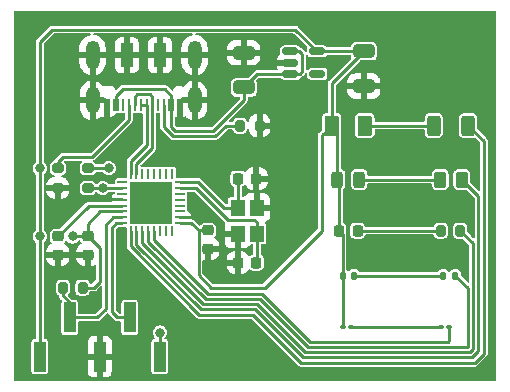
<source format=gbr>
%TF.GenerationSoftware,KiCad,Pcbnew,(5.99.0-9795-gc3c3649211)*%
%TF.CreationDate,2021-03-25T09:38:18-07:00*%
%TF.ProjectId,smd-challenge,736d642d-6368-4616-9c6c-656e67652e6b,rev?*%
%TF.SameCoordinates,Original*%
%TF.FileFunction,Copper,L1,Top*%
%TF.FilePolarity,Positive*%
%FSLAX46Y46*%
G04 Gerber Fmt 4.6, Leading zero omitted, Abs format (unit mm)*
G04 Created by KiCad (PCBNEW (5.99.0-9795-gc3c3649211)) date 2021-03-25 09:38:18*
%MOMM*%
%LPD*%
G01*
G04 APERTURE LIST*
G04 Aperture macros list*
%AMRoundRect*
0 Rectangle with rounded corners*
0 $1 Rounding radius*
0 $2 $3 $4 $5 $6 $7 $8 $9 X,Y pos of 4 corners*
0 Add a 4 corners polygon primitive as box body*
4,1,4,$2,$3,$4,$5,$6,$7,$8,$9,$2,$3,0*
0 Add four circle primitives for the rounded corners*
1,1,$1+$1,$2,$3*
1,1,$1+$1,$4,$5*
1,1,$1+$1,$6,$7*
1,1,$1+$1,$8,$9*
0 Add four rect primitives between the rounded corners*
20,1,$1+$1,$2,$3,$4,$5,0*
20,1,$1+$1,$4,$5,$6,$7,0*
20,1,$1+$1,$6,$7,$8,$9,0*
20,1,$1+$1,$8,$9,$2,$3,0*%
G04 Aperture macros list end*
%TA.AperFunction,SMDPad,CuDef*%
%ADD10RoundRect,0.100000X0.130000X0.100000X-0.130000X0.100000X-0.130000X-0.100000X0.130000X-0.100000X0*%
%TD*%
%TA.AperFunction,SMDPad,CuDef*%
%ADD11RoundRect,0.250000X0.375000X0.625000X-0.375000X0.625000X-0.375000X-0.625000X0.375000X-0.625000X0*%
%TD*%
%TA.AperFunction,SMDPad,CuDef*%
%ADD12RoundRect,0.062500X0.062500X-0.337500X0.062500X0.337500X-0.062500X0.337500X-0.062500X-0.337500X0*%
%TD*%
%TA.AperFunction,SMDPad,CuDef*%
%ADD13RoundRect,0.062500X0.337500X-0.062500X0.337500X0.062500X-0.337500X0.062500X-0.337500X-0.062500X0*%
%TD*%
%TA.AperFunction,SMDPad,CuDef*%
%ADD14R,3.600000X3.600000*%
%TD*%
%TA.AperFunction,SMDPad,CuDef*%
%ADD15RoundRect,0.200000X0.200000X0.275000X-0.200000X0.275000X-0.200000X-0.275000X0.200000X-0.275000X0*%
%TD*%
%TA.AperFunction,SMDPad,CuDef*%
%ADD16RoundRect,0.225000X-0.250000X0.225000X-0.250000X-0.225000X0.250000X-0.225000X0.250000X0.225000X0*%
%TD*%
%TA.AperFunction,SMDPad,CuDef*%
%ADD17RoundRect,0.200000X-0.275000X0.200000X-0.275000X-0.200000X0.275000X-0.200000X0.275000X0.200000X0*%
%TD*%
%TA.AperFunction,SMDPad,CuDef*%
%ADD18RoundRect,0.250000X-0.650000X0.325000X-0.650000X-0.325000X0.650000X-0.325000X0.650000X0.325000X0*%
%TD*%
%TA.AperFunction,SMDPad,CuDef*%
%ADD19RoundRect,0.250000X0.650000X-0.325000X0.650000X0.325000X-0.650000X0.325000X-0.650000X-0.325000X0*%
%TD*%
%TA.AperFunction,SMDPad,CuDef*%
%ADD20RoundRect,0.100000X-0.130000X-0.100000X0.130000X-0.100000X0.130000X0.100000X-0.130000X0.100000X0*%
%TD*%
%TA.AperFunction,SMDPad,CuDef*%
%ADD21RoundRect,0.218750X0.218750X0.256250X-0.218750X0.256250X-0.218750X-0.256250X0.218750X-0.256250X0*%
%TD*%
%TA.AperFunction,SMDPad,CuDef*%
%ADD22R,1.200000X1.400000*%
%TD*%
%TA.AperFunction,SMDPad,CuDef*%
%ADD23RoundRect,0.150000X-0.512500X-0.150000X0.512500X-0.150000X0.512500X0.150000X-0.512500X0.150000X0*%
%TD*%
%TA.AperFunction,SMDPad,CuDef*%
%ADD24RoundRect,0.243750X0.243750X0.456250X-0.243750X0.456250X-0.243750X-0.456250X0.243750X-0.456250X0*%
%TD*%
%TA.AperFunction,SMDPad,CuDef*%
%ADD25RoundRect,0.147500X0.147500X0.172500X-0.147500X0.172500X-0.147500X-0.172500X0.147500X-0.172500X0*%
%TD*%
%TA.AperFunction,SMDPad,CuDef*%
%ADD26RoundRect,0.250000X-0.262500X-0.450000X0.262500X-0.450000X0.262500X0.450000X-0.262500X0.450000X0*%
%TD*%
%TA.AperFunction,SMDPad,CuDef*%
%ADD27RoundRect,0.200000X-0.200000X-0.275000X0.200000X-0.275000X0.200000X0.275000X-0.200000X0.275000X0*%
%TD*%
%TA.AperFunction,SMDPad,CuDef*%
%ADD28R,0.520000X1.000000*%
%TD*%
%TA.AperFunction,SMDPad,CuDef*%
%ADD29R,0.270000X1.000000*%
%TD*%
%TA.AperFunction,SMDPad,CuDef*%
%ADD30R,1.000000X2.000000*%
%TD*%
%TA.AperFunction,ComponentPad*%
%ADD31O,1.158000X2.316000*%
%TD*%
%TA.AperFunction,ComponentPad*%
%ADD32O,1.200000X2.400000*%
%TD*%
%TA.AperFunction,SMDPad,CuDef*%
%ADD33RoundRect,0.135000X-0.135000X-0.185000X0.135000X-0.185000X0.135000X0.185000X-0.135000X0.185000X0*%
%TD*%
%TA.AperFunction,SMDPad,CuDef*%
%ADD34RoundRect,0.250000X-0.312500X-0.625000X0.312500X-0.625000X0.312500X0.625000X-0.312500X0.625000X0*%
%TD*%
%TA.AperFunction,SMDPad,CuDef*%
%ADD35RoundRect,0.225000X0.225000X0.250000X-0.225000X0.250000X-0.225000X-0.250000X0.225000X-0.250000X0*%
%TD*%
%TA.AperFunction,SMDPad,CuDef*%
%ADD36RoundRect,0.225000X-0.225000X-0.250000X0.225000X-0.250000X0.225000X0.250000X-0.225000X0.250000X0*%
%TD*%
%TA.AperFunction,SMDPad,CuDef*%
%ADD37R,1.000000X2.510000*%
%TD*%
%TA.AperFunction,ViaPad*%
%ADD38C,0.800000*%
%TD*%
%TA.AperFunction,Conductor*%
%ADD39C,0.250000*%
%TD*%
G04 APERTURE END LIST*
D10*
%TO.P,D5,1,K*%
%TO.N,Net-(D5-Pad1)*%
X148768750Y-64770000D03*
%TO.P,D5,2,A*%
%TO.N,+3V3*%
X148128750Y-64770000D03*
%TD*%
D11*
%TO.P,D1,1,K*%
%TO.N,Net-(D1-Pad1)*%
X149946250Y-47752000D03*
%TO.P,D1,2,A*%
%TO.N,+3V3*%
X147146250Y-47752000D03*
%TD*%
D12*
%TO.P,U2,1,PA00*%
%TO.N,/RED*%
X130114000Y-56722000D03*
%TO.P,U2,2,PA01*%
%TO.N,/ORANGE*%
X130614000Y-56722000D03*
%TO.P,U2,3,PA02*%
%TO.N,/YELLOW*%
X131114000Y-56722000D03*
%TO.P,U2,4,PA03*%
%TO.N,/GREEN*%
X131614000Y-56722000D03*
%TO.P,U2,5,PA04*%
%TO.N,/BLUE*%
X132114000Y-56722000D03*
%TO.P,U2,6,PA05*%
%TO.N,unconnected-(U2-Pad6)*%
X132614000Y-56722000D03*
%TO.P,U2,7,PA06*%
%TO.N,unconnected-(U2-Pad7)*%
X133114000Y-56722000D03*
%TO.P,U2,8,PA07*%
%TO.N,unconnected-(U2-Pad8)*%
X133614000Y-56722000D03*
D13*
%TO.P,U2,9,VDDANA*%
%TO.N,+3V3*%
X134314000Y-56022000D03*
%TO.P,U2,10,GND*%
%TO.N,GND*%
X134314000Y-55522000D03*
%TO.P,U2,11,PA08*%
%TO.N,unconnected-(U2-Pad11)*%
X134314000Y-55022000D03*
%TO.P,U2,12,PA09*%
%TO.N,unconnected-(U2-Pad12)*%
X134314000Y-54522000D03*
%TO.P,U2,13,PA10*%
%TO.N,unconnected-(U2-Pad13)*%
X134314000Y-54022000D03*
%TO.P,U2,14,PA11*%
%TO.N,unconnected-(U2-Pad14)*%
X134314000Y-53522000D03*
%TO.P,U2,15,PA14*%
%TO.N,Net-(C2-Pad1)*%
X134314000Y-53022000D03*
%TO.P,U2,16,PA15*%
%TO.N,Net-(C3-Pad1)*%
X134314000Y-52522000D03*
D12*
%TO.P,U2,17,PA16*%
%TO.N,unconnected-(U2-Pad17)*%
X133614000Y-51822000D03*
%TO.P,U2,18,PA17*%
%TO.N,unconnected-(U2-Pad18)*%
X133114000Y-51822000D03*
%TO.P,U2,19,PA18*%
%TO.N,unconnected-(U2-Pad19)*%
X132614000Y-51822000D03*
%TO.P,U2,20,PA19*%
%TO.N,unconnected-(U2-Pad20)*%
X132114000Y-51822000D03*
%TO.P,U2,21,PA22*%
%TO.N,unconnected-(U2-Pad21)*%
X131614000Y-51822000D03*
%TO.P,U2,22,PA23*%
%TO.N,unconnected-(U2-Pad22)*%
X131114000Y-51822000D03*
%TO.P,U2,23,PA24*%
%TO.N,Net-(J1-Pad5)*%
X130614000Y-51822000D03*
%TO.P,U2,24,PA25*%
%TO.N,Net-(J1-Pad6)*%
X130114000Y-51822000D03*
D13*
%TO.P,U2,25,PA27*%
%TO.N,unconnected-(U2-Pad25)*%
X129414000Y-52522000D03*
%TO.P,U2,26,~RESET*%
%TO.N,/NRST*%
X129414000Y-53022000D03*
%TO.P,U2,27,PA28*%
%TO.N,unconnected-(U2-Pad27)*%
X129414000Y-53522000D03*
%TO.P,U2,28,GND*%
%TO.N,GND*%
X129414000Y-54022000D03*
%TO.P,U2,29,VDDCORE*%
%TO.N,Net-(C5-Pad1)*%
X129414000Y-54522000D03*
%TO.P,U2,30,VDDIN*%
%TO.N,+3V3*%
X129414000Y-55022000D03*
%TO.P,U2,31,PA30*%
%TO.N,/SWCLK*%
X129414000Y-55522000D03*
%TO.P,U2,32,PA31*%
%TO.N,/SWDIO*%
X129414000Y-56022000D03*
D14*
%TO.P,U2,33,EP*%
%TO.N,unconnected-(U2-Pad33)*%
X131864000Y-54272000D03*
%TD*%
D15*
%TO.P,R9,1*%
%TO.N,+3V3*%
X126047000Y-61468000D03*
%TO.P,R9,2*%
%TO.N,/SWCLK*%
X124397000Y-61468000D03*
%TD*%
D16*
%TO.P,C5,1*%
%TO.N,Net-(C5-Pad1)*%
X123952000Y-57137000D03*
%TO.P,C5,2*%
%TO.N,GND*%
X123952000Y-58687000D03*
%TD*%
D17*
%TO.P,R3,1*%
%TO.N,+3V3*%
X126492000Y-51372000D03*
%TO.P,R3,2*%
%TO.N,/NRST*%
X126492000Y-53022000D03*
%TD*%
D16*
%TO.P,C7,1*%
%TO.N,+3V3*%
X136652000Y-56629000D03*
%TO.P,C7,2*%
%TO.N,GND*%
X136652000Y-58179000D03*
%TD*%
D18*
%TO.P,C4,1*%
%TO.N,+3V3*%
X149860000Y-41468000D03*
%TO.P,C4,2*%
%TO.N,GND*%
X149860000Y-44418000D03*
%TD*%
D19*
%TO.P,C1,1*%
%TO.N,+5V*%
X139700000Y-44528000D03*
%TO.P,C1,2*%
%TO.N,GND*%
X139700000Y-41578000D03*
%TD*%
D17*
%TO.P,R2,1*%
%TO.N,Net-(J1-Pad9)*%
X123952000Y-51372000D03*
%TO.P,R2,2*%
%TO.N,GND*%
X123952000Y-53022000D03*
%TD*%
D20*
%TO.P,R8,1*%
%TO.N,Net-(D5-Pad1)*%
X156415250Y-64770000D03*
%TO.P,R8,2*%
%TO.N,/BLUE*%
X157055250Y-64770000D03*
%TD*%
D21*
%TO.P,D3,1,K*%
%TO.N,Net-(D3-Pad1)*%
X149333750Y-56642000D03*
%TO.P,D3,2,A*%
%TO.N,+3V3*%
X147758750Y-56642000D03*
%TD*%
D22*
%TO.P,Y1,1,1*%
%TO.N,Net-(C3-Pad1)*%
X139192000Y-54696000D03*
%TO.P,Y1,2,2*%
%TO.N,GND*%
X139192000Y-56896000D03*
%TO.P,Y1,3,3*%
%TO.N,Net-(C2-Pad1)*%
X140792000Y-56896000D03*
%TO.P,Y1,4,4*%
%TO.N,GND*%
X140792000Y-54696000D03*
%TD*%
D23*
%TO.P,U1,1,VIN*%
%TO.N,+5V*%
X143642500Y-41468000D03*
%TO.P,U1,2,GND*%
%TO.N,GND*%
X143642500Y-42418000D03*
%TO.P,U1,3,EN*%
%TO.N,+5V*%
X143642500Y-43368000D03*
%TO.P,U1,4,NC*%
%TO.N,unconnected-(U1-Pad4)*%
X145917500Y-43368000D03*
%TO.P,U1,5,VOUT*%
%TO.N,+3V3*%
X145917500Y-41468000D03*
%TD*%
D16*
%TO.P,C6,1*%
%TO.N,+3V3*%
X126492000Y-57137000D03*
%TO.P,C6,2*%
%TO.N,GND*%
X126492000Y-58687000D03*
%TD*%
D24*
%TO.P,D2,1,K*%
%TO.N,Net-(D2-Pad1)*%
X149483750Y-52324000D03*
%TO.P,D2,2,A*%
%TO.N,+3V3*%
X147608750Y-52324000D03*
%TD*%
D25*
%TO.P,D4,1,K*%
%TO.N,Net-(D4-Pad1)*%
X149031250Y-60452000D03*
%TO.P,D4,2,A*%
%TO.N,+3V3*%
X148061250Y-60452000D03*
%TD*%
D26*
%TO.P,R5,1*%
%TO.N,Net-(D2-Pad1)*%
X156332250Y-52324000D03*
%TO.P,R5,2*%
%TO.N,/ORANGE*%
X158157250Y-52324000D03*
%TD*%
D27*
%TO.P,R6,1*%
%TO.N,Net-(D3-Pad1)*%
X156377750Y-56642000D03*
%TO.P,R6,2*%
%TO.N,/YELLOW*%
X158027750Y-56642000D03*
%TD*%
D28*
%TO.P,J1,1,GND*%
%TO.N,GND*%
X134316000Y-45996000D03*
%TO.P,J1,2,VBUS*%
%TO.N,+5V*%
X133566000Y-45996000D03*
D29*
%TO.P,J1,3,CC1*%
%TO.N,Net-(J1-Pad3)*%
X132966000Y-45996000D03*
%TO.P,J1,4,SBU2*%
%TO.N,unconnected-(J1-Pad4)*%
X132466000Y-45996000D03*
%TO.P,J1,5,D-*%
%TO.N,Net-(J1-Pad5)*%
X131966000Y-45996000D03*
%TO.P,J1,6,D+*%
%TO.N,Net-(J1-Pad6)*%
X131466000Y-45996000D03*
%TO.P,J1,7,D+*%
X130966000Y-45996000D03*
%TO.P,J1,8,D-*%
%TO.N,Net-(J1-Pad5)*%
X130466000Y-45996000D03*
%TO.P,J1,9,CC2*%
%TO.N,Net-(J1-Pad9)*%
X129966000Y-45996000D03*
%TO.P,J1,10,SBU1*%
%TO.N,unconnected-(J1-Pad10)*%
X129466000Y-45996000D03*
D28*
%TO.P,J1,11,VBUS*%
%TO.N,+5V*%
X128866000Y-45996000D03*
%TO.P,J1,12,GND*%
%TO.N,GND*%
X128116000Y-45996000D03*
D30*
%TO.P,J1,S1,SHIELD*%
X132616000Y-41796000D03*
%TO.P,J1,S2,SHIELD*%
X129816000Y-41796000D03*
D31*
%TO.P,J1,S3,SHIELD*%
X135536000Y-45621000D03*
%TO.P,J1,S4,SHIELD*%
X126896000Y-45621000D03*
D32*
%TO.P,J1,S5,SHIELD*%
X135536000Y-41796000D03*
%TO.P,J1,S6,SHIELD*%
X126896000Y-41796000D03*
%TD*%
D33*
%TO.P,R7,1*%
%TO.N,Net-(D4-Pad1)*%
X156605250Y-60452000D03*
%TO.P,R7,2*%
%TO.N,/GREEN*%
X157625250Y-60452000D03*
%TD*%
D34*
%TO.P,R4,1*%
%TO.N,Net-(D1-Pad1)*%
X155782250Y-47752000D03*
%TO.P,R4,2*%
%TO.N,/RED*%
X158707250Y-47752000D03*
%TD*%
D35*
%TO.P,C2,1*%
%TO.N,Net-(C2-Pad1)*%
X140767000Y-59352000D03*
%TO.P,C2,2*%
%TO.N,GND*%
X139217000Y-59352000D03*
%TD*%
D36*
%TO.P,C3,1*%
%TO.N,Net-(C3-Pad1)*%
X139217000Y-52240000D03*
%TO.P,C3,2*%
%TO.N,GND*%
X140767000Y-52240000D03*
%TD*%
D37*
%TO.P,J2,1,Pin_1*%
%TO.N,+3V3*%
X122419999Y-67310000D03*
%TO.P,J2,2,Pin_2*%
%TO.N,/SWCLK*%
X124959999Y-64000000D03*
%TO.P,J2,3,Pin_3*%
%TO.N,GND*%
X127499999Y-67310000D03*
%TO.P,J2,4,Pin_4*%
%TO.N,/SWDIO*%
X130039999Y-64000000D03*
%TO.P,J2,5,Pin_5*%
%TO.N,/NRST*%
X132579999Y-67310000D03*
%TD*%
D27*
%TO.P,R1,1*%
%TO.N,Net-(J1-Pad3)*%
X139383000Y-47752000D03*
%TO.P,R1,2*%
%TO.N,GND*%
X141033000Y-47752000D03*
%TD*%
D38*
%TO.N,+3V3*%
X122420000Y-51372000D03*
X128270000Y-51372000D03*
%TO.N,GND*%
X143764000Y-49276000D03*
X123952000Y-54864000D03*
X154432000Y-43688000D03*
X143764000Y-54356000D03*
X130039998Y-67310000D03*
X125222000Y-60198000D03*
X124959999Y-67310000D03*
X156972000Y-41148000D03*
X156972000Y-43688000D03*
X154432000Y-41148000D03*
X143764000Y-51816000D03*
X143764000Y-56896000D03*
X143764000Y-46736000D03*
%TO.N,+3V3*%
X125200000Y-57137000D03*
X122420000Y-57137000D03*
%TO.N,/NRST*%
X132588000Y-65278000D03*
X127762000Y-53022000D03*
%TD*%
D39*
%TO.N,/NRST*%
X132588000Y-65278000D02*
X132588000Y-67301999D01*
X132588000Y-67301999D02*
X132579999Y-67310000D01*
%TO.N,+3V3*%
X128206000Y-51372000D02*
X128270000Y-51308000D01*
X126492000Y-51372000D02*
X128206000Y-51372000D01*
%TO.N,/NRST*%
X127826000Y-53022000D02*
X127762000Y-53086000D01*
X126492000Y-53022000D02*
X129414000Y-53022000D01*
%TO.N,Net-(C2-Pad1)*%
X140792000Y-56896000D02*
X140792000Y-55946000D01*
X135694000Y-53022000D02*
X134314000Y-53022000D01*
X140792000Y-56896000D02*
X140792000Y-59327000D01*
X140567011Y-55721011D02*
X138393011Y-55721011D01*
X140792000Y-55946000D02*
X140567011Y-55721011D01*
X138393011Y-55721011D02*
X135694000Y-53022000D01*
%TO.N,Net-(C3-Pad1)*%
X135834000Y-52522000D02*
X134314000Y-52522000D01*
X139192000Y-54696000D02*
X138008000Y-54696000D01*
X139192000Y-54696000D02*
X139192000Y-52265000D01*
X138008000Y-54696000D02*
X135834000Y-52522000D01*
%TO.N,Net-(D1-Pad1)*%
X149946250Y-47752000D02*
X155782250Y-47752000D01*
%TO.N,Net-(D2-Pad1)*%
X156332250Y-52324000D02*
X149483750Y-52324000D01*
%TO.N,Net-(D3-Pad1)*%
X149333750Y-56642000D02*
X156377750Y-56642000D01*
%TO.N,Net-(D4-Pad1)*%
X156605250Y-60452000D02*
X149031250Y-60452000D01*
%TO.N,Net-(D5-Pad1)*%
X148768750Y-64770000D02*
X156415250Y-64770000D01*
%TO.N,Net-(J1-Pad3)*%
X137300000Y-48650000D02*
X138198000Y-47752000D01*
X132966000Y-47916000D02*
X133700000Y-48650000D01*
X132966000Y-45996000D02*
X132966000Y-47916000D01*
X133700000Y-48650000D02*
X137300000Y-48650000D01*
X138198000Y-47752000D02*
X139383000Y-47752000D01*
%TO.N,Net-(J1-Pad6)*%
X131466000Y-49434000D02*
X130114000Y-50786000D01*
X130966000Y-45996000D02*
X131466000Y-45996000D01*
X130114000Y-50786000D02*
X130114000Y-51822000D01*
X131466000Y-45996000D02*
X131466000Y-49434000D01*
%TO.N,Net-(J1-Pad5)*%
X130614000Y-50986000D02*
X130614000Y-51822000D01*
X131966000Y-45996000D02*
X131966000Y-49634000D01*
X131966000Y-49634000D02*
X130614000Y-50986000D01*
X130466000Y-45302000D02*
X130466000Y-45996000D01*
X130657600Y-45110400D02*
X130466000Y-45302000D01*
X131760400Y-45110400D02*
X130657600Y-45110400D01*
X131966000Y-45316000D02*
X131760400Y-45110400D01*
X131966000Y-45996000D02*
X131966000Y-45316000D01*
%TO.N,Net-(J1-Pad9)*%
X126850000Y-50400000D02*
X124400000Y-50400000D01*
X123952000Y-50848000D02*
X123952000Y-51499000D01*
X124400000Y-50400000D02*
X123952000Y-50848000D01*
X129966000Y-47284000D02*
X126850000Y-50400000D01*
X129966000Y-45996000D02*
X129966000Y-47284000D01*
%TO.N,+5V*%
X133900000Y-48200000D02*
X133566000Y-47866000D01*
X144650000Y-41700000D02*
X144650000Y-43150000D01*
X143642500Y-43368000D02*
X140860000Y-43368000D01*
X133566000Y-47866000D02*
X133566000Y-45996000D01*
X140860000Y-43368000D02*
X139700000Y-44528000D01*
X129446800Y-44653200D02*
X133003200Y-44653200D01*
X133003200Y-44653200D02*
X133566000Y-45216000D01*
X144418000Y-41468000D02*
X144650000Y-41700000D01*
X133566000Y-45216000D02*
X133566000Y-45996000D01*
X128866000Y-45996000D02*
X128866000Y-45234000D01*
X144432000Y-43368000D02*
X144084000Y-43368000D01*
X128866000Y-45234000D02*
X129446800Y-44653200D01*
X139700000Y-45600000D02*
X137100000Y-48200000D01*
X137100000Y-48200000D02*
X133900000Y-48200000D01*
X139700000Y-44528000D02*
X139700000Y-45600000D01*
X143642500Y-41468000D02*
X144418000Y-41468000D01*
X144650000Y-43150000D02*
X144432000Y-43368000D01*
%TO.N,Net-(C5-Pad1)*%
X126567000Y-54522000D02*
X123952000Y-57137000D01*
X129414000Y-54522000D02*
X126567000Y-54522000D01*
%TO.N,+3V3*%
X136652000Y-56629000D02*
X135877000Y-56629000D01*
X148061250Y-56944500D02*
X147758750Y-56642000D01*
X135877000Y-60439000D02*
X136906000Y-61468000D01*
X136906000Y-61468000D02*
X141478000Y-61468000D01*
X141478000Y-61468000D02*
X146304000Y-56642000D01*
X127539788Y-55022000D02*
X126492000Y-56069788D01*
X122420000Y-57020000D02*
X122420000Y-67310000D01*
X123444000Y-39624000D02*
X122420000Y-40648000D01*
X145917500Y-41468000D02*
X149860000Y-41468000D01*
X135270000Y-56022000D02*
X134314000Y-56022000D01*
X126492000Y-56069788D02*
X126492000Y-57137000D01*
X126492000Y-57137000D02*
X127508000Y-58153000D01*
X147608750Y-52324000D02*
X147608750Y-48214500D01*
X127000000Y-61468000D02*
X126047000Y-61468000D01*
X126492000Y-57137000D02*
X125263000Y-57137000D01*
X122420000Y-40648000D02*
X122420000Y-57020000D01*
X127508000Y-58153000D02*
X127508000Y-60960000D01*
X127508000Y-60960000D02*
X127000000Y-61468000D01*
X146304000Y-56642000D02*
X146304000Y-48594250D01*
X135877000Y-56629000D02*
X135270000Y-56022000D01*
X147146250Y-44181750D02*
X147146250Y-47752000D01*
X135877000Y-56629000D02*
X135877000Y-60439000D01*
X129414000Y-55022000D02*
X127539788Y-55022000D01*
X144073500Y-39624000D02*
X123444000Y-39624000D01*
X148128750Y-64770000D02*
X148128750Y-60519500D01*
X148061250Y-60452000D02*
X148061250Y-56944500D01*
X147758750Y-56642000D02*
X147758750Y-52474000D01*
X146304000Y-48594250D02*
X147146250Y-47752000D01*
X149860000Y-41468000D02*
X147146250Y-44181750D01*
X145917500Y-41468000D02*
X144073500Y-39624000D01*
X125263000Y-57137000D02*
X125200000Y-57200000D01*
%TO.N,/SWDIO*%
X129000000Y-64000000D02*
X130040000Y-64000000D01*
X128898000Y-56022000D02*
X128524000Y-56396000D01*
X128524000Y-63524000D02*
X129000000Y-64000000D01*
X129414000Y-56022000D02*
X128898000Y-56022000D01*
X128524000Y-56396000D02*
X128524000Y-63524000D01*
%TO.N,/SWCLK*%
X124959999Y-62729999D02*
X124959999Y-64000000D01*
X124397000Y-62167000D02*
X124959999Y-62729999D01*
X128016000Y-56134000D02*
X128016000Y-63282989D01*
X129414000Y-55522000D02*
X128628000Y-55522000D01*
X127298989Y-64000000D02*
X124960000Y-64000000D01*
X128016000Y-63282989D02*
X127298989Y-64000000D01*
X128628000Y-55522000D02*
X128016000Y-56134000D01*
X124397000Y-61468000D02*
X124397000Y-62167000D01*
%TO.N,/RED*%
X160020000Y-49064750D02*
X158707250Y-47752000D01*
X130114000Y-57983644D02*
X135906400Y-63776044D01*
X144542402Y-67840044D02*
X159241604Y-67840044D01*
X140478397Y-63776044D02*
X144542402Y-67840044D01*
X130114000Y-56722000D02*
X130114000Y-57983644D01*
X160020000Y-67061648D02*
X160020000Y-49064750D01*
X159241604Y-67840044D02*
X160020000Y-67061648D01*
X135906400Y-63776044D02*
X140478397Y-63776044D01*
%TO.N,/ORANGE*%
X159569989Y-53736739D02*
X158157250Y-52324000D01*
X140664800Y-63326033D02*
X144728806Y-67390033D01*
X159569989Y-66875245D02*
X159569989Y-53736739D01*
X130614000Y-57847232D02*
X136092800Y-63326033D01*
X136092800Y-63326033D02*
X140664800Y-63326033D01*
X159055204Y-67390032D02*
X159569989Y-66875245D01*
X144728806Y-67390033D02*
X159055204Y-67390032D01*
X130614000Y-56722000D02*
X130614000Y-57847232D01*
%TO.N,/YELLOW*%
X159119978Y-57734228D02*
X158027750Y-56642000D01*
X136279200Y-62876022D02*
X140851201Y-62876022D01*
X144915206Y-66940022D02*
X158868802Y-66940022D01*
X158868802Y-66940022D02*
X159119978Y-66688845D01*
X159119978Y-66688845D02*
X159119978Y-57734228D01*
X140851201Y-62876022D02*
X144915206Y-66940022D01*
X131114000Y-56722000D02*
X131114000Y-57710822D01*
X131114000Y-57710822D02*
X136279200Y-62876022D01*
%TO.N,/GREEN*%
X141037602Y-62426011D02*
X145101606Y-66490011D01*
X136465600Y-62426011D02*
X141037602Y-62426011D01*
X145101606Y-66490011D02*
X158669967Y-66490011D01*
X158669967Y-66490011D02*
X158669967Y-61496717D01*
X131614000Y-57574410D02*
X136465600Y-62426011D01*
X158669967Y-61496717D02*
X157625250Y-60452000D01*
X131614000Y-56722000D02*
X131614000Y-57574410D01*
%TO.N,/BLUE*%
X145288006Y-66040000D02*
X156986625Y-66040000D01*
X132114000Y-57438000D02*
X136652000Y-61976000D01*
X156986625Y-66040000D02*
X157055250Y-65971375D01*
X136652000Y-61976000D02*
X141224006Y-61976000D01*
X157055250Y-65971375D02*
X157055250Y-64770000D01*
X132114000Y-56722000D02*
X132114000Y-57438000D01*
X141224006Y-61976000D02*
X145288006Y-66040000D01*
%TD*%
%TA.AperFunction,Conductor*%
%TO.N,GND*%
G36*
X161063566Y-38063313D02*
G01*
X161088876Y-38107150D01*
X161090000Y-38120000D01*
X161090000Y-69322000D01*
X161072687Y-69369566D01*
X161028850Y-69394876D01*
X161016000Y-69396000D01*
X120289000Y-69396000D01*
X120241434Y-69378687D01*
X120216124Y-69334850D01*
X120215000Y-69322000D01*
X120215000Y-66055000D01*
X121714499Y-66055000D01*
X121714499Y-68565000D01*
X121730142Y-68643641D01*
X121774689Y-68710310D01*
X121841358Y-68754857D01*
X121848503Y-68756278D01*
X121848505Y-68756279D01*
X121916429Y-68769790D01*
X121916430Y-68769790D01*
X121919999Y-68770500D01*
X122919999Y-68770500D01*
X122923568Y-68769790D01*
X122923569Y-68769790D01*
X122991493Y-68756279D01*
X122991495Y-68756278D01*
X122998640Y-68754857D01*
X123065309Y-68710310D01*
X123109856Y-68643641D01*
X123125499Y-68565000D01*
X123125499Y-67572925D01*
X126486999Y-67572925D01*
X126486999Y-68563665D01*
X126487095Y-68566338D01*
X126491938Y-68634049D01*
X126493339Y-68641816D01*
X126531865Y-68773024D01*
X126536221Y-68782564D01*
X126609438Y-68896492D01*
X126616299Y-68904410D01*
X126718653Y-68993099D01*
X126727460Y-68998760D01*
X126850655Y-69055021D01*
X126860711Y-69057973D01*
X126997379Y-69077623D01*
X127002648Y-69078000D01*
X127232951Y-69078000D01*
X127242947Y-69074362D01*
X127245999Y-69069075D01*
X127245999Y-67577048D01*
X127244498Y-67572925D01*
X127753999Y-67572925D01*
X127753999Y-69064952D01*
X127757637Y-69074948D01*
X127762924Y-69078000D01*
X127998664Y-69078000D01*
X128001337Y-69077904D01*
X128069048Y-69073061D01*
X128076815Y-69071660D01*
X128208023Y-69033134D01*
X128217563Y-69028778D01*
X128331491Y-68955561D01*
X128339409Y-68948700D01*
X128428098Y-68846346D01*
X128433759Y-68837539D01*
X128490020Y-68714344D01*
X128492972Y-68704288D01*
X128512622Y-68567620D01*
X128512999Y-68562351D01*
X128512999Y-67577048D01*
X128509361Y-67567052D01*
X128504074Y-67564000D01*
X127767047Y-67564000D01*
X127757051Y-67567638D01*
X127753999Y-67572925D01*
X127244498Y-67572925D01*
X127242361Y-67567052D01*
X127237074Y-67564000D01*
X126500047Y-67564000D01*
X126490051Y-67567638D01*
X126486999Y-67572925D01*
X123125499Y-67572925D01*
X123125499Y-66057648D01*
X126486999Y-66057648D01*
X126486999Y-67042952D01*
X126490637Y-67052948D01*
X126495924Y-67056000D01*
X127232951Y-67056000D01*
X127242947Y-67052362D01*
X127245999Y-67047075D01*
X127245999Y-65555048D01*
X127244498Y-65550925D01*
X127753999Y-65550925D01*
X127753999Y-67042952D01*
X127757637Y-67052948D01*
X127762924Y-67056000D01*
X128499951Y-67056000D01*
X128509947Y-67052362D01*
X128512999Y-67047075D01*
X128512999Y-66056335D01*
X128512951Y-66055000D01*
X131874499Y-66055000D01*
X131874499Y-68565000D01*
X131890142Y-68643641D01*
X131934689Y-68710310D01*
X132001358Y-68754857D01*
X132008503Y-68756278D01*
X132008505Y-68756279D01*
X132076429Y-68769790D01*
X132076430Y-68769790D01*
X132079999Y-68770500D01*
X133079999Y-68770500D01*
X133083568Y-68769790D01*
X133083569Y-68769790D01*
X133151493Y-68756279D01*
X133151495Y-68756278D01*
X133158640Y-68754857D01*
X133225309Y-68710310D01*
X133269856Y-68643641D01*
X133285499Y-68565000D01*
X133285499Y-66055000D01*
X133284789Y-66051430D01*
X133271278Y-65983506D01*
X133271277Y-65983504D01*
X133269856Y-65976359D01*
X133225309Y-65909690D01*
X133158640Y-65865143D01*
X133151495Y-65863722D01*
X133151493Y-65863721D01*
X133083569Y-65850210D01*
X133083568Y-65850210D01*
X133079999Y-65849500D01*
X133047336Y-65849500D01*
X132999770Y-65832187D01*
X132974460Y-65788350D01*
X132983250Y-65738500D01*
X133002288Y-65716792D01*
X133012302Y-65709108D01*
X133016153Y-65706153D01*
X133048161Y-65664439D01*
X133109426Y-65584598D01*
X133109428Y-65584594D01*
X133112378Y-65580750D01*
X133172868Y-65434715D01*
X133176865Y-65404360D01*
X133192867Y-65282808D01*
X133193500Y-65278000D01*
X133183786Y-65204216D01*
X133173501Y-65126090D01*
X133173500Y-65126087D01*
X133172868Y-65121285D01*
X133112378Y-64975250D01*
X133109428Y-64971406D01*
X133109426Y-64971402D01*
X133019108Y-64853698D01*
X133016153Y-64849847D01*
X133012302Y-64846892D01*
X132894598Y-64756574D01*
X132894594Y-64756572D01*
X132890750Y-64753622D01*
X132744715Y-64693132D01*
X132739913Y-64692500D01*
X132739910Y-64692499D01*
X132592808Y-64673133D01*
X132588000Y-64672500D01*
X132583192Y-64673133D01*
X132436090Y-64692499D01*
X132436087Y-64692500D01*
X132431285Y-64693132D01*
X132285250Y-64753622D01*
X132281406Y-64756572D01*
X132281402Y-64756574D01*
X132163698Y-64846892D01*
X132159847Y-64849847D01*
X132156892Y-64853698D01*
X132066574Y-64971402D01*
X132066572Y-64971406D01*
X132063622Y-64975250D01*
X132003132Y-65121285D01*
X132002500Y-65126087D01*
X132002499Y-65126090D01*
X131992214Y-65204216D01*
X131982500Y-65278000D01*
X131983133Y-65282808D01*
X131999136Y-65404360D01*
X132003132Y-65434715D01*
X132063622Y-65580750D01*
X132066572Y-65584594D01*
X132066574Y-65584598D01*
X132127839Y-65664439D01*
X132159847Y-65706153D01*
X132163698Y-65709108D01*
X132173712Y-65716792D01*
X132200910Y-65759484D01*
X132194303Y-65809669D01*
X132156983Y-65843867D01*
X132128664Y-65849500D01*
X132079999Y-65849500D01*
X132076430Y-65850210D01*
X132076429Y-65850210D01*
X132008505Y-65863721D01*
X132008503Y-65863722D01*
X132001358Y-65865143D01*
X131934689Y-65909690D01*
X131890142Y-65976359D01*
X131888721Y-65983504D01*
X131888720Y-65983506D01*
X131875209Y-66051430D01*
X131874499Y-66055000D01*
X128512951Y-66055000D01*
X128512903Y-66053662D01*
X128508060Y-65985951D01*
X128506659Y-65978184D01*
X128468133Y-65846976D01*
X128463777Y-65837436D01*
X128390560Y-65723508D01*
X128383699Y-65715590D01*
X128281345Y-65626901D01*
X128272538Y-65621240D01*
X128149343Y-65564979D01*
X128139287Y-65562027D01*
X128002619Y-65542377D01*
X127997350Y-65542000D01*
X127767047Y-65542000D01*
X127757051Y-65545638D01*
X127753999Y-65550925D01*
X127244498Y-65550925D01*
X127242361Y-65545052D01*
X127237074Y-65542000D01*
X127001334Y-65542000D01*
X126998661Y-65542096D01*
X126930950Y-65546939D01*
X126923183Y-65548340D01*
X126791975Y-65586866D01*
X126782435Y-65591222D01*
X126668507Y-65664439D01*
X126660589Y-65671300D01*
X126571900Y-65773654D01*
X126566239Y-65782461D01*
X126509978Y-65905656D01*
X126507026Y-65915712D01*
X126487377Y-66052369D01*
X126486999Y-66057648D01*
X123125499Y-66057648D01*
X123125499Y-66055000D01*
X123124789Y-66051430D01*
X123111278Y-65983506D01*
X123111277Y-65983504D01*
X123109856Y-65976359D01*
X123065309Y-65909690D01*
X122998640Y-65865143D01*
X122991495Y-65863722D01*
X122991493Y-65863721D01*
X122923569Y-65850210D01*
X122923568Y-65850210D01*
X122919999Y-65849500D01*
X122819500Y-65849500D01*
X122771934Y-65832187D01*
X122746624Y-65788350D01*
X122745500Y-65775500D01*
X122745500Y-58949925D01*
X122969000Y-58949925D01*
X122969000Y-58952744D01*
X122969248Y-58957015D01*
X122983296Y-59077506D01*
X122985261Y-59085819D01*
X123040645Y-59238400D01*
X123044474Y-59246045D01*
X123133474Y-59381793D01*
X123138956Y-59388349D01*
X123256801Y-59499984D01*
X123263634Y-59505097D01*
X123404008Y-59586632D01*
X123411837Y-59590036D01*
X123567673Y-59637234D01*
X123575098Y-59638674D01*
X123644330Y-59644853D01*
X123647632Y-59645000D01*
X123684952Y-59645000D01*
X123694948Y-59641362D01*
X123698000Y-59636075D01*
X123698000Y-58954048D01*
X123696499Y-58949925D01*
X124206000Y-58949925D01*
X124206000Y-59631952D01*
X124209638Y-59641948D01*
X124214925Y-59645000D01*
X124242744Y-59645000D01*
X124247015Y-59644752D01*
X124367506Y-59630704D01*
X124375819Y-59628739D01*
X124528400Y-59573355D01*
X124536045Y-59569526D01*
X124671793Y-59480526D01*
X124678349Y-59475044D01*
X124789984Y-59357199D01*
X124795097Y-59350366D01*
X124876632Y-59209992D01*
X124880036Y-59202163D01*
X124927234Y-59046327D01*
X124928674Y-59038902D01*
X124934853Y-58969670D01*
X124935000Y-58966368D01*
X124935000Y-58954048D01*
X124933499Y-58949925D01*
X125509000Y-58949925D01*
X125509000Y-58952744D01*
X125509248Y-58957015D01*
X125523296Y-59077506D01*
X125525261Y-59085819D01*
X125580645Y-59238400D01*
X125584474Y-59246045D01*
X125673474Y-59381793D01*
X125678956Y-59388349D01*
X125796801Y-59499984D01*
X125803634Y-59505097D01*
X125944008Y-59586632D01*
X125951837Y-59590036D01*
X126107673Y-59637234D01*
X126115098Y-59638674D01*
X126184330Y-59644853D01*
X126187632Y-59645000D01*
X126224952Y-59645000D01*
X126234948Y-59641362D01*
X126238000Y-59636075D01*
X126238000Y-58954048D01*
X126234362Y-58944052D01*
X126229075Y-58941000D01*
X125522048Y-58941000D01*
X125512052Y-58944638D01*
X125509000Y-58949925D01*
X124933499Y-58949925D01*
X124931362Y-58944052D01*
X124926075Y-58941000D01*
X124219048Y-58941000D01*
X124209052Y-58944638D01*
X124206000Y-58949925D01*
X123696499Y-58949925D01*
X123694362Y-58944052D01*
X123689075Y-58941000D01*
X122982048Y-58941000D01*
X122972052Y-58944638D01*
X122969000Y-58949925D01*
X122745500Y-58949925D01*
X122745500Y-57680413D01*
X122762813Y-57632847D01*
X122774450Y-57621707D01*
X122848153Y-57565153D01*
X122885842Y-57516036D01*
X122941426Y-57443598D01*
X122941428Y-57443594D01*
X122944378Y-57439750D01*
X123004868Y-57293715D01*
X123006168Y-57283847D01*
X123024867Y-57141808D01*
X123025500Y-57137000D01*
X123012011Y-57034542D01*
X123005501Y-56985090D01*
X123005500Y-56985087D01*
X123004868Y-56980285D01*
X122944378Y-56834250D01*
X122941428Y-56830406D01*
X122941426Y-56830402D01*
X122851108Y-56712698D01*
X122848153Y-56708847D01*
X122840729Y-56703150D01*
X122798575Y-56670805D01*
X122774451Y-56652294D01*
X122747254Y-56609604D01*
X122745500Y-56593587D01*
X122745500Y-53283379D01*
X122971428Y-53283379D01*
X122984045Y-53387645D01*
X122986158Y-53396246D01*
X123043561Y-53548160D01*
X123047663Y-53556005D01*
X123139640Y-53689833D01*
X123145507Y-53696487D01*
X123266747Y-53804509D01*
X123274025Y-53809567D01*
X123417542Y-53885556D01*
X123425809Y-53888729D01*
X123584355Y-53928554D01*
X123591017Y-53929591D01*
X123596380Y-53929928D01*
X123598671Y-53930000D01*
X123684952Y-53930000D01*
X123694948Y-53926362D01*
X123698000Y-53921075D01*
X123698000Y-53289048D01*
X123696499Y-53284925D01*
X124206000Y-53284925D01*
X124206000Y-53916952D01*
X124209638Y-53926948D01*
X124214925Y-53930000D01*
X124266087Y-53930000D01*
X124270534Y-53929732D01*
X124392645Y-53914955D01*
X124401246Y-53912842D01*
X124553160Y-53855439D01*
X124561005Y-53851337D01*
X124694833Y-53759360D01*
X124701487Y-53753493D01*
X124809509Y-53632253D01*
X124814567Y-53624975D01*
X124890556Y-53481458D01*
X124893729Y-53473191D01*
X124933554Y-53314645D01*
X124934591Y-53307983D01*
X124934928Y-53302620D01*
X124935000Y-53300329D01*
X124935000Y-53289048D01*
X124931362Y-53279052D01*
X124926075Y-53276000D01*
X124219048Y-53276000D01*
X124209052Y-53279638D01*
X124206000Y-53284925D01*
X123696499Y-53284925D01*
X123694362Y-53279052D01*
X123689075Y-53276000D01*
X122983583Y-53276000D01*
X122973587Y-53279638D01*
X122971428Y-53283379D01*
X122745500Y-53283379D01*
X122745500Y-51915413D01*
X122762813Y-51867847D01*
X122774450Y-51856707D01*
X122848153Y-51800153D01*
X122895918Y-51737905D01*
X122941426Y-51678598D01*
X122941428Y-51678594D01*
X122944378Y-51674750D01*
X123004868Y-51528715D01*
X123005677Y-51522576D01*
X123024867Y-51376808D01*
X123025500Y-51372000D01*
X123011535Y-51265925D01*
X123005501Y-51220090D01*
X123005500Y-51220087D01*
X123004868Y-51215285D01*
X122944378Y-51069250D01*
X122941428Y-51065406D01*
X122941426Y-51065402D01*
X122851108Y-50947698D01*
X122848153Y-50943847D01*
X122774451Y-50887294D01*
X122747254Y-50844604D01*
X122745500Y-50828587D01*
X122745500Y-45883925D01*
X125809000Y-45883925D01*
X125809000Y-46250645D01*
X125809168Y-46254164D01*
X125823366Y-46402980D01*
X125824694Y-46409877D01*
X125881100Y-46602149D01*
X125883707Y-46608669D01*
X125975458Y-46786812D01*
X125979246Y-46792713D01*
X126103028Y-46950294D01*
X126107864Y-46955373D01*
X126259207Y-47086702D01*
X126264923Y-47090779D01*
X126438373Y-47191123D01*
X126444750Y-47194042D01*
X126632105Y-47259102D01*
X126639501Y-47257564D01*
X126642000Y-47254394D01*
X126642000Y-45888048D01*
X126640499Y-45883925D01*
X127150000Y-45883925D01*
X127150000Y-47243925D01*
X127153638Y-47253921D01*
X127155910Y-47255232D01*
X127157417Y-47255186D01*
X127248088Y-47233333D01*
X127254733Y-47231045D01*
X127437142Y-47148109D01*
X127443222Y-47144613D01*
X127606661Y-47028678D01*
X127611978Y-47024089D01*
X127630076Y-47005183D01*
X127675474Y-46982795D01*
X127704378Y-46985352D01*
X127716712Y-46988974D01*
X127850948Y-47008274D01*
X127858948Y-47005362D01*
X127862000Y-47000075D01*
X127862000Y-45888048D01*
X127858362Y-45878052D01*
X127853075Y-45875000D01*
X127163048Y-45875000D01*
X127153052Y-45878638D01*
X127150000Y-45883925D01*
X126640499Y-45883925D01*
X126638362Y-45878052D01*
X126633075Y-45875000D01*
X125822048Y-45875000D01*
X125812052Y-45878638D01*
X125809000Y-45883925D01*
X122745500Y-45883925D01*
X122745500Y-44940670D01*
X125809000Y-44940670D01*
X125809000Y-45353952D01*
X125812638Y-45363948D01*
X125817925Y-45367000D01*
X126628952Y-45367000D01*
X126638948Y-45363362D01*
X126642000Y-45358075D01*
X126642000Y-43998075D01*
X126638362Y-43988079D01*
X126636090Y-43986768D01*
X126634583Y-43986814D01*
X126543912Y-44008667D01*
X126537267Y-44010955D01*
X126354858Y-44093891D01*
X126348778Y-44097387D01*
X126185339Y-44213322D01*
X126180028Y-44217906D01*
X126041461Y-44362655D01*
X126037111Y-44368164D01*
X125928416Y-44536503D01*
X125925190Y-44542726D01*
X125850284Y-44728592D01*
X125848294Y-44735309D01*
X125809723Y-44932821D01*
X125809082Y-44938100D01*
X125809043Y-44938884D01*
X125809000Y-44940670D01*
X122745500Y-44940670D01*
X122745500Y-42058925D01*
X125788000Y-42058925D01*
X125788000Y-42446645D01*
X125788168Y-42450164D01*
X125802745Y-42602951D01*
X125804073Y-42609848D01*
X125861602Y-42805947D01*
X125864210Y-42812467D01*
X125957786Y-42994157D01*
X125961574Y-43000057D01*
X126087821Y-43160777D01*
X126092654Y-43165852D01*
X126247024Y-43299808D01*
X126252719Y-43303870D01*
X126429631Y-43406217D01*
X126436008Y-43409136D01*
X126629069Y-43476178D01*
X126630574Y-43476545D01*
X126639501Y-43474688D01*
X126642000Y-43471518D01*
X126642000Y-42063048D01*
X126640499Y-42058925D01*
X127150000Y-42058925D01*
X127150000Y-43461428D01*
X127153638Y-43471424D01*
X127155910Y-43472735D01*
X127157417Y-43472689D01*
X127254926Y-43449189D01*
X127261570Y-43446901D01*
X127447610Y-43362314D01*
X127453690Y-43358818D01*
X127620383Y-43240574D01*
X127625694Y-43235990D01*
X127767022Y-43088356D01*
X127771365Y-43082858D01*
X127882231Y-42911157D01*
X127885454Y-42904939D01*
X127961851Y-42715372D01*
X127963841Y-42708655D01*
X128003177Y-42507228D01*
X128003818Y-42501949D01*
X128003957Y-42499120D01*
X128004000Y-42497334D01*
X128004000Y-42063048D01*
X128002499Y-42058925D01*
X128803000Y-42058925D01*
X128803000Y-42794665D01*
X128803096Y-42797338D01*
X128807939Y-42865049D01*
X128809340Y-42872816D01*
X128847866Y-43004024D01*
X128852222Y-43013564D01*
X128925439Y-43127492D01*
X128932300Y-43135410D01*
X129034654Y-43224099D01*
X129043461Y-43229760D01*
X129166656Y-43286021D01*
X129176712Y-43288973D01*
X129313380Y-43308623D01*
X129318649Y-43309000D01*
X129548952Y-43309000D01*
X129558948Y-43305362D01*
X129562000Y-43300075D01*
X129562000Y-42063048D01*
X129560499Y-42058925D01*
X130070000Y-42058925D01*
X130070000Y-43295952D01*
X130073638Y-43305948D01*
X130078925Y-43309000D01*
X130314665Y-43309000D01*
X130317338Y-43308904D01*
X130385049Y-43304061D01*
X130392816Y-43302660D01*
X130524024Y-43264134D01*
X130533564Y-43259778D01*
X130647492Y-43186561D01*
X130655410Y-43179700D01*
X130744099Y-43077346D01*
X130749760Y-43068539D01*
X130806021Y-42945344D01*
X130808973Y-42935288D01*
X130828623Y-42798620D01*
X130829000Y-42793351D01*
X130829000Y-42063048D01*
X130827499Y-42058925D01*
X131603000Y-42058925D01*
X131603000Y-42794665D01*
X131603096Y-42797338D01*
X131607939Y-42865049D01*
X131609340Y-42872816D01*
X131647866Y-43004024D01*
X131652222Y-43013564D01*
X131725439Y-43127492D01*
X131732300Y-43135410D01*
X131834654Y-43224099D01*
X131843461Y-43229760D01*
X131966656Y-43286021D01*
X131976712Y-43288973D01*
X132113380Y-43308623D01*
X132118649Y-43309000D01*
X132348952Y-43309000D01*
X132358948Y-43305362D01*
X132362000Y-43300075D01*
X132362000Y-42063048D01*
X132360499Y-42058925D01*
X132870000Y-42058925D01*
X132870000Y-43295952D01*
X132873638Y-43305948D01*
X132878925Y-43309000D01*
X133114665Y-43309000D01*
X133117338Y-43308904D01*
X133185049Y-43304061D01*
X133192816Y-43302660D01*
X133324024Y-43264134D01*
X133333564Y-43259778D01*
X133447492Y-43186561D01*
X133455410Y-43179700D01*
X133544099Y-43077346D01*
X133549760Y-43068539D01*
X133606021Y-42945344D01*
X133608973Y-42935288D01*
X133628623Y-42798620D01*
X133629000Y-42793351D01*
X133629000Y-42063048D01*
X133627499Y-42058925D01*
X134428000Y-42058925D01*
X134428000Y-42446645D01*
X134428168Y-42450164D01*
X134442745Y-42602951D01*
X134444073Y-42609848D01*
X134501602Y-42805947D01*
X134504210Y-42812467D01*
X134597786Y-42994157D01*
X134601574Y-43000057D01*
X134727821Y-43160777D01*
X134732654Y-43165852D01*
X134887024Y-43299808D01*
X134892719Y-43303870D01*
X135069631Y-43406217D01*
X135076008Y-43409136D01*
X135269069Y-43476178D01*
X135270574Y-43476545D01*
X135279501Y-43474688D01*
X135282000Y-43471518D01*
X135282000Y-42063048D01*
X135280499Y-42058925D01*
X135790000Y-42058925D01*
X135790000Y-43461428D01*
X135793638Y-43471424D01*
X135795910Y-43472735D01*
X135797417Y-43472689D01*
X135894926Y-43449189D01*
X135901570Y-43446901D01*
X136087610Y-43362314D01*
X136093690Y-43358818D01*
X136260383Y-43240574D01*
X136265694Y-43235990D01*
X136407022Y-43088356D01*
X136411365Y-43082858D01*
X136522231Y-42911157D01*
X136525454Y-42904939D01*
X136601851Y-42715372D01*
X136603841Y-42708655D01*
X136643177Y-42507228D01*
X136643818Y-42501949D01*
X136643957Y-42499120D01*
X136644000Y-42497334D01*
X136644000Y-42063048D01*
X136640362Y-42053052D01*
X136635075Y-42050000D01*
X135803048Y-42050000D01*
X135793052Y-42053638D01*
X135790000Y-42058925D01*
X135280499Y-42058925D01*
X135278362Y-42053052D01*
X135273075Y-42050000D01*
X134441048Y-42050000D01*
X134431052Y-42053638D01*
X134428000Y-42058925D01*
X133627499Y-42058925D01*
X133625362Y-42053052D01*
X133620075Y-42050000D01*
X132883048Y-42050000D01*
X132873052Y-42053638D01*
X132870000Y-42058925D01*
X132360499Y-42058925D01*
X132358362Y-42053052D01*
X132353075Y-42050000D01*
X131616048Y-42050000D01*
X131606052Y-42053638D01*
X131603000Y-42058925D01*
X130827499Y-42058925D01*
X130825362Y-42053052D01*
X130820075Y-42050000D01*
X130083048Y-42050000D01*
X130073052Y-42053638D01*
X130070000Y-42058925D01*
X129560499Y-42058925D01*
X129558362Y-42053052D01*
X129553075Y-42050000D01*
X128816048Y-42050000D01*
X128806052Y-42053638D01*
X128803000Y-42058925D01*
X128002499Y-42058925D01*
X128000362Y-42053052D01*
X127995075Y-42050000D01*
X127163048Y-42050000D01*
X127153052Y-42053638D01*
X127150000Y-42058925D01*
X126640499Y-42058925D01*
X126638362Y-42053052D01*
X126633075Y-42050000D01*
X125801048Y-42050000D01*
X125791052Y-42053638D01*
X125788000Y-42058925D01*
X122745500Y-42058925D01*
X122745500Y-41840925D01*
X138292000Y-41840925D01*
X138292000Y-41943743D01*
X138292248Y-41948013D01*
X138306967Y-42074256D01*
X138308933Y-42082572D01*
X138366291Y-42240594D01*
X138370120Y-42248239D01*
X138462295Y-42388829D01*
X138467777Y-42395385D01*
X138589825Y-42511002D01*
X138596659Y-42516115D01*
X138742039Y-42600559D01*
X138749867Y-42603963D01*
X138911246Y-42652839D01*
X138918671Y-42654279D01*
X138992329Y-42660853D01*
X138995631Y-42661000D01*
X139432952Y-42661000D01*
X139442948Y-42657362D01*
X139446000Y-42652075D01*
X139446000Y-41845048D01*
X139444499Y-41840925D01*
X139954000Y-41840925D01*
X139954000Y-42647952D01*
X139957638Y-42657948D01*
X139962925Y-42661000D01*
X140390743Y-42661000D01*
X140395013Y-42660752D01*
X140521256Y-42646033D01*
X140529572Y-42644067D01*
X140687594Y-42586709D01*
X140695239Y-42582880D01*
X140835829Y-42490705D01*
X140842385Y-42485223D01*
X140958002Y-42363175D01*
X140963115Y-42356341D01*
X141047559Y-42210961D01*
X141050963Y-42203133D01*
X141099839Y-42041754D01*
X141101279Y-42034329D01*
X141107853Y-41960671D01*
X141108000Y-41957369D01*
X141108000Y-41845048D01*
X141104362Y-41835052D01*
X141099075Y-41832000D01*
X139967048Y-41832000D01*
X139957052Y-41835638D01*
X139954000Y-41840925D01*
X139444499Y-41840925D01*
X139442362Y-41835052D01*
X139437075Y-41832000D01*
X138305048Y-41832000D01*
X138295052Y-41835638D01*
X138292000Y-41840925D01*
X122745500Y-41840925D01*
X122745500Y-40813479D01*
X122762813Y-40765913D01*
X122767174Y-40761153D01*
X123557152Y-39971174D01*
X123603028Y-39949782D01*
X123609478Y-39949500D01*
X126716295Y-39949500D01*
X126763861Y-39966813D01*
X126789171Y-40010650D01*
X126780381Y-40060500D01*
X126741604Y-40093037D01*
X126733633Y-40095440D01*
X126537074Y-40142811D01*
X126530430Y-40145099D01*
X126344390Y-40229686D01*
X126338310Y-40233182D01*
X126171617Y-40351426D01*
X126166306Y-40356010D01*
X126024978Y-40503644D01*
X126020635Y-40509142D01*
X125909769Y-40680843D01*
X125906546Y-40687061D01*
X125830149Y-40876628D01*
X125828159Y-40883345D01*
X125788823Y-41084772D01*
X125788182Y-41090051D01*
X125788043Y-41092880D01*
X125788000Y-41094666D01*
X125788000Y-41528952D01*
X125791638Y-41538948D01*
X125796925Y-41542000D01*
X127990952Y-41542000D01*
X128000948Y-41538362D01*
X128004000Y-41533075D01*
X128004000Y-41145355D01*
X128003832Y-41141836D01*
X127989255Y-40989049D01*
X127987927Y-40982152D01*
X127934093Y-40798648D01*
X128803000Y-40798648D01*
X128803000Y-41528952D01*
X128806638Y-41538948D01*
X128811925Y-41542000D01*
X129548952Y-41542000D01*
X129558948Y-41538362D01*
X129562000Y-41533075D01*
X129562000Y-40296048D01*
X129560499Y-40291925D01*
X130070000Y-40291925D01*
X130070000Y-41528952D01*
X130073638Y-41538948D01*
X130078925Y-41542000D01*
X130815952Y-41542000D01*
X130825948Y-41538362D01*
X130829000Y-41533075D01*
X130829000Y-40798648D01*
X131603000Y-40798648D01*
X131603000Y-41528952D01*
X131606638Y-41538948D01*
X131611925Y-41542000D01*
X132348952Y-41542000D01*
X132358948Y-41538362D01*
X132362000Y-41533075D01*
X132362000Y-40296048D01*
X132360499Y-40291925D01*
X132870000Y-40291925D01*
X132870000Y-41528952D01*
X132873638Y-41538948D01*
X132878925Y-41542000D01*
X133615952Y-41542000D01*
X133625948Y-41538362D01*
X133629000Y-41533075D01*
X133629000Y-40797335D01*
X133628904Y-40794662D01*
X133624061Y-40726951D01*
X133622660Y-40719184D01*
X133584134Y-40587976D01*
X133579778Y-40578436D01*
X133506561Y-40464508D01*
X133499700Y-40456590D01*
X133397346Y-40367901D01*
X133388539Y-40362240D01*
X133265344Y-40305979D01*
X133255288Y-40303027D01*
X133118620Y-40283377D01*
X133113351Y-40283000D01*
X132883048Y-40283000D01*
X132873052Y-40286638D01*
X132870000Y-40291925D01*
X132360499Y-40291925D01*
X132358362Y-40286052D01*
X132353075Y-40283000D01*
X132117335Y-40283000D01*
X132114662Y-40283096D01*
X132046951Y-40287939D01*
X132039184Y-40289340D01*
X131907976Y-40327866D01*
X131898436Y-40332222D01*
X131784508Y-40405439D01*
X131776590Y-40412300D01*
X131687901Y-40514654D01*
X131682240Y-40523461D01*
X131625979Y-40646656D01*
X131623027Y-40656712D01*
X131603378Y-40793369D01*
X131603000Y-40798648D01*
X130829000Y-40798648D01*
X130829000Y-40797335D01*
X130828904Y-40794662D01*
X130824061Y-40726951D01*
X130822660Y-40719184D01*
X130784134Y-40587976D01*
X130779778Y-40578436D01*
X130706561Y-40464508D01*
X130699700Y-40456590D01*
X130597346Y-40367901D01*
X130588539Y-40362240D01*
X130465344Y-40305979D01*
X130455288Y-40303027D01*
X130318620Y-40283377D01*
X130313351Y-40283000D01*
X130083048Y-40283000D01*
X130073052Y-40286638D01*
X130070000Y-40291925D01*
X129560499Y-40291925D01*
X129558362Y-40286052D01*
X129553075Y-40283000D01*
X129317335Y-40283000D01*
X129314662Y-40283096D01*
X129246951Y-40287939D01*
X129239184Y-40289340D01*
X129107976Y-40327866D01*
X129098436Y-40332222D01*
X128984508Y-40405439D01*
X128976590Y-40412300D01*
X128887901Y-40514654D01*
X128882240Y-40523461D01*
X128825979Y-40646656D01*
X128823027Y-40656712D01*
X128803378Y-40793369D01*
X128803000Y-40798648D01*
X127934093Y-40798648D01*
X127930398Y-40786053D01*
X127927790Y-40779533D01*
X127834214Y-40597843D01*
X127830426Y-40591943D01*
X127704179Y-40431223D01*
X127699346Y-40426148D01*
X127544976Y-40292192D01*
X127539281Y-40288130D01*
X127362369Y-40185783D01*
X127355992Y-40182864D01*
X127162931Y-40115822D01*
X127156112Y-40114160D01*
X127035926Y-40096734D01*
X126991336Y-40072775D01*
X126972579Y-40025760D01*
X126988431Y-39977687D01*
X127031474Y-39951051D01*
X127046544Y-39949500D01*
X135356295Y-39949500D01*
X135403861Y-39966813D01*
X135429171Y-40010650D01*
X135420381Y-40060500D01*
X135381604Y-40093037D01*
X135373633Y-40095440D01*
X135177074Y-40142811D01*
X135170430Y-40145099D01*
X134984390Y-40229686D01*
X134978310Y-40233182D01*
X134811617Y-40351426D01*
X134806306Y-40356010D01*
X134664978Y-40503644D01*
X134660635Y-40509142D01*
X134549769Y-40680843D01*
X134546546Y-40687061D01*
X134470149Y-40876628D01*
X134468159Y-40883345D01*
X134428823Y-41084772D01*
X134428182Y-41090051D01*
X134428043Y-41092880D01*
X134428000Y-41094666D01*
X134428000Y-41528952D01*
X134431638Y-41538948D01*
X134436925Y-41542000D01*
X136630952Y-41542000D01*
X136640948Y-41538362D01*
X136644000Y-41533075D01*
X136644000Y-41198631D01*
X138292000Y-41198631D01*
X138292000Y-41310952D01*
X138295638Y-41320948D01*
X138300925Y-41324000D01*
X139432952Y-41324000D01*
X139442948Y-41320362D01*
X139446000Y-41315075D01*
X139446000Y-40508048D01*
X139444499Y-40503925D01*
X139954000Y-40503925D01*
X139954000Y-41310952D01*
X139957638Y-41320948D01*
X139962925Y-41324000D01*
X141094952Y-41324000D01*
X141104948Y-41320362D01*
X141108000Y-41315075D01*
X141108000Y-41212257D01*
X141107752Y-41207987D01*
X141093033Y-41081744D01*
X141091067Y-41073428D01*
X141033709Y-40915406D01*
X141029880Y-40907761D01*
X140937705Y-40767171D01*
X140932223Y-40760615D01*
X140810175Y-40644998D01*
X140803341Y-40639885D01*
X140657961Y-40555441D01*
X140650133Y-40552037D01*
X140488754Y-40503161D01*
X140481329Y-40501721D01*
X140407671Y-40495147D01*
X140404369Y-40495000D01*
X139967048Y-40495000D01*
X139957052Y-40498638D01*
X139954000Y-40503925D01*
X139444499Y-40503925D01*
X139442362Y-40498052D01*
X139437075Y-40495000D01*
X139009257Y-40495000D01*
X139004987Y-40495248D01*
X138878744Y-40509967D01*
X138870428Y-40511933D01*
X138712406Y-40569291D01*
X138704761Y-40573120D01*
X138564171Y-40665295D01*
X138557615Y-40670777D01*
X138441998Y-40792825D01*
X138436885Y-40799659D01*
X138352441Y-40945039D01*
X138349037Y-40952867D01*
X138300161Y-41114246D01*
X138298721Y-41121671D01*
X138292147Y-41195329D01*
X138292000Y-41198631D01*
X136644000Y-41198631D01*
X136644000Y-41145355D01*
X136643832Y-41141836D01*
X136629255Y-40989049D01*
X136627927Y-40982152D01*
X136570398Y-40786053D01*
X136567790Y-40779533D01*
X136474214Y-40597843D01*
X136470426Y-40591943D01*
X136344179Y-40431223D01*
X136339346Y-40426148D01*
X136184976Y-40292192D01*
X136179281Y-40288130D01*
X136002369Y-40185783D01*
X135995992Y-40182864D01*
X135802931Y-40115822D01*
X135796112Y-40114160D01*
X135675926Y-40096734D01*
X135631336Y-40072775D01*
X135612579Y-40025760D01*
X135628431Y-39977687D01*
X135671474Y-39951051D01*
X135686544Y-39949500D01*
X143908021Y-39949500D01*
X143955587Y-39966813D01*
X143960347Y-39971174D01*
X144524136Y-40534962D01*
X145073273Y-41084099D01*
X145094665Y-41129975D01*
X145088628Y-41166345D01*
X145062847Y-41224663D01*
X145062846Y-41224666D01*
X145060669Y-41229591D01*
X145054500Y-41278422D01*
X145054500Y-41473485D01*
X145037187Y-41521051D01*
X144993350Y-41546361D01*
X144943500Y-41537571D01*
X144916414Y-41510484D01*
X144906415Y-41493165D01*
X144906414Y-41493163D01*
X144903178Y-41487559D01*
X144872762Y-41462037D01*
X144868003Y-41457677D01*
X144660319Y-41249992D01*
X144655958Y-41245232D01*
X144634602Y-41219780D01*
X144634599Y-41219778D01*
X144630441Y-41214822D01*
X144624839Y-41211588D01*
X144624837Y-41211586D01*
X144595847Y-41194849D01*
X144590403Y-41191381D01*
X144562978Y-41172178D01*
X144562977Y-41172178D01*
X144557675Y-41168465D01*
X144551422Y-41166790D01*
X144546865Y-41164665D01*
X144541370Y-41162389D01*
X144536644Y-41160669D01*
X144531038Y-41157432D01*
X144495345Y-41151138D01*
X144451509Y-41125830D01*
X144443076Y-41113412D01*
X144435900Y-41100112D01*
X144350178Y-41020870D01*
X144259329Y-40980707D01*
X144248334Y-40975846D01*
X144248332Y-40975846D01*
X144243409Y-40973669D01*
X144194578Y-40967500D01*
X143099961Y-40967500D01*
X143052985Y-40975319D01*
X143020877Y-40980663D01*
X143020875Y-40980664D01*
X143014847Y-40981667D01*
X142912112Y-41037100D01*
X142907959Y-41041593D01*
X142840798Y-41114246D01*
X142832870Y-41122822D01*
X142806336Y-41182842D01*
X142787848Y-41224663D01*
X142785669Y-41229591D01*
X142779500Y-41278422D01*
X142779500Y-41648039D01*
X142780001Y-41651050D01*
X142780002Y-41651060D01*
X142781130Y-41657837D01*
X142771861Y-41707600D01*
X142751630Y-41729851D01*
X142679913Y-41781957D01*
X142673177Y-41788282D01*
X142573180Y-41909157D01*
X142568228Y-41916961D01*
X142501433Y-42058908D01*
X142498577Y-42067696D01*
X142482651Y-42151182D01*
X142484352Y-42161683D01*
X142487036Y-42164000D01*
X143822500Y-42164000D01*
X143870066Y-42181313D01*
X143895376Y-42225150D01*
X143896500Y-42238000D01*
X143896500Y-42598000D01*
X143879187Y-42645566D01*
X143835350Y-42670876D01*
X143822500Y-42672000D01*
X142493186Y-42672000D01*
X142483190Y-42675638D01*
X142481063Y-42679323D01*
X142487245Y-42728260D01*
X142489544Y-42737212D01*
X142547294Y-42883072D01*
X142551747Y-42891171D01*
X142576328Y-42925004D01*
X142590281Y-42973662D01*
X142569692Y-43019904D01*
X142524196Y-43042095D01*
X142516461Y-43042500D01*
X140877200Y-43042500D01*
X140870750Y-43042218D01*
X140837645Y-43039321D01*
X140837643Y-43039321D01*
X140831195Y-43038757D01*
X140792603Y-43049098D01*
X140786307Y-43050494D01*
X140777592Y-43052031D01*
X140753334Y-43056308D01*
X140753332Y-43056309D01*
X140746962Y-43057432D01*
X140741357Y-43060668D01*
X140736670Y-43062374D01*
X140731097Y-43064682D01*
X140726577Y-43066790D01*
X140720325Y-43068465D01*
X140715025Y-43072176D01*
X140715023Y-43072177D01*
X140687604Y-43091376D01*
X140682161Y-43094843D01*
X140653168Y-43111583D01*
X140653166Y-43111585D01*
X140647559Y-43114822D01*
X140643397Y-43119782D01*
X140622038Y-43145237D01*
X140617677Y-43149997D01*
X140036847Y-43730826D01*
X139990970Y-43752218D01*
X139984521Y-43752500D01*
X139016742Y-43752500D01*
X139014023Y-43752909D01*
X139014020Y-43752909D01*
X138966754Y-43760015D01*
X138916065Y-43767636D01*
X138911080Y-43770030D01*
X138911079Y-43770030D01*
X138863522Y-43792867D01*
X138793971Y-43826265D01*
X138789911Y-43830018D01*
X138789908Y-43830020D01*
X138748824Y-43867998D01*
X138694514Y-43918202D01*
X138626487Y-44035319D01*
X138599500Y-44151748D01*
X138599500Y-44886258D01*
X138599909Y-44888977D01*
X138599909Y-44888980D01*
X138606500Y-44932821D01*
X138614636Y-44986935D01*
X138617030Y-44991920D01*
X138617030Y-44991921D01*
X138630841Y-45020681D01*
X138673265Y-45109029D01*
X138677018Y-45113089D01*
X138677020Y-45113092D01*
X138761447Y-45204424D01*
X138765202Y-45208486D01*
X138882319Y-45276513D01*
X138887706Y-45277762D01*
X138887707Y-45277762D01*
X138909473Y-45282807D01*
X138998748Y-45303500D01*
X139300500Y-45303500D01*
X139348066Y-45320813D01*
X139373376Y-45364650D01*
X139374500Y-45377500D01*
X139374500Y-45434521D01*
X139357187Y-45482087D01*
X139352826Y-45486847D01*
X136986847Y-47852826D01*
X136940971Y-47874218D01*
X136934521Y-47874500D01*
X134065479Y-47874500D01*
X134017913Y-47857187D01*
X134013153Y-47852826D01*
X133913174Y-47752847D01*
X133891782Y-47706971D01*
X133891500Y-47700521D01*
X133891500Y-47070749D01*
X133908813Y-47023183D01*
X133952650Y-46997873D01*
X133976031Y-46997502D01*
X134050948Y-47008274D01*
X134058948Y-47005362D01*
X134062000Y-47000075D01*
X134062000Y-45883925D01*
X134570000Y-45883925D01*
X134570000Y-46995952D01*
X134573638Y-47005948D01*
X134578603Y-47008814D01*
X134645049Y-47004061D01*
X134652808Y-47002661D01*
X134725746Y-46981245D01*
X134776263Y-46984456D01*
X134795093Y-46996357D01*
X134899207Y-47086702D01*
X134904923Y-47090779D01*
X135078373Y-47191123D01*
X135084750Y-47194042D01*
X135272105Y-47259102D01*
X135279501Y-47257564D01*
X135282000Y-47254394D01*
X135282000Y-45888048D01*
X135280499Y-45883925D01*
X135790000Y-45883925D01*
X135790000Y-47243925D01*
X135793638Y-47253921D01*
X135795910Y-47255232D01*
X135797417Y-47255186D01*
X135888088Y-47233333D01*
X135894733Y-47231045D01*
X136077142Y-47148109D01*
X136083222Y-47144613D01*
X136246661Y-47028678D01*
X136251972Y-47024094D01*
X136390539Y-46879345D01*
X136394889Y-46873836D01*
X136503584Y-46705497D01*
X136506810Y-46699274D01*
X136581716Y-46513408D01*
X136583706Y-46506691D01*
X136622277Y-46309179D01*
X136622918Y-46303900D01*
X136622957Y-46303116D01*
X136623000Y-46301330D01*
X136623000Y-45888048D01*
X136619362Y-45878052D01*
X136614075Y-45875000D01*
X135803048Y-45875000D01*
X135793052Y-45878638D01*
X135790000Y-45883925D01*
X135280499Y-45883925D01*
X135278362Y-45878052D01*
X135273075Y-45875000D01*
X134583048Y-45875000D01*
X134573052Y-45878638D01*
X134570000Y-45883925D01*
X134062000Y-45883925D01*
X134062000Y-45816000D01*
X134079313Y-45768434D01*
X134123150Y-45743124D01*
X134136000Y-45742000D01*
X134395952Y-45742000D01*
X134405948Y-45738362D01*
X134409000Y-45733075D01*
X134409000Y-45441000D01*
X134426313Y-45393434D01*
X134470150Y-45368124D01*
X134483000Y-45367000D01*
X135268952Y-45367000D01*
X135278948Y-45363362D01*
X135282000Y-45358075D01*
X135282000Y-43998075D01*
X135278362Y-43988079D01*
X135277542Y-43987606D01*
X135790000Y-43987606D01*
X135790000Y-45353952D01*
X135793638Y-45363948D01*
X135798925Y-45367000D01*
X136609952Y-45367000D01*
X136619948Y-45363362D01*
X136623000Y-45358075D01*
X136623000Y-44991355D01*
X136622832Y-44987836D01*
X136608634Y-44839020D01*
X136607306Y-44832123D01*
X136550900Y-44639851D01*
X136548293Y-44633331D01*
X136456542Y-44455188D01*
X136452754Y-44449287D01*
X136328972Y-44291706D01*
X136324136Y-44286627D01*
X136172793Y-44155298D01*
X136167077Y-44151221D01*
X135993627Y-44050877D01*
X135987250Y-44047958D01*
X135799895Y-43982898D01*
X135792499Y-43984436D01*
X135790000Y-43987606D01*
X135277542Y-43987606D01*
X135276090Y-43986768D01*
X135274583Y-43986814D01*
X135183912Y-44008667D01*
X135177267Y-44010955D01*
X134994858Y-44093891D01*
X134988778Y-44097387D01*
X134825339Y-44213322D01*
X134820028Y-44217906D01*
X134681461Y-44362655D01*
X134677111Y-44368164D01*
X134620430Y-44455948D01*
X134580084Y-44486518D01*
X134529528Y-44484001D01*
X134515401Y-44476131D01*
X134457146Y-44434731D01*
X134449147Y-44431851D01*
X134328965Y-44388583D01*
X134324218Y-44386874D01*
X134319189Y-44386505D01*
X134319186Y-44386504D01*
X134243929Y-44380978D01*
X134183318Y-44376527D01*
X134178374Y-44377524D01*
X134178372Y-44377524D01*
X134107706Y-44391773D01*
X134044825Y-44404452D01*
X133993839Y-44430431D01*
X133934706Y-44460561D01*
X133918944Y-44468592D01*
X133915232Y-44472005D01*
X133915231Y-44472006D01*
X133818663Y-44560804D01*
X133818660Y-44560808D01*
X133814948Y-44564221D01*
X133812291Y-44568507D01*
X133812288Y-44568510D01*
X133779912Y-44620729D01*
X133740500Y-44684294D01*
X133720056Y-44754662D01*
X133690161Y-44795509D01*
X133641004Y-44807583D01*
X133596669Y-44786342D01*
X133245518Y-44435191D01*
X133241157Y-44430431D01*
X133222418Y-44408099D01*
X133215641Y-44400022D01*
X133210039Y-44396788D01*
X133210037Y-44396786D01*
X133181047Y-44380049D01*
X133175603Y-44376581D01*
X133148178Y-44357378D01*
X133148176Y-44357377D01*
X133142875Y-44353665D01*
X133136622Y-44351990D01*
X133132065Y-44349865D01*
X133126570Y-44347589D01*
X133121844Y-44345869D01*
X133116238Y-44342632D01*
X133076890Y-44335694D01*
X133070589Y-44334297D01*
X133032005Y-44323958D01*
X133025557Y-44324522D01*
X133025555Y-44324522D01*
X132992458Y-44327418D01*
X132986008Y-44327700D01*
X129463992Y-44327700D01*
X129457542Y-44327418D01*
X129455915Y-44327276D01*
X129417994Y-44323958D01*
X129411739Y-44325634D01*
X129379403Y-44334298D01*
X129373102Y-44335695D01*
X129367242Y-44336728D01*
X129333762Y-44342632D01*
X129328156Y-44345868D01*
X129323470Y-44347574D01*
X129317897Y-44349882D01*
X129313378Y-44351989D01*
X129307125Y-44353665D01*
X129275568Y-44375761D01*
X129274397Y-44376581D01*
X129268953Y-44380049D01*
X129239963Y-44396786D01*
X129239961Y-44396788D01*
X129234359Y-44400022D01*
X129227582Y-44408099D01*
X129208843Y-44430431D01*
X129204482Y-44435191D01*
X128932486Y-44707187D01*
X128886610Y-44728579D01*
X128837715Y-44715478D01*
X128811790Y-44683173D01*
X128809175Y-44676858D01*
X128805398Y-44662173D01*
X128804233Y-44658827D01*
X128803311Y-44650544D01*
X128791710Y-44632013D01*
X128789785Y-44628270D01*
X128789595Y-44628375D01*
X128787592Y-44624749D01*
X128786000Y-44620907D01*
X128776635Y-44607704D01*
X128774279Y-44604173D01*
X128765584Y-44590284D01*
X128762626Y-44587326D01*
X128760017Y-44584049D01*
X128760191Y-44583911D01*
X128757475Y-44580694D01*
X128749787Y-44569855D01*
X128749786Y-44569854D01*
X128744965Y-44563058D01*
X128737673Y-44559024D01*
X128735360Y-44556956D01*
X128722801Y-44547501D01*
X128689682Y-44514382D01*
X128680578Y-44502267D01*
X128678209Y-44499608D01*
X128674188Y-44492309D01*
X128656377Y-44479628D01*
X128653168Y-44476914D01*
X128653036Y-44477079D01*
X128649790Y-44474490D01*
X128646852Y-44471552D01*
X128633137Y-44462932D01*
X128629596Y-44460561D01*
X128619680Y-44453501D01*
X128619679Y-44453501D01*
X128616271Y-44451074D01*
X128612405Y-44449473D01*
X128608744Y-44447445D01*
X128608850Y-44447253D01*
X128605123Y-44445325D01*
X128586802Y-44433810D01*
X128578521Y-44432874D01*
X128575601Y-44431851D01*
X128560370Y-44427919D01*
X128521511Y-44411823D01*
X128513812Y-44408099D01*
X128511352Y-44406728D01*
X128505159Y-44401157D01*
X128477158Y-44392981D01*
X128469582Y-44390314D01*
X128461139Y-44386817D01*
X128453164Y-44385461D01*
X128444837Y-44383544D01*
X128440930Y-44382403D01*
X128436913Y-44381230D01*
X128432736Y-44380987D01*
X128432735Y-44380987D01*
X128427868Y-44380704D01*
X128419762Y-44379782D01*
X128414441Y-44378878D01*
X128391217Y-44374929D01*
X128383210Y-44377233D01*
X128379760Y-44377426D01*
X128371332Y-44377417D01*
X128335166Y-44375314D01*
X128335163Y-44375314D01*
X128331016Y-44375073D01*
X128301892Y-44379959D01*
X128301767Y-44379980D01*
X128289523Y-44381000D01*
X128246939Y-44381000D01*
X128241519Y-44380801D01*
X128239980Y-44380688D01*
X128183318Y-44376527D01*
X128178374Y-44377524D01*
X128178372Y-44377524D01*
X128168375Y-44379540D01*
X128153749Y-44381000D01*
X128142428Y-44381000D01*
X128130057Y-44379959D01*
X128101176Y-44375062D01*
X128060506Y-44377427D01*
X128051955Y-44377429D01*
X128049156Y-44377268D01*
X128041150Y-44374949D01*
X128012383Y-44379789D01*
X128004411Y-44380688D01*
X128000361Y-44380924D01*
X127995279Y-44381219D01*
X127987520Y-44383470D01*
X127979177Y-44385375D01*
X127975169Y-44386049D01*
X127975167Y-44386050D01*
X127971039Y-44386744D01*
X127967171Y-44388346D01*
X127967165Y-44388348D01*
X127962668Y-44390211D01*
X127954969Y-44392913D01*
X127927162Y-44400979D01*
X127920957Y-44406543D01*
X127917927Y-44408224D01*
X127910338Y-44411887D01*
X127871865Y-44427822D01*
X127851737Y-44433000D01*
X127845547Y-44433689D01*
X127845130Y-44429944D01*
X127810685Y-44429473D01*
X127778749Y-44405999D01*
X127688967Y-44291700D01*
X127684136Y-44286627D01*
X127532793Y-44155298D01*
X127527077Y-44151221D01*
X127353627Y-44050877D01*
X127347250Y-44047958D01*
X127159895Y-43982898D01*
X127152499Y-43984436D01*
X127150000Y-43987606D01*
X127150000Y-45353952D01*
X127153638Y-45363948D01*
X127158925Y-45367000D01*
X127863959Y-45367000D01*
X127892277Y-45372633D01*
X127910495Y-45380179D01*
X127918197Y-45383904D01*
X127920645Y-45385268D01*
X127926841Y-45390843D01*
X127934842Y-45393179D01*
X127954833Y-45399016D01*
X127962410Y-45401683D01*
X127967024Y-45403594D01*
X127967027Y-45403595D01*
X127970477Y-45405024D01*
X127970480Y-45405026D01*
X127970860Y-45405183D01*
X127970822Y-45405275D01*
X128010403Y-45434111D01*
X128023000Y-45475411D01*
X128023000Y-45728952D01*
X128026638Y-45738948D01*
X128031925Y-45742000D01*
X128296000Y-45742000D01*
X128343566Y-45759313D01*
X128368876Y-45803150D01*
X128370000Y-45816000D01*
X128370000Y-46995952D01*
X128373638Y-47005948D01*
X128378603Y-47008814D01*
X128445049Y-47004061D01*
X128452816Y-47002660D01*
X128584024Y-46964134D01*
X128593564Y-46959778D01*
X128707492Y-46886561D01*
X128715410Y-46879700D01*
X128804097Y-46777349D01*
X128809762Y-46768534D01*
X128820619Y-46744760D01*
X128856127Y-46708684D01*
X128887932Y-46701500D01*
X129126000Y-46701500D01*
X129129569Y-46700790D01*
X129129570Y-46700790D01*
X129197494Y-46687279D01*
X129197496Y-46687278D01*
X129204641Y-46685857D01*
X129204663Y-46685970D01*
X129249590Y-46684007D01*
X129252359Y-46685857D01*
X129259504Y-46687278D01*
X129259506Y-46687279D01*
X129327430Y-46700790D01*
X129327431Y-46700790D01*
X129331000Y-46701500D01*
X129566500Y-46701500D01*
X129614066Y-46718813D01*
X129639376Y-46762650D01*
X129640500Y-46775500D01*
X129640500Y-47118521D01*
X129623187Y-47166087D01*
X129618826Y-47170847D01*
X126736847Y-50052826D01*
X126690971Y-50074218D01*
X126684521Y-50074500D01*
X124417200Y-50074500D01*
X124410750Y-50074218D01*
X124377645Y-50071321D01*
X124377643Y-50071321D01*
X124371195Y-50070757D01*
X124332603Y-50081098D01*
X124326307Y-50082494D01*
X124317592Y-50084031D01*
X124293334Y-50088308D01*
X124293332Y-50088309D01*
X124286962Y-50089432D01*
X124281357Y-50092668D01*
X124276670Y-50094374D01*
X124271097Y-50096682D01*
X124266577Y-50098790D01*
X124260325Y-50100465D01*
X124255025Y-50104176D01*
X124255023Y-50104177D01*
X124227604Y-50123376D01*
X124222161Y-50126843D01*
X124193168Y-50143583D01*
X124193166Y-50143585D01*
X124187559Y-50146822D01*
X124183397Y-50151782D01*
X124162038Y-50177237D01*
X124157677Y-50181997D01*
X123733991Y-50605682D01*
X123729232Y-50610042D01*
X123698822Y-50635559D01*
X123695588Y-50641161D01*
X123695586Y-50641163D01*
X123678849Y-50670153D01*
X123675381Y-50675597D01*
X123652465Y-50708325D01*
X123650790Y-50714578D01*
X123648665Y-50719135D01*
X123646389Y-50724631D01*
X123644670Y-50729355D01*
X123641432Y-50734962D01*
X123641331Y-50735536D01*
X123610718Y-50772022D01*
X123585292Y-50781026D01*
X123577547Y-50782252D01*
X123557449Y-50785435D01*
X123557446Y-50785436D01*
X123551694Y-50786347D01*
X123546506Y-50788990D01*
X123546504Y-50788991D01*
X123443839Y-50841301D01*
X123443836Y-50841303D01*
X123438653Y-50843944D01*
X123348944Y-50933653D01*
X123346303Y-50938836D01*
X123346301Y-50938839D01*
X123300267Y-51029187D01*
X123291347Y-51046694D01*
X123276500Y-51140432D01*
X123276500Y-51603568D01*
X123291347Y-51697306D01*
X123293990Y-51702494D01*
X123293991Y-51702496D01*
X123346301Y-51805161D01*
X123346303Y-51805164D01*
X123348944Y-51810347D01*
X123438653Y-51900056D01*
X123443836Y-51902697D01*
X123443839Y-51902699D01*
X123546504Y-51955009D01*
X123546506Y-51955010D01*
X123551694Y-51957653D01*
X123624288Y-51969151D01*
X123668560Y-51993692D01*
X123686700Y-52040949D01*
X123670220Y-52088810D01*
X123626830Y-52114880D01*
X123621601Y-52115704D01*
X123511355Y-52129045D01*
X123502754Y-52131158D01*
X123350840Y-52188561D01*
X123342995Y-52192663D01*
X123209167Y-52284640D01*
X123202513Y-52290507D01*
X123094491Y-52411747D01*
X123089433Y-52419025D01*
X123013444Y-52562542D01*
X123010271Y-52570809D01*
X122970446Y-52729355D01*
X122969409Y-52736017D01*
X122969072Y-52741380D01*
X122969000Y-52743671D01*
X122969000Y-52754952D01*
X122972638Y-52764948D01*
X122977925Y-52768000D01*
X124920417Y-52768000D01*
X124930413Y-52764362D01*
X124932572Y-52760621D01*
X124919955Y-52656355D01*
X124917842Y-52647754D01*
X124860439Y-52495840D01*
X124856337Y-52487995D01*
X124764360Y-52354167D01*
X124758493Y-52347513D01*
X124637253Y-52239491D01*
X124629975Y-52234433D01*
X124486458Y-52158444D01*
X124478191Y-52155271D01*
X124319645Y-52115446D01*
X124312983Y-52114409D01*
X124307620Y-52114072D01*
X124304152Y-52113963D01*
X124304165Y-52113539D01*
X124257865Y-52096687D01*
X124232555Y-52052850D01*
X124241345Y-52003000D01*
X124280122Y-51970463D01*
X124293855Y-51966911D01*
X124299852Y-51965961D01*
X124352306Y-51957653D01*
X124357494Y-51955010D01*
X124357496Y-51955009D01*
X124460161Y-51902699D01*
X124460164Y-51902697D01*
X124465347Y-51900056D01*
X124555056Y-51810347D01*
X124557697Y-51805164D01*
X124557699Y-51805161D01*
X124610009Y-51702496D01*
X124610010Y-51702494D01*
X124612653Y-51697306D01*
X124627500Y-51603568D01*
X124627500Y-51140432D01*
X124612653Y-51046694D01*
X124603733Y-51029187D01*
X124557699Y-50938839D01*
X124557697Y-50938836D01*
X124555056Y-50933653D01*
X124493191Y-50871788D01*
X124471799Y-50825912D01*
X124484900Y-50777017D01*
X124493190Y-50767137D01*
X124513151Y-50747175D01*
X124559027Y-50725782D01*
X124565478Y-50725500D01*
X125918445Y-50725500D01*
X125966011Y-50742813D01*
X125991321Y-50786650D01*
X125982531Y-50836500D01*
X125970771Y-50851826D01*
X125888944Y-50933653D01*
X125886303Y-50938836D01*
X125886301Y-50938839D01*
X125840267Y-51029187D01*
X125831347Y-51046694D01*
X125816500Y-51140432D01*
X125816500Y-51603568D01*
X125831347Y-51697306D01*
X125833990Y-51702494D01*
X125833991Y-51702496D01*
X125886301Y-51805161D01*
X125886303Y-51805164D01*
X125888944Y-51810347D01*
X125978653Y-51900056D01*
X125983836Y-51902697D01*
X125983839Y-51902699D01*
X126086504Y-51955009D01*
X126086506Y-51955010D01*
X126091694Y-51957653D01*
X126185432Y-51972500D01*
X126798568Y-51972500D01*
X126892306Y-51957653D01*
X126897494Y-51955010D01*
X126897496Y-51955009D01*
X127000161Y-51902699D01*
X127000164Y-51902697D01*
X127005347Y-51900056D01*
X127095056Y-51810347D01*
X127097698Y-51805161D01*
X127097702Y-51805156D01*
X127131968Y-51737905D01*
X127168988Y-51703383D01*
X127197902Y-51697500D01*
X127726587Y-51697500D01*
X127774153Y-51714813D01*
X127785293Y-51726450D01*
X127841847Y-51800153D01*
X127845698Y-51803108D01*
X127963402Y-51893426D01*
X127963406Y-51893428D01*
X127967250Y-51896378D01*
X128113285Y-51956868D01*
X128118087Y-51957500D01*
X128118090Y-51957501D01*
X128265192Y-51976867D01*
X128270000Y-51977500D01*
X128274808Y-51976867D01*
X128421910Y-51957501D01*
X128421913Y-51957500D01*
X128426715Y-51956868D01*
X128572750Y-51896378D01*
X128576594Y-51893428D01*
X128576598Y-51893426D01*
X128694302Y-51803108D01*
X128698153Y-51800153D01*
X128745918Y-51737905D01*
X128791426Y-51678598D01*
X128791428Y-51678594D01*
X128794378Y-51674750D01*
X128854868Y-51528715D01*
X128855677Y-51522576D01*
X128874867Y-51376808D01*
X128875500Y-51372000D01*
X128861535Y-51265925D01*
X128855501Y-51220090D01*
X128855500Y-51220087D01*
X128854868Y-51215285D01*
X128794378Y-51069250D01*
X128791428Y-51065406D01*
X128791426Y-51065402D01*
X128701108Y-50947698D01*
X128698153Y-50943847D01*
X128624453Y-50887295D01*
X128576598Y-50850574D01*
X128576594Y-50850572D01*
X128572750Y-50847622D01*
X128426715Y-50787132D01*
X128421913Y-50786500D01*
X128421910Y-50786499D01*
X128274808Y-50767133D01*
X128270000Y-50766500D01*
X128265192Y-50767133D01*
X128118090Y-50786499D01*
X128118087Y-50786500D01*
X128113285Y-50787132D01*
X127967250Y-50847622D01*
X127963406Y-50850572D01*
X127963402Y-50850574D01*
X127915547Y-50887295D01*
X127841847Y-50943847D01*
X127838892Y-50947698D01*
X127785295Y-51017548D01*
X127742604Y-51044746D01*
X127726587Y-51046500D01*
X127197902Y-51046500D01*
X127150336Y-51029187D01*
X127131968Y-51006095D01*
X127097702Y-50938844D01*
X127097698Y-50938839D01*
X127095056Y-50933653D01*
X127005347Y-50843944D01*
X127000158Y-50841300D01*
X126983787Y-50832958D01*
X126949265Y-50795938D01*
X126946617Y-50745388D01*
X126977080Y-50704962D01*
X126984247Y-50700989D01*
X126989675Y-50699535D01*
X127022403Y-50676619D01*
X127027847Y-50673151D01*
X127056837Y-50656414D01*
X127056839Y-50656412D01*
X127062441Y-50653178D01*
X127087958Y-50622768D01*
X127092318Y-50618009D01*
X130184009Y-47526318D01*
X130188769Y-47521957D01*
X130219178Y-47496441D01*
X130239164Y-47461823D01*
X130242620Y-47456399D01*
X130261820Y-47428980D01*
X130261821Y-47428977D01*
X130265534Y-47423675D01*
X130267211Y-47417418D01*
X130269334Y-47412864D01*
X130271618Y-47407351D01*
X130273331Y-47402644D01*
X130276568Y-47397038D01*
X130283506Y-47357692D01*
X130284904Y-47351390D01*
X130293566Y-47319064D01*
X130293566Y-47319059D01*
X130295242Y-47312806D01*
X130291782Y-47273258D01*
X130291500Y-47266808D01*
X130291500Y-46775500D01*
X130308813Y-46727934D01*
X130352650Y-46702624D01*
X130365500Y-46701500D01*
X130601000Y-46701500D01*
X130604569Y-46700790D01*
X130604570Y-46700790D01*
X130638553Y-46694030D01*
X130679641Y-46685857D01*
X130685703Y-46681807D01*
X130687682Y-46680987D01*
X130738253Y-46678780D01*
X130744318Y-46680987D01*
X130746297Y-46681807D01*
X130752359Y-46685857D01*
X130793447Y-46694030D01*
X130827430Y-46700790D01*
X130827431Y-46700790D01*
X130831000Y-46701500D01*
X131066500Y-46701500D01*
X131114066Y-46718813D01*
X131139376Y-46762650D01*
X131140500Y-46775500D01*
X131140500Y-49268522D01*
X131123187Y-49316088D01*
X131118826Y-49320848D01*
X129895991Y-50543682D01*
X129891232Y-50548042D01*
X129860822Y-50573559D01*
X129857588Y-50579161D01*
X129857586Y-50579163D01*
X129840849Y-50608153D01*
X129837381Y-50613597D01*
X129814465Y-50646325D01*
X129812790Y-50652578D01*
X129810665Y-50657135D01*
X129808389Y-50662630D01*
X129806669Y-50667356D01*
X129803432Y-50672962D01*
X129802308Y-50679337D01*
X129796494Y-50712310D01*
X129795097Y-50718611D01*
X129784758Y-50757195D01*
X129785322Y-50763643D01*
X129785322Y-50763645D01*
X129788218Y-50796742D01*
X129788500Y-50803192D01*
X129788500Y-52122500D01*
X129771187Y-52170066D01*
X129727350Y-52195376D01*
X129714500Y-52196500D01*
X129051363Y-52196500D01*
X129047794Y-52197210D01*
X129047793Y-52197210D01*
X128981087Y-52210478D01*
X128981084Y-52210479D01*
X128973941Y-52211900D01*
X128886995Y-52269995D01*
X128828900Y-52356941D01*
X128827479Y-52364084D01*
X128827478Y-52364087D01*
X128815968Y-52421955D01*
X128813500Y-52434363D01*
X128813500Y-52609637D01*
X128814210Y-52613208D01*
X128814411Y-52615246D01*
X128801844Y-52664280D01*
X128760699Y-52693765D01*
X128740767Y-52696500D01*
X128305413Y-52696500D01*
X128257847Y-52679187D01*
X128246705Y-52667548D01*
X128244198Y-52664280D01*
X128190153Y-52593847D01*
X128171504Y-52579537D01*
X128068598Y-52500574D01*
X128068594Y-52500572D01*
X128064750Y-52497622D01*
X127918715Y-52437132D01*
X127913913Y-52436500D01*
X127913910Y-52436499D01*
X127766808Y-52417133D01*
X127762000Y-52416500D01*
X127757192Y-52417133D01*
X127610090Y-52436499D01*
X127610087Y-52436500D01*
X127605285Y-52437132D01*
X127459250Y-52497622D01*
X127455406Y-52500572D01*
X127455402Y-52500574D01*
X127352496Y-52579537D01*
X127333847Y-52593847D01*
X127279803Y-52664280D01*
X127277295Y-52667548D01*
X127234604Y-52694746D01*
X127218587Y-52696500D01*
X127197902Y-52696500D01*
X127150336Y-52679187D01*
X127131968Y-52656095D01*
X127097702Y-52588844D01*
X127097698Y-52588839D01*
X127095056Y-52583653D01*
X127005347Y-52493944D01*
X127000164Y-52491303D01*
X127000161Y-52491301D01*
X126897496Y-52438991D01*
X126897494Y-52438990D01*
X126892306Y-52436347D01*
X126798568Y-52421500D01*
X126185432Y-52421500D01*
X126091694Y-52436347D01*
X126086506Y-52438990D01*
X126086504Y-52438991D01*
X125983839Y-52491301D01*
X125983836Y-52491303D01*
X125978653Y-52493944D01*
X125888944Y-52583653D01*
X125886303Y-52588836D01*
X125886301Y-52588839D01*
X125840267Y-52679187D01*
X125831347Y-52696694D01*
X125816500Y-52790432D01*
X125816500Y-53253568D01*
X125831347Y-53347306D01*
X125833990Y-53352494D01*
X125833991Y-53352496D01*
X125886301Y-53455161D01*
X125886303Y-53455164D01*
X125888944Y-53460347D01*
X125978653Y-53550056D01*
X125983836Y-53552697D01*
X125983839Y-53552699D01*
X126086504Y-53605009D01*
X126086506Y-53605010D01*
X126091694Y-53607653D01*
X126185432Y-53622500D01*
X126798568Y-53622500D01*
X126892306Y-53607653D01*
X126897494Y-53605010D01*
X126897496Y-53605009D01*
X127000161Y-53552699D01*
X127000164Y-53552697D01*
X127005347Y-53550056D01*
X127095056Y-53460347D01*
X127097698Y-53455161D01*
X127097702Y-53455156D01*
X127131968Y-53387905D01*
X127168988Y-53353383D01*
X127197902Y-53347500D01*
X127218587Y-53347500D01*
X127266153Y-53364813D01*
X127277293Y-53376450D01*
X127333847Y-53450153D01*
X127337698Y-53453108D01*
X127455402Y-53543426D01*
X127455406Y-53543428D01*
X127459250Y-53546378D01*
X127605285Y-53606868D01*
X127610087Y-53607500D01*
X127610090Y-53607501D01*
X127757192Y-53626867D01*
X127762000Y-53627500D01*
X127766808Y-53626867D01*
X127913910Y-53607501D01*
X127913913Y-53607500D01*
X127918715Y-53606868D01*
X128064750Y-53546378D01*
X128068594Y-53543428D01*
X128068598Y-53543426D01*
X128186302Y-53453108D01*
X128190153Y-53450153D01*
X128246706Y-53376451D01*
X128289396Y-53349254D01*
X128305413Y-53347500D01*
X128718803Y-53347500D01*
X128766369Y-53364813D01*
X128791679Y-53408650D01*
X128782889Y-53458500D01*
X128763851Y-53480208D01*
X128673411Y-53549605D01*
X128666605Y-53556411D01*
X128581057Y-53667900D01*
X128576245Y-53676234D01*
X128522466Y-53806069D01*
X128519977Y-53815358D01*
X128510931Y-53884063D01*
X128513234Y-53894448D01*
X128516559Y-53897000D01*
X129465000Y-53897000D01*
X129512566Y-53914313D01*
X129537876Y-53958150D01*
X129539000Y-53971000D01*
X129539000Y-54073000D01*
X129521687Y-54120566D01*
X129477850Y-54145876D01*
X129465000Y-54147000D01*
X128522276Y-54147000D01*
X128512280Y-54150638D01*
X128507163Y-54159501D01*
X128468386Y-54192038D01*
X128443078Y-54196500D01*
X126584192Y-54196500D01*
X126577742Y-54196218D01*
X126576115Y-54196076D01*
X126538194Y-54192758D01*
X126531941Y-54194434D01*
X126531936Y-54194434D01*
X126499610Y-54203096D01*
X126493307Y-54204494D01*
X126460335Y-54210308D01*
X126460334Y-54210308D01*
X126453962Y-54211432D01*
X126448356Y-54214669D01*
X126443649Y-54216382D01*
X126438136Y-54218666D01*
X126433582Y-54220789D01*
X126427325Y-54222466D01*
X126422023Y-54226179D01*
X126422020Y-54226180D01*
X126415297Y-54230888D01*
X126394595Y-54245384D01*
X126389177Y-54248836D01*
X126354559Y-54268822D01*
X126350395Y-54273785D01*
X126329043Y-54299231D01*
X126324682Y-54303991D01*
X124163847Y-56464826D01*
X124117971Y-56486218D01*
X124111521Y-56486500D01*
X123670431Y-56486500D01*
X123568968Y-56502570D01*
X123563780Y-56505213D01*
X123563778Y-56505214D01*
X123454144Y-56561075D01*
X123454141Y-56561077D01*
X123448958Y-56563718D01*
X123353718Y-56658958D01*
X123351077Y-56664141D01*
X123351075Y-56664144D01*
X123298347Y-56767629D01*
X123292570Y-56778968D01*
X123276500Y-56880431D01*
X123276500Y-57393569D01*
X123292570Y-57495032D01*
X123295213Y-57500220D01*
X123295214Y-57500222D01*
X123351075Y-57609856D01*
X123351077Y-57609859D01*
X123353718Y-57615042D01*
X123413506Y-57674830D01*
X123434898Y-57720706D01*
X123421797Y-57769601D01*
X123386427Y-57796716D01*
X123375597Y-57800647D01*
X123367955Y-57804474D01*
X123232207Y-57893474D01*
X123225651Y-57898956D01*
X123114016Y-58016801D01*
X123108903Y-58023634D01*
X123027368Y-58164008D01*
X123023964Y-58171837D01*
X122976766Y-58327673D01*
X122975326Y-58335098D01*
X122969147Y-58404330D01*
X122969000Y-58407632D01*
X122969000Y-58419952D01*
X122972638Y-58429948D01*
X122977925Y-58433000D01*
X124921952Y-58433000D01*
X124931948Y-58429362D01*
X124935000Y-58424075D01*
X124935000Y-58421256D01*
X124934752Y-58416985D01*
X124920704Y-58296494D01*
X124918739Y-58288181D01*
X124863355Y-58135600D01*
X124859526Y-58127955D01*
X124770526Y-57992207D01*
X124765044Y-57985651D01*
X124647199Y-57874016D01*
X124640365Y-57868903D01*
X124505962Y-57790835D01*
X124473527Y-57751973D01*
X124473659Y-57701354D01*
X124490804Y-57674520D01*
X124550282Y-57615042D01*
X124552927Y-57609851D01*
X124600729Y-57516036D01*
X124637749Y-57481515D01*
X124688299Y-57478866D01*
X124725371Y-57504584D01*
X124771847Y-57565153D01*
X124775698Y-57568108D01*
X124893402Y-57658426D01*
X124893406Y-57658428D01*
X124897250Y-57661378D01*
X125043285Y-57721868D01*
X125048087Y-57722500D01*
X125048090Y-57722501D01*
X125195192Y-57741867D01*
X125200000Y-57742500D01*
X125204808Y-57741867D01*
X125351910Y-57722501D01*
X125351913Y-57722500D01*
X125356715Y-57721868D01*
X125502750Y-57661378D01*
X125506594Y-57658428D01*
X125506598Y-57658426D01*
X125624302Y-57568108D01*
X125628153Y-57565153D01*
X125684706Y-57491451D01*
X125727396Y-57464254D01*
X125743413Y-57462500D01*
X125770646Y-57462500D01*
X125818212Y-57479813D01*
X125836580Y-57502905D01*
X125891072Y-57609851D01*
X125891076Y-57609856D01*
X125893718Y-57615042D01*
X125953506Y-57674830D01*
X125974898Y-57720706D01*
X125961797Y-57769601D01*
X125926427Y-57796716D01*
X125915597Y-57800647D01*
X125907955Y-57804474D01*
X125772207Y-57893474D01*
X125765651Y-57898956D01*
X125654016Y-58016801D01*
X125648903Y-58023634D01*
X125567368Y-58164008D01*
X125563964Y-58171837D01*
X125516766Y-58327673D01*
X125515326Y-58335098D01*
X125509147Y-58404330D01*
X125509000Y-58407632D01*
X125509000Y-58419952D01*
X125512638Y-58429948D01*
X125517925Y-58433000D01*
X126672000Y-58433000D01*
X126719566Y-58450313D01*
X126744876Y-58494150D01*
X126746000Y-58507000D01*
X126746000Y-59631952D01*
X126749638Y-59641948D01*
X126754925Y-59645000D01*
X126782744Y-59645000D01*
X126787015Y-59644752D01*
X126907506Y-59630704D01*
X126915819Y-59628739D01*
X127068403Y-59573354D01*
X127075365Y-59569867D01*
X127125648Y-59564048D01*
X127167908Y-59591912D01*
X127182500Y-59636034D01*
X127182500Y-60794521D01*
X127165187Y-60842087D01*
X127160826Y-60846847D01*
X126886847Y-61120826D01*
X126840971Y-61142218D01*
X126834521Y-61142500D01*
X126707703Y-61142500D01*
X126660137Y-61125187D01*
X126634614Y-61080075D01*
X126633565Y-61073449D01*
X126633564Y-61073446D01*
X126632653Y-61067694D01*
X126626249Y-61055125D01*
X126577699Y-60959839D01*
X126577697Y-60959836D01*
X126575056Y-60954653D01*
X126485347Y-60864944D01*
X126480164Y-60862303D01*
X126480161Y-60862301D01*
X126377496Y-60809991D01*
X126377494Y-60809990D01*
X126372306Y-60807347D01*
X126278568Y-60792500D01*
X125815432Y-60792500D01*
X125721694Y-60807347D01*
X125716506Y-60809990D01*
X125716504Y-60809991D01*
X125613839Y-60862301D01*
X125613836Y-60862303D01*
X125608653Y-60864944D01*
X125518944Y-60954653D01*
X125516303Y-60959836D01*
X125516301Y-60959839D01*
X125467751Y-61055125D01*
X125461347Y-61067694D01*
X125446500Y-61161432D01*
X125446500Y-61774568D01*
X125461347Y-61868306D01*
X125463990Y-61873494D01*
X125463991Y-61873496D01*
X125516301Y-61976161D01*
X125516303Y-61976164D01*
X125518944Y-61981347D01*
X125608653Y-62071056D01*
X125613836Y-62073697D01*
X125613839Y-62073699D01*
X125716504Y-62126009D01*
X125716506Y-62126010D01*
X125721694Y-62128653D01*
X125815432Y-62143500D01*
X126278568Y-62143500D01*
X126372306Y-62128653D01*
X126377494Y-62126010D01*
X126377496Y-62126009D01*
X126480161Y-62073699D01*
X126480164Y-62073697D01*
X126485347Y-62071056D01*
X126575056Y-61981347D01*
X126577697Y-61976164D01*
X126577699Y-61976161D01*
X126630009Y-61873496D01*
X126630010Y-61873494D01*
X126632653Y-61868306D01*
X126633564Y-61862554D01*
X126633565Y-61862551D01*
X126634614Y-61855925D01*
X126659154Y-61811652D01*
X126707703Y-61793500D01*
X126982808Y-61793500D01*
X126989258Y-61793782D01*
X127022355Y-61796678D01*
X127022357Y-61796678D01*
X127028805Y-61797242D01*
X127067389Y-61786903D01*
X127073690Y-61785506D01*
X127106663Y-61779692D01*
X127113038Y-61778568D01*
X127118644Y-61775331D01*
X127123370Y-61773611D01*
X127128865Y-61771335D01*
X127133422Y-61769210D01*
X127139675Y-61767535D01*
X127172403Y-61744619D01*
X127177847Y-61741151D01*
X127206837Y-61724414D01*
X127206839Y-61724412D01*
X127212441Y-61721178D01*
X127237958Y-61690768D01*
X127242318Y-61686009D01*
X127564174Y-61364153D01*
X127610050Y-61342761D01*
X127658945Y-61355862D01*
X127687979Y-61397326D01*
X127690500Y-61416479D01*
X127690500Y-63117511D01*
X127673187Y-63165077D01*
X127668826Y-63169837D01*
X127185836Y-63652826D01*
X127139959Y-63674218D01*
X127133510Y-63674500D01*
X125739499Y-63674500D01*
X125691933Y-63657187D01*
X125666623Y-63613350D01*
X125665499Y-63600500D01*
X125665499Y-62745000D01*
X125649856Y-62666359D01*
X125605309Y-62599690D01*
X125538640Y-62555143D01*
X125531495Y-62553722D01*
X125531493Y-62553721D01*
X125463569Y-62540210D01*
X125463568Y-62540210D01*
X125459999Y-62539500D01*
X125264627Y-62539500D01*
X125217061Y-62522187D01*
X125214195Y-62519321D01*
X125213177Y-62517558D01*
X125182761Y-62492036D01*
X125178002Y-62487676D01*
X124850691Y-62160364D01*
X124829299Y-62114487D01*
X124842400Y-62065593D01*
X124850691Y-62055712D01*
X124925056Y-61981347D01*
X124927697Y-61976164D01*
X124927699Y-61976161D01*
X124980009Y-61873496D01*
X124980010Y-61873494D01*
X124982653Y-61868306D01*
X124997500Y-61774568D01*
X124997500Y-61161432D01*
X124982653Y-61067694D01*
X124976249Y-61055125D01*
X124927699Y-60959839D01*
X124927697Y-60959836D01*
X124925056Y-60954653D01*
X124835347Y-60864944D01*
X124830164Y-60862303D01*
X124830161Y-60862301D01*
X124727496Y-60809991D01*
X124727494Y-60809990D01*
X124722306Y-60807347D01*
X124628568Y-60792500D01*
X124165432Y-60792500D01*
X124071694Y-60807347D01*
X124066506Y-60809990D01*
X124066504Y-60809991D01*
X123963839Y-60862301D01*
X123963836Y-60862303D01*
X123958653Y-60864944D01*
X123868944Y-60954653D01*
X123866303Y-60959836D01*
X123866301Y-60959839D01*
X123817751Y-61055125D01*
X123811347Y-61067694D01*
X123796500Y-61161432D01*
X123796500Y-61774568D01*
X123811347Y-61868306D01*
X123813990Y-61873494D01*
X123813991Y-61873496D01*
X123866301Y-61976161D01*
X123866303Y-61976164D01*
X123868944Y-61981347D01*
X123958653Y-62071056D01*
X123963839Y-62073698D01*
X123963844Y-62073702D01*
X124029077Y-62106940D01*
X124063599Y-62143960D01*
X124069200Y-62179324D01*
X124067758Y-62195805D01*
X124069434Y-62202059D01*
X124078096Y-62234386D01*
X124079494Y-62240690D01*
X124086432Y-62280038D01*
X124089669Y-62285644D01*
X124091389Y-62290370D01*
X124093665Y-62295865D01*
X124095790Y-62300422D01*
X124097465Y-62306675D01*
X124101178Y-62311977D01*
X124101178Y-62311978D01*
X124120381Y-62339403D01*
X124123849Y-62344847D01*
X124140586Y-62373837D01*
X124140588Y-62373839D01*
X124143822Y-62379441D01*
X124148780Y-62383601D01*
X124174231Y-62404957D01*
X124178991Y-62409318D01*
X124261711Y-62492037D01*
X124293646Y-62523972D01*
X124315038Y-62569848D01*
X124302849Y-62617410D01*
X124270142Y-62666359D01*
X124254499Y-62745000D01*
X124254499Y-65255000D01*
X124270142Y-65333641D01*
X124314689Y-65400310D01*
X124381358Y-65444857D01*
X124388503Y-65446278D01*
X124388505Y-65446279D01*
X124456429Y-65459790D01*
X124456430Y-65459790D01*
X124459999Y-65460500D01*
X125459999Y-65460500D01*
X125463568Y-65459790D01*
X125463569Y-65459790D01*
X125531493Y-65446279D01*
X125531495Y-65446278D01*
X125538640Y-65444857D01*
X125605309Y-65400310D01*
X125649856Y-65333641D01*
X125665499Y-65255000D01*
X125665499Y-64399500D01*
X125682812Y-64351934D01*
X125726649Y-64326624D01*
X125739499Y-64325500D01*
X127281797Y-64325500D01*
X127288247Y-64325782D01*
X127321344Y-64328678D01*
X127321346Y-64328678D01*
X127327794Y-64329242D01*
X127366378Y-64318903D01*
X127372679Y-64317506D01*
X127405652Y-64311692D01*
X127412027Y-64310568D01*
X127417633Y-64307331D01*
X127422359Y-64305611D01*
X127427854Y-64303335D01*
X127432411Y-64301210D01*
X127438664Y-64299535D01*
X127471392Y-64276619D01*
X127476836Y-64273151D01*
X127505826Y-64256414D01*
X127505828Y-64256412D01*
X127511430Y-64253178D01*
X127536951Y-64222763D01*
X127541307Y-64218009D01*
X128109613Y-63649702D01*
X128155489Y-63628310D01*
X128204384Y-63641411D01*
X128223584Y-63664292D01*
X128224465Y-63663675D01*
X128247381Y-63696403D01*
X128250849Y-63701847D01*
X128267586Y-63730837D01*
X128267588Y-63730839D01*
X128270822Y-63736441D01*
X128275780Y-63740601D01*
X128301231Y-63761957D01*
X128305991Y-63766318D01*
X128757677Y-64218003D01*
X128762037Y-64222762D01*
X128787559Y-64253178D01*
X128793164Y-64256414D01*
X128793168Y-64256417D01*
X128822161Y-64273157D01*
X128827604Y-64276624D01*
X128855023Y-64295823D01*
X128855025Y-64295824D01*
X128860325Y-64299535D01*
X128866577Y-64301210D01*
X128871097Y-64303318D01*
X128876670Y-64305626D01*
X128881357Y-64307332D01*
X128886962Y-64310568D01*
X128893332Y-64311691D01*
X128893334Y-64311692D01*
X128917592Y-64315969D01*
X128926307Y-64317506D01*
X128932603Y-64318902D01*
X128971195Y-64329243D01*
X128977643Y-64328679D01*
X128977645Y-64328679D01*
X129010750Y-64325782D01*
X129017200Y-64325500D01*
X129260499Y-64325500D01*
X129308065Y-64342813D01*
X129333375Y-64386650D01*
X129334499Y-64399500D01*
X129334499Y-65255000D01*
X129350142Y-65333641D01*
X129394689Y-65400310D01*
X129461358Y-65444857D01*
X129468503Y-65446278D01*
X129468505Y-65446279D01*
X129536429Y-65459790D01*
X129536430Y-65459790D01*
X129539999Y-65460500D01*
X130539999Y-65460500D01*
X130543568Y-65459790D01*
X130543569Y-65459790D01*
X130611493Y-65446279D01*
X130611495Y-65446278D01*
X130618640Y-65444857D01*
X130685309Y-65400310D01*
X130729856Y-65333641D01*
X130745499Y-65255000D01*
X130745499Y-62745000D01*
X130729856Y-62666359D01*
X130685309Y-62599690D01*
X130618640Y-62555143D01*
X130611495Y-62553722D01*
X130611493Y-62553721D01*
X130543569Y-62540210D01*
X130543568Y-62540210D01*
X130539999Y-62539500D01*
X129539999Y-62539500D01*
X129536430Y-62540210D01*
X129536429Y-62540210D01*
X129468505Y-62553721D01*
X129468503Y-62553722D01*
X129461358Y-62555143D01*
X129394689Y-62599690D01*
X129350142Y-62666359D01*
X129334499Y-62745000D01*
X129334499Y-63600500D01*
X129317186Y-63648066D01*
X129273349Y-63673376D01*
X129260499Y-63674500D01*
X129165478Y-63674500D01*
X129117912Y-63657187D01*
X129113152Y-63652826D01*
X128871174Y-63410847D01*
X128849782Y-63364970D01*
X128849500Y-63358521D01*
X128849500Y-56561479D01*
X128866813Y-56513913D01*
X128871174Y-56509153D01*
X129011152Y-56369174D01*
X129057028Y-56347782D01*
X129063478Y-56347500D01*
X129714500Y-56347500D01*
X129762066Y-56364813D01*
X129787376Y-56408650D01*
X129788500Y-56421500D01*
X129788500Y-57966452D01*
X129788218Y-57972902D01*
X129785935Y-57999000D01*
X129784758Y-58012449D01*
X129786434Y-58018703D01*
X129795096Y-58051030D01*
X129796494Y-58057334D01*
X129803432Y-58096682D01*
X129806669Y-58102288D01*
X129808389Y-58107014D01*
X129810665Y-58112509D01*
X129812790Y-58117066D01*
X129814465Y-58123319D01*
X129818178Y-58128621D01*
X129818178Y-58128622D01*
X129837381Y-58156047D01*
X129840849Y-58161491D01*
X129857586Y-58190481D01*
X129857588Y-58190483D01*
X129860822Y-58196085D01*
X129865780Y-58200245D01*
X129891231Y-58221601D01*
X129895991Y-58225962D01*
X135664077Y-63994047D01*
X135668437Y-63998806D01*
X135693959Y-64029222D01*
X135699566Y-64032459D01*
X135699568Y-64032461D01*
X135728561Y-64049201D01*
X135734004Y-64052668D01*
X135761423Y-64071867D01*
X135761425Y-64071868D01*
X135766725Y-64075579D01*
X135772977Y-64077254D01*
X135777497Y-64079362D01*
X135783070Y-64081670D01*
X135787757Y-64083376D01*
X135793362Y-64086612D01*
X135799732Y-64087735D01*
X135799734Y-64087736D01*
X135823992Y-64092013D01*
X135832707Y-64093550D01*
X135839003Y-64094946D01*
X135877595Y-64105287D01*
X135884043Y-64104723D01*
X135884045Y-64104723D01*
X135917150Y-64101826D01*
X135923600Y-64101544D01*
X140312918Y-64101544D01*
X140360484Y-64118857D01*
X140365244Y-64123218D01*
X144300084Y-68058053D01*
X144304444Y-68062812D01*
X144329961Y-68093222D01*
X144364579Y-68113208D01*
X144369997Y-68116660D01*
X144380058Y-68123705D01*
X144397422Y-68135864D01*
X144397425Y-68135865D01*
X144402727Y-68139578D01*
X144408984Y-68141255D01*
X144413538Y-68143378D01*
X144419051Y-68145662D01*
X144423758Y-68147375D01*
X144429364Y-68150612D01*
X144435736Y-68151736D01*
X144435737Y-68151736D01*
X144468709Y-68157550D01*
X144475012Y-68158948D01*
X144507338Y-68167610D01*
X144507343Y-68167610D01*
X144513596Y-68169286D01*
X144553143Y-68165826D01*
X144559594Y-68165544D01*
X159224412Y-68165544D01*
X159230862Y-68165826D01*
X159263959Y-68168722D01*
X159263961Y-68168722D01*
X159270409Y-68169286D01*
X159308993Y-68158947D01*
X159315294Y-68157550D01*
X159348267Y-68151736D01*
X159354642Y-68150612D01*
X159360248Y-68147375D01*
X159364974Y-68145655D01*
X159370469Y-68143379D01*
X159375026Y-68141254D01*
X159381279Y-68139579D01*
X159414007Y-68116663D01*
X159419451Y-68113195D01*
X159448441Y-68096458D01*
X159448443Y-68096456D01*
X159454045Y-68093222D01*
X159479562Y-68062812D01*
X159483922Y-68058053D01*
X160238009Y-67303966D01*
X160242769Y-67299605D01*
X160268220Y-67278249D01*
X160273178Y-67274089D01*
X160276412Y-67268487D01*
X160276414Y-67268485D01*
X160293151Y-67239495D01*
X160296619Y-67234051D01*
X160315823Y-67206624D01*
X160319535Y-67201323D01*
X160321211Y-67195070D01*
X160323318Y-67190551D01*
X160325626Y-67184978D01*
X160327332Y-67180292D01*
X160330568Y-67174686D01*
X160337505Y-67135346D01*
X160338902Y-67129045D01*
X160347566Y-67096709D01*
X160349242Y-67090454D01*
X160345782Y-67050906D01*
X160345500Y-67044456D01*
X160345500Y-49081943D01*
X160345782Y-49075493D01*
X160348678Y-49042395D01*
X160348678Y-49042393D01*
X160349242Y-49035945D01*
X160338903Y-48997361D01*
X160337506Y-48991060D01*
X160332328Y-48961692D01*
X160330568Y-48951712D01*
X160327331Y-48946106D01*
X160325611Y-48941380D01*
X160323335Y-48935885D01*
X160321210Y-48931328D01*
X160319535Y-48925075D01*
X160296624Y-48892354D01*
X160293157Y-48886911D01*
X160276417Y-48857918D01*
X160276415Y-48857916D01*
X160273178Y-48852309D01*
X160242762Y-48826787D01*
X160238003Y-48822427D01*
X159491924Y-48076347D01*
X159470532Y-48030470D01*
X159470250Y-48024021D01*
X159470250Y-47093742D01*
X159468180Y-47079969D01*
X159457482Y-47008814D01*
X159455114Y-46993065D01*
X159450183Y-46982795D01*
X159403971Y-46886561D01*
X159396485Y-46870971D01*
X159392732Y-46866911D01*
X159392730Y-46866908D01*
X159308303Y-46775576D01*
X159308302Y-46775576D01*
X159304548Y-46771514D01*
X159187431Y-46703487D01*
X159182044Y-46702238D01*
X159182043Y-46702238D01*
X159111858Y-46685970D01*
X159071002Y-46676500D01*
X158361492Y-46676500D01*
X158358773Y-46676909D01*
X158358770Y-46676909D01*
X158311898Y-46683956D01*
X158260815Y-46691636D01*
X158255830Y-46694030D01*
X158255829Y-46694030D01*
X158230350Y-46706265D01*
X158138721Y-46750265D01*
X158134661Y-46754018D01*
X158134658Y-46754020D01*
X158070374Y-46813444D01*
X158039264Y-46842202D01*
X157971237Y-46959319D01*
X157969988Y-46964706D01*
X157969988Y-46964707D01*
X157965203Y-46985352D01*
X157944250Y-47075748D01*
X157944250Y-48410258D01*
X157944659Y-48412977D01*
X157944659Y-48412980D01*
X157946774Y-48427045D01*
X157959386Y-48510935D01*
X158018015Y-48633029D01*
X158021768Y-48637089D01*
X158021770Y-48637092D01*
X158104026Y-48726075D01*
X158109952Y-48732486D01*
X158227069Y-48800513D01*
X158232456Y-48801762D01*
X158232457Y-48801762D01*
X158267869Y-48809970D01*
X158343498Y-48827500D01*
X159053008Y-48827500D01*
X159055727Y-48827091D01*
X159055730Y-48827091D01*
X159102996Y-48819985D01*
X159153685Y-48812364D01*
X159158670Y-48809970D01*
X159158674Y-48809969D01*
X159210183Y-48785235D01*
X159260556Y-48780252D01*
X159294541Y-48799617D01*
X159672826Y-49177902D01*
X159694218Y-49223778D01*
X159694500Y-49230228D01*
X159694500Y-53222272D01*
X159677187Y-53269838D01*
X159633350Y-53295148D01*
X159583500Y-53286358D01*
X159568174Y-53274598D01*
X159264507Y-52970930D01*
X158891924Y-52598347D01*
X158870532Y-52552470D01*
X158870250Y-52546021D01*
X158870250Y-51840742D01*
X158868180Y-51826969D01*
X158855936Y-51745534D01*
X158855114Y-51740065D01*
X158837500Y-51703383D01*
X158798879Y-51622957D01*
X158796485Y-51617971D01*
X158792732Y-51613911D01*
X158792730Y-51613908D01*
X158708303Y-51522576D01*
X158708302Y-51522576D01*
X158704548Y-51518514D01*
X158587431Y-51450487D01*
X158582044Y-51449238D01*
X158582043Y-51449238D01*
X158475113Y-51424453D01*
X158475114Y-51424453D01*
X158471002Y-51423500D01*
X157861492Y-51423500D01*
X157858773Y-51423909D01*
X157858770Y-51423909D01*
X157838504Y-51426956D01*
X157760815Y-51438636D01*
X157755830Y-51441030D01*
X157755829Y-51441030D01*
X157730350Y-51453265D01*
X157638721Y-51497265D01*
X157634661Y-51501018D01*
X157634658Y-51501020D01*
X157548602Y-51580570D01*
X157539264Y-51589202D01*
X157471237Y-51706319D01*
X157444250Y-51822748D01*
X157444250Y-52807258D01*
X157444659Y-52809977D01*
X157444659Y-52809980D01*
X157451765Y-52857246D01*
X157459386Y-52907935D01*
X157518015Y-53030029D01*
X157521768Y-53034089D01*
X157521770Y-53034092D01*
X157562344Y-53077984D01*
X157609952Y-53129486D01*
X157727069Y-53197513D01*
X157732456Y-53198762D01*
X157732457Y-53198762D01*
X157766872Y-53206739D01*
X157843498Y-53224500D01*
X158453008Y-53224500D01*
X158455727Y-53224091D01*
X158455730Y-53224091D01*
X158494821Y-53218214D01*
X158541625Y-53211177D01*
X158591236Y-53221226D01*
X158604952Y-53232029D01*
X159222815Y-53849891D01*
X159244207Y-53895767D01*
X159244489Y-53902217D01*
X159244489Y-57219761D01*
X159227176Y-57267327D01*
X159183339Y-57292637D01*
X159133489Y-57283847D01*
X159118163Y-57272087D01*
X158934284Y-57088207D01*
X158649924Y-56803847D01*
X158628532Y-56757970D01*
X158628250Y-56751521D01*
X158628250Y-56335432D01*
X158613403Y-56241694D01*
X158610759Y-56236504D01*
X158558449Y-56133839D01*
X158558447Y-56133836D01*
X158555806Y-56128653D01*
X158466097Y-56038944D01*
X158460914Y-56036303D01*
X158460911Y-56036301D01*
X158358246Y-55983991D01*
X158358244Y-55983990D01*
X158353056Y-55981347D01*
X158259318Y-55966500D01*
X157796182Y-55966500D01*
X157702444Y-55981347D01*
X157697256Y-55983990D01*
X157697254Y-55983991D01*
X157594589Y-56036301D01*
X157594586Y-56036303D01*
X157589403Y-56038944D01*
X157499694Y-56128653D01*
X157497053Y-56133836D01*
X157497051Y-56133839D01*
X157444741Y-56236504D01*
X157442097Y-56241694D01*
X157427250Y-56335432D01*
X157427250Y-56948568D01*
X157442097Y-57042306D01*
X157444740Y-57047494D01*
X157444741Y-57047496D01*
X157497051Y-57150161D01*
X157497053Y-57150164D01*
X157499694Y-57155347D01*
X157589403Y-57245056D01*
X157594586Y-57247697D01*
X157594589Y-57247699D01*
X157697254Y-57300009D01*
X157697256Y-57300010D01*
X157702444Y-57302653D01*
X157796182Y-57317500D01*
X158212271Y-57317500D01*
X158259837Y-57334813D01*
X158264597Y-57339174D01*
X158772804Y-57847380D01*
X158794196Y-57893256D01*
X158794478Y-57899706D01*
X158794478Y-60982249D01*
X158777165Y-61029815D01*
X158733328Y-61055125D01*
X158683478Y-61046335D01*
X158668152Y-61034575D01*
X158117424Y-60483847D01*
X158096032Y-60437971D01*
X158095750Y-60431521D01*
X158095750Y-60238644D01*
X158080215Y-60150542D01*
X158076980Y-60144939D01*
X158076979Y-60144936D01*
X158024326Y-60053739D01*
X158024325Y-60053738D01*
X158021088Y-60048131D01*
X157995959Y-60027045D01*
X157935462Y-59976281D01*
X157935460Y-59976280D01*
X157930500Y-59972118D01*
X157819377Y-59931673D01*
X157817400Y-59931500D01*
X157461894Y-59931500D01*
X157415005Y-59939768D01*
X157382316Y-59945532D01*
X157373792Y-59947035D01*
X157368189Y-59950270D01*
X157368186Y-59950271D01*
X157286086Y-59997672D01*
X157271381Y-60006162D01*
X157267219Y-60011122D01*
X157199531Y-60091788D01*
X157199530Y-60091790D01*
X157195368Y-60096750D01*
X157193152Y-60102837D01*
X157193152Y-60102838D01*
X157185378Y-60124198D01*
X157152842Y-60162975D01*
X157102992Y-60171765D01*
X157059154Y-60146456D01*
X157051755Y-60135889D01*
X157004326Y-60053739D01*
X157004325Y-60053738D01*
X157001088Y-60048131D01*
X156975959Y-60027045D01*
X156915462Y-59976281D01*
X156915460Y-59976280D01*
X156910500Y-59972118D01*
X156799377Y-59931673D01*
X156797400Y-59931500D01*
X156441894Y-59931500D01*
X156395005Y-59939768D01*
X156362316Y-59945532D01*
X156353792Y-59947035D01*
X156348189Y-59950270D01*
X156348186Y-59950271D01*
X156266086Y-59997672D01*
X156251381Y-60006162D01*
X156175368Y-60096750D01*
X156173790Y-60095425D01*
X156142077Y-60122037D01*
X156116766Y-60126500D01*
X149536017Y-60126500D01*
X149488451Y-60109187D01*
X149470893Y-60087640D01*
X149460580Y-60068527D01*
X149460578Y-60068525D01*
X149457675Y-60063144D01*
X149396032Y-60006162D01*
X149377047Y-59988612D01*
X149377046Y-59988611D01*
X149372555Y-59984460D01*
X149366964Y-59981988D01*
X149366962Y-59981987D01*
X149301225Y-59952925D01*
X149266538Y-59937590D01*
X149261197Y-59936915D01*
X149261196Y-59936915D01*
X149220627Y-59931790D01*
X149220624Y-59931790D01*
X149218330Y-59931500D01*
X148853710Y-59931500D01*
X148805186Y-59939577D01*
X148775437Y-59944528D01*
X148775435Y-59944529D01*
X148769407Y-59945532D01*
X148667394Y-60000575D01*
X148642505Y-60027500D01*
X148601877Y-60071451D01*
X148556876Y-60094628D01*
X148507505Y-60083457D01*
X148489977Y-60067410D01*
X148487675Y-60063144D01*
X148483185Y-60058993D01*
X148483183Y-60058991D01*
X148410519Y-59991822D01*
X148387342Y-59946821D01*
X148386750Y-59937482D01*
X148386750Y-56998781D01*
X148387661Y-56987205D01*
X148396295Y-56932692D01*
X148396750Y-56929819D01*
X148396750Y-56354181D01*
X148695750Y-56354181D01*
X148695750Y-56929819D01*
X148696205Y-56932692D01*
X148710602Y-57023595D01*
X148710603Y-57023598D01*
X148711514Y-57029350D01*
X148714160Y-57034543D01*
X148769129Y-57142426D01*
X148769131Y-57142428D01*
X148771775Y-57147618D01*
X148865632Y-57241475D01*
X148870822Y-57244119D01*
X148870824Y-57244121D01*
X148946805Y-57282835D01*
X148983900Y-57301736D01*
X148989652Y-57302647D01*
X148989655Y-57302648D01*
X149080558Y-57317045D01*
X149083431Y-57317500D01*
X149584069Y-57317500D01*
X149586942Y-57317045D01*
X149677845Y-57302648D01*
X149677848Y-57302647D01*
X149683600Y-57301736D01*
X149720695Y-57282835D01*
X149796676Y-57244121D01*
X149796678Y-57244119D01*
X149801868Y-57241475D01*
X149895725Y-57147618D01*
X149898369Y-57142428D01*
X149898371Y-57142426D01*
X149946740Y-57047496D01*
X149955986Y-57029350D01*
X149956898Y-57023594D01*
X149958510Y-57018632D01*
X149989674Y-56978744D01*
X150028888Y-56967500D01*
X155717047Y-56967500D01*
X155764613Y-56984813D01*
X155790136Y-57029925D01*
X155791185Y-57036551D01*
X155791186Y-57036554D01*
X155792097Y-57042306D01*
X155794740Y-57047494D01*
X155794741Y-57047496D01*
X155847051Y-57150161D01*
X155847053Y-57150164D01*
X155849694Y-57155347D01*
X155939403Y-57245056D01*
X155944586Y-57247697D01*
X155944589Y-57247699D01*
X156047254Y-57300009D01*
X156047256Y-57300010D01*
X156052444Y-57302653D01*
X156146182Y-57317500D01*
X156609318Y-57317500D01*
X156703056Y-57302653D01*
X156708244Y-57300010D01*
X156708246Y-57300009D01*
X156810911Y-57247699D01*
X156810914Y-57247697D01*
X156816097Y-57245056D01*
X156905806Y-57155347D01*
X156908447Y-57150164D01*
X156908449Y-57150161D01*
X156960759Y-57047496D01*
X156960760Y-57047494D01*
X156963403Y-57042306D01*
X156978250Y-56948568D01*
X156978250Y-56335432D01*
X156963403Y-56241694D01*
X156960759Y-56236504D01*
X156908449Y-56133839D01*
X156908447Y-56133836D01*
X156905806Y-56128653D01*
X156816097Y-56038944D01*
X156810914Y-56036303D01*
X156810911Y-56036301D01*
X156708246Y-55983991D01*
X156708244Y-55983990D01*
X156703056Y-55981347D01*
X156609318Y-55966500D01*
X156146182Y-55966500D01*
X156052444Y-55981347D01*
X156047256Y-55983990D01*
X156047254Y-55983991D01*
X155944589Y-56036301D01*
X155944586Y-56036303D01*
X155939403Y-56038944D01*
X155849694Y-56128653D01*
X155847053Y-56133836D01*
X155847051Y-56133839D01*
X155794741Y-56236504D01*
X155792097Y-56241694D01*
X155791186Y-56247446D01*
X155791185Y-56247449D01*
X155790136Y-56254075D01*
X155765596Y-56298348D01*
X155717047Y-56316500D01*
X150028888Y-56316500D01*
X149981322Y-56299187D01*
X149958510Y-56265368D01*
X149956897Y-56260405D01*
X149955986Y-56254650D01*
X149905797Y-56156149D01*
X149898371Y-56141574D01*
X149898369Y-56141572D01*
X149895725Y-56136382D01*
X149801868Y-56042525D01*
X149796678Y-56039881D01*
X149796676Y-56039879D01*
X149688793Y-55984910D01*
X149683600Y-55982264D01*
X149677848Y-55981353D01*
X149677845Y-55981352D01*
X149586942Y-55966955D01*
X149584069Y-55966500D01*
X149083431Y-55966500D01*
X149080558Y-55966955D01*
X148989655Y-55981352D01*
X148989652Y-55981353D01*
X148983900Y-55982264D01*
X148978707Y-55984910D01*
X148870824Y-56039879D01*
X148870822Y-56039881D01*
X148865632Y-56042525D01*
X148771775Y-56136382D01*
X148769131Y-56141572D01*
X148769129Y-56141574D01*
X148761703Y-56156149D01*
X148711514Y-56254650D01*
X148710603Y-56260402D01*
X148710602Y-56260405D01*
X148698259Y-56338341D01*
X148695750Y-56354181D01*
X148396750Y-56354181D01*
X148394241Y-56338341D01*
X148381898Y-56260405D01*
X148381897Y-56260402D01*
X148380986Y-56254650D01*
X148330797Y-56156149D01*
X148323371Y-56141574D01*
X148323369Y-56141572D01*
X148320725Y-56136382D01*
X148226868Y-56042525D01*
X148124654Y-55990444D01*
X148090132Y-55953424D01*
X148084250Y-55924510D01*
X148084250Y-53203380D01*
X148101563Y-53155814D01*
X148108019Y-53149040D01*
X148110248Y-53146980D01*
X148203108Y-53061140D01*
X148270202Y-52945630D01*
X148296750Y-52831094D01*
X148296750Y-51834493D01*
X148294106Y-51816906D01*
X148795750Y-51816906D01*
X148795750Y-52813507D01*
X148810610Y-52912348D01*
X148813004Y-52917333D01*
X148813004Y-52917334D01*
X148826592Y-52945630D01*
X148868434Y-53032766D01*
X148872187Y-53036826D01*
X148872189Y-53036829D01*
X148954087Y-53125424D01*
X148959110Y-53130858D01*
X148963890Y-53133635D01*
X148963892Y-53133636D01*
X149016865Y-53164405D01*
X149074620Y-53197952D01*
X149080007Y-53199201D01*
X149080008Y-53199201D01*
X149126392Y-53209952D01*
X149189156Y-53224500D01*
X149760757Y-53224500D01*
X149763476Y-53224091D01*
X149763479Y-53224091D01*
X149812811Y-53216674D01*
X149859598Y-53209640D01*
X149864583Y-53207246D01*
X149864584Y-53207246D01*
X149946238Y-53168036D01*
X149980016Y-53151816D01*
X149984076Y-53148063D01*
X149984079Y-53148061D01*
X150074046Y-53064895D01*
X150078108Y-53061140D01*
X150145202Y-52945630D01*
X150171750Y-52831094D01*
X150171750Y-52723500D01*
X150189063Y-52675934D01*
X150232900Y-52650624D01*
X150245750Y-52649500D01*
X155545250Y-52649500D01*
X155592816Y-52666813D01*
X155618126Y-52710650D01*
X155619250Y-52723500D01*
X155619250Y-52807258D01*
X155619659Y-52809977D01*
X155619659Y-52809980D01*
X155626765Y-52857246D01*
X155634386Y-52907935D01*
X155693015Y-53030029D01*
X155696768Y-53034089D01*
X155696770Y-53034092D01*
X155737344Y-53077984D01*
X155784952Y-53129486D01*
X155902069Y-53197513D01*
X155907456Y-53198762D01*
X155907457Y-53198762D01*
X155941872Y-53206739D01*
X156018498Y-53224500D01*
X156628008Y-53224500D01*
X156630727Y-53224091D01*
X156630730Y-53224091D01*
X156680063Y-53216674D01*
X156728685Y-53209364D01*
X156733670Y-53206970D01*
X156733671Y-53206970D01*
X156814750Y-53168036D01*
X156850779Y-53150735D01*
X156854839Y-53146982D01*
X156854842Y-53146980D01*
X156946174Y-53062553D01*
X156946174Y-53062552D01*
X156950236Y-53058798D01*
X157018263Y-52941681D01*
X157019766Y-52935199D01*
X157044297Y-52829363D01*
X157045250Y-52825252D01*
X157045250Y-51840742D01*
X157043180Y-51826969D01*
X157030936Y-51745534D01*
X157030114Y-51740065D01*
X157012500Y-51703383D01*
X156973879Y-51622957D01*
X156971485Y-51617971D01*
X156967732Y-51613911D01*
X156967730Y-51613908D01*
X156883303Y-51522576D01*
X156883302Y-51522576D01*
X156879548Y-51518514D01*
X156762431Y-51450487D01*
X156757044Y-51449238D01*
X156757043Y-51449238D01*
X156650113Y-51424453D01*
X156650114Y-51424453D01*
X156646002Y-51423500D01*
X156036492Y-51423500D01*
X156033773Y-51423909D01*
X156033770Y-51423909D01*
X156013504Y-51426956D01*
X155935815Y-51438636D01*
X155930830Y-51441030D01*
X155930829Y-51441030D01*
X155905350Y-51453265D01*
X155813721Y-51497265D01*
X155809661Y-51501018D01*
X155809658Y-51501020D01*
X155723602Y-51580570D01*
X155714264Y-51589202D01*
X155646237Y-51706319D01*
X155619250Y-51822748D01*
X155619250Y-51924500D01*
X155601937Y-51972066D01*
X155558100Y-51997376D01*
X155545250Y-51998500D01*
X150245750Y-51998500D01*
X150198184Y-51981187D01*
X150172874Y-51937350D01*
X150171750Y-51924500D01*
X150171750Y-51834493D01*
X150167340Y-51805156D01*
X150164388Y-51785526D01*
X150156890Y-51735652D01*
X150148578Y-51718341D01*
X150110514Y-51639075D01*
X150099066Y-51615234D01*
X150095313Y-51611174D01*
X150095311Y-51611171D01*
X150012145Y-51521204D01*
X150008390Y-51517142D01*
X150003610Y-51514365D01*
X150003608Y-51514364D01*
X149950635Y-51483595D01*
X149892880Y-51450048D01*
X149887493Y-51448799D01*
X149887492Y-51448799D01*
X149833406Y-51436263D01*
X149778344Y-51423500D01*
X149206743Y-51423500D01*
X149204024Y-51423909D01*
X149204021Y-51423909D01*
X149183755Y-51426956D01*
X149107902Y-51438360D01*
X149102917Y-51440754D01*
X149102916Y-51440754D01*
X149076862Y-51453265D01*
X148987484Y-51496184D01*
X148983424Y-51499937D01*
X148983421Y-51499939D01*
X148897182Y-51579659D01*
X148889392Y-51586860D01*
X148822298Y-51702370D01*
X148821049Y-51707757D01*
X148821049Y-51707758D01*
X148816716Y-51726452D01*
X148795750Y-51816906D01*
X148294106Y-51816906D01*
X148292340Y-51805156D01*
X148289388Y-51785526D01*
X148281890Y-51735652D01*
X148273578Y-51718341D01*
X148235514Y-51639075D01*
X148224066Y-51615234D01*
X148220313Y-51611174D01*
X148220311Y-51611171D01*
X148137145Y-51521204D01*
X148133390Y-51517142D01*
X148128610Y-51514365D01*
X148128608Y-51514364D01*
X148075635Y-51483595D01*
X148017880Y-51450048D01*
X148012493Y-51448799D01*
X148012492Y-51448799D01*
X147991541Y-51443943D01*
X147949112Y-51416337D01*
X147934250Y-51371854D01*
X147934250Y-48582712D01*
X147941637Y-48555275D01*
X147939948Y-48554606D01*
X147941985Y-48549463D01*
X147944763Y-48544681D01*
X147951430Y-48515921D01*
X147970797Y-48432363D01*
X147971750Y-48428252D01*
X147971750Y-47093742D01*
X147969680Y-47079969D01*
X147969045Y-47075748D01*
X149120750Y-47075748D01*
X149120750Y-48410258D01*
X149121159Y-48412977D01*
X149121159Y-48412980D01*
X149123274Y-48427045D01*
X149135886Y-48510935D01*
X149194515Y-48633029D01*
X149198268Y-48637089D01*
X149198270Y-48637092D01*
X149280526Y-48726075D01*
X149286452Y-48732486D01*
X149403569Y-48800513D01*
X149408956Y-48801762D01*
X149408957Y-48801762D01*
X149444369Y-48809970D01*
X149519998Y-48827500D01*
X150354508Y-48827500D01*
X150357227Y-48827091D01*
X150357230Y-48827091D01*
X150404496Y-48819985D01*
X150455185Y-48812364D01*
X150460170Y-48809970D01*
X150460171Y-48809970D01*
X150558957Y-48762533D01*
X150577279Y-48753735D01*
X150581339Y-48749982D01*
X150581342Y-48749980D01*
X150672674Y-48665553D01*
X150672674Y-48665552D01*
X150676736Y-48661798D01*
X150744763Y-48544681D01*
X150771750Y-48428252D01*
X150771750Y-48151500D01*
X150789063Y-48103934D01*
X150832900Y-48078624D01*
X150845750Y-48077500D01*
X154945250Y-48077500D01*
X154992816Y-48094813D01*
X155018126Y-48138650D01*
X155019250Y-48151500D01*
X155019250Y-48410258D01*
X155019659Y-48412977D01*
X155019659Y-48412980D01*
X155021774Y-48427045D01*
X155034386Y-48510935D01*
X155093015Y-48633029D01*
X155096768Y-48637089D01*
X155096770Y-48637092D01*
X155179026Y-48726075D01*
X155184952Y-48732486D01*
X155302069Y-48800513D01*
X155307456Y-48801762D01*
X155307457Y-48801762D01*
X155342869Y-48809970D01*
X155418498Y-48827500D01*
X156128008Y-48827500D01*
X156130727Y-48827091D01*
X156130730Y-48827091D01*
X156177996Y-48819985D01*
X156228685Y-48812364D01*
X156233670Y-48809970D01*
X156233671Y-48809970D01*
X156332457Y-48762533D01*
X156350779Y-48753735D01*
X156354839Y-48749982D01*
X156354842Y-48749980D01*
X156446174Y-48665553D01*
X156446174Y-48665552D01*
X156450236Y-48661798D01*
X156518263Y-48544681D01*
X156545250Y-48428252D01*
X156545250Y-47093742D01*
X156543180Y-47079969D01*
X156532482Y-47008814D01*
X156530114Y-46993065D01*
X156525183Y-46982795D01*
X156478971Y-46886561D01*
X156471485Y-46870971D01*
X156467732Y-46866911D01*
X156467730Y-46866908D01*
X156383303Y-46775576D01*
X156383302Y-46775576D01*
X156379548Y-46771514D01*
X156262431Y-46703487D01*
X156257044Y-46702238D01*
X156257043Y-46702238D01*
X156186858Y-46685970D01*
X156146002Y-46676500D01*
X155436492Y-46676500D01*
X155433773Y-46676909D01*
X155433770Y-46676909D01*
X155386898Y-46683956D01*
X155335815Y-46691636D01*
X155330830Y-46694030D01*
X155330829Y-46694030D01*
X155305350Y-46706265D01*
X155213721Y-46750265D01*
X155209661Y-46754018D01*
X155209658Y-46754020D01*
X155145374Y-46813444D01*
X155114264Y-46842202D01*
X155046237Y-46959319D01*
X155044988Y-46964706D01*
X155044988Y-46964707D01*
X155040203Y-46985352D01*
X155019250Y-47075748D01*
X155019250Y-47352500D01*
X155001937Y-47400066D01*
X154958100Y-47425376D01*
X154945250Y-47426500D01*
X150845750Y-47426500D01*
X150798184Y-47409187D01*
X150772874Y-47365350D01*
X150771750Y-47352500D01*
X150771750Y-47093742D01*
X150769680Y-47079969D01*
X150758982Y-47008814D01*
X150756614Y-46993065D01*
X150751683Y-46982795D01*
X150705471Y-46886561D01*
X150697985Y-46870971D01*
X150694232Y-46866911D01*
X150694230Y-46866908D01*
X150609803Y-46775576D01*
X150609802Y-46775576D01*
X150606048Y-46771514D01*
X150488931Y-46703487D01*
X150483544Y-46702238D01*
X150483543Y-46702238D01*
X150413358Y-46685970D01*
X150372502Y-46676500D01*
X149537992Y-46676500D01*
X149535273Y-46676909D01*
X149535270Y-46676909D01*
X149488398Y-46683956D01*
X149437315Y-46691636D01*
X149432330Y-46694030D01*
X149432329Y-46694030D01*
X149406850Y-46706265D01*
X149315221Y-46750265D01*
X149311161Y-46754018D01*
X149311158Y-46754020D01*
X149246874Y-46813444D01*
X149215764Y-46842202D01*
X149147737Y-46959319D01*
X149146488Y-46964706D01*
X149146488Y-46964707D01*
X149141703Y-46985352D01*
X149120750Y-47075748D01*
X147969045Y-47075748D01*
X147958982Y-47008814D01*
X147956614Y-46993065D01*
X147951683Y-46982795D01*
X147905471Y-46886561D01*
X147897985Y-46870971D01*
X147894232Y-46866911D01*
X147894230Y-46866908D01*
X147809803Y-46775576D01*
X147809802Y-46775576D01*
X147806048Y-46771514D01*
X147688931Y-46703487D01*
X147683544Y-46702238D01*
X147683543Y-46702238D01*
X147613358Y-46685970D01*
X147572502Y-46676500D01*
X147545750Y-46676500D01*
X147498184Y-46659187D01*
X147472874Y-46615350D01*
X147471750Y-46602500D01*
X147471750Y-44680925D01*
X148452000Y-44680925D01*
X148452000Y-44783743D01*
X148452248Y-44788013D01*
X148466967Y-44914256D01*
X148468933Y-44922572D01*
X148526291Y-45080594D01*
X148530120Y-45088239D01*
X148622295Y-45228829D01*
X148627777Y-45235385D01*
X148749825Y-45351002D01*
X148756659Y-45356115D01*
X148902039Y-45440559D01*
X148909867Y-45443963D01*
X149071246Y-45492839D01*
X149078671Y-45494279D01*
X149152329Y-45500853D01*
X149155631Y-45501000D01*
X149592952Y-45501000D01*
X149602948Y-45497362D01*
X149606000Y-45492075D01*
X149606000Y-44685048D01*
X149604499Y-44680925D01*
X150114000Y-44680925D01*
X150114000Y-45487952D01*
X150117638Y-45497948D01*
X150122925Y-45501000D01*
X150550743Y-45501000D01*
X150555013Y-45500752D01*
X150681256Y-45486033D01*
X150689572Y-45484067D01*
X150847594Y-45426709D01*
X150855239Y-45422880D01*
X150995829Y-45330705D01*
X151002385Y-45325223D01*
X151118002Y-45203175D01*
X151123115Y-45196341D01*
X151207559Y-45050961D01*
X151210963Y-45043133D01*
X151259839Y-44881754D01*
X151261279Y-44874329D01*
X151267853Y-44800671D01*
X151268000Y-44797369D01*
X151268000Y-44685048D01*
X151264362Y-44675052D01*
X151259075Y-44672000D01*
X150127048Y-44672000D01*
X150117052Y-44675638D01*
X150114000Y-44680925D01*
X149604499Y-44680925D01*
X149602362Y-44675052D01*
X149597075Y-44672000D01*
X148465048Y-44672000D01*
X148455052Y-44675638D01*
X148452000Y-44680925D01*
X147471750Y-44680925D01*
X147471750Y-44347229D01*
X147489063Y-44299663D01*
X147493424Y-44294903D01*
X147749696Y-44038631D01*
X148452000Y-44038631D01*
X148452000Y-44150952D01*
X148455638Y-44160948D01*
X148460925Y-44164000D01*
X149592952Y-44164000D01*
X149602948Y-44160362D01*
X149606000Y-44155075D01*
X149606000Y-43348048D01*
X149604499Y-43343925D01*
X150114000Y-43343925D01*
X150114000Y-44150952D01*
X150117638Y-44160948D01*
X150122925Y-44164000D01*
X151254952Y-44164000D01*
X151264948Y-44160362D01*
X151268000Y-44155075D01*
X151268000Y-44052257D01*
X151267752Y-44047987D01*
X151253033Y-43921744D01*
X151251067Y-43913428D01*
X151193709Y-43755406D01*
X151189880Y-43747761D01*
X151097705Y-43607171D01*
X151092223Y-43600615D01*
X150970175Y-43484998D01*
X150963341Y-43479885D01*
X150817961Y-43395441D01*
X150810133Y-43392037D01*
X150648754Y-43343161D01*
X150641329Y-43341721D01*
X150567671Y-43335147D01*
X150564369Y-43335000D01*
X150127048Y-43335000D01*
X150117052Y-43338638D01*
X150114000Y-43343925D01*
X149604499Y-43343925D01*
X149602362Y-43338052D01*
X149597075Y-43335000D01*
X149169257Y-43335000D01*
X149164987Y-43335248D01*
X149038744Y-43349967D01*
X149030428Y-43351933D01*
X148872406Y-43409291D01*
X148864761Y-43413120D01*
X148724171Y-43505295D01*
X148717615Y-43510777D01*
X148601998Y-43632825D01*
X148596885Y-43639659D01*
X148512441Y-43785039D01*
X148509037Y-43792867D01*
X148460161Y-43954246D01*
X148458721Y-43961671D01*
X148452148Y-44035319D01*
X148452000Y-44038631D01*
X147749696Y-44038631D01*
X149523153Y-42265174D01*
X149569029Y-42243782D01*
X149575479Y-42243500D01*
X150543258Y-42243500D01*
X150545977Y-42243091D01*
X150545980Y-42243091D01*
X150593246Y-42235985D01*
X150643935Y-42228364D01*
X150648920Y-42225970D01*
X150648921Y-42225970D01*
X150741918Y-42181313D01*
X150766029Y-42169735D01*
X150770089Y-42165982D01*
X150770092Y-42165980D01*
X150861424Y-42081553D01*
X150861424Y-42081552D01*
X150865486Y-42077798D01*
X150933513Y-41960681D01*
X150934985Y-41954333D01*
X150948875Y-41894407D01*
X150960500Y-41844252D01*
X150960500Y-41109742D01*
X150958234Y-41094666D01*
X150946186Y-41014534D01*
X150945364Y-41009065D01*
X150935753Y-40989049D01*
X150889129Y-40891957D01*
X150886735Y-40886971D01*
X150882982Y-40882911D01*
X150882980Y-40882908D01*
X150798553Y-40791576D01*
X150798552Y-40791576D01*
X150794798Y-40787514D01*
X150677681Y-40719487D01*
X150672294Y-40718238D01*
X150672293Y-40718238D01*
X150565363Y-40693453D01*
X150565364Y-40693453D01*
X150561252Y-40692500D01*
X149176742Y-40692500D01*
X149174023Y-40692909D01*
X149174020Y-40692909D01*
X149126754Y-40700015D01*
X149076065Y-40707636D01*
X149071080Y-40710030D01*
X149071079Y-40710030D01*
X149053986Y-40718238D01*
X148953971Y-40766265D01*
X148949911Y-40770018D01*
X148949908Y-40770020D01*
X148902895Y-40813479D01*
X148854514Y-40858202D01*
X148786487Y-40975319D01*
X148785238Y-40980706D01*
X148785238Y-40980707D01*
X148779821Y-41004079D01*
X148763747Y-41073428D01*
X148761016Y-41085209D01*
X148733410Y-41127638D01*
X148688927Y-41142500D01*
X146777928Y-41142500D01*
X146730362Y-41125187D01*
X146717983Y-41109995D01*
X146717553Y-41110328D01*
X146713803Y-41105493D01*
X146710900Y-41100112D01*
X146625178Y-41020870D01*
X146534329Y-40980707D01*
X146523334Y-40975846D01*
X146523332Y-40975846D01*
X146518409Y-40973669D01*
X146469578Y-40967500D01*
X145907978Y-40967500D01*
X145860412Y-40950187D01*
X145855652Y-40945826D01*
X145092691Y-40182864D01*
X144315818Y-39405991D01*
X144311457Y-39401231D01*
X144290101Y-39375780D01*
X144285941Y-39370822D01*
X144280339Y-39367588D01*
X144280337Y-39367586D01*
X144251347Y-39350849D01*
X144245903Y-39347381D01*
X144218478Y-39328178D01*
X144218476Y-39328177D01*
X144213175Y-39324465D01*
X144206922Y-39322790D01*
X144202365Y-39320665D01*
X144196870Y-39318389D01*
X144192144Y-39316669D01*
X144186538Y-39313432D01*
X144147190Y-39306494D01*
X144140889Y-39305097D01*
X144102305Y-39294758D01*
X144095857Y-39295322D01*
X144095855Y-39295322D01*
X144062758Y-39298218D01*
X144056308Y-39298500D01*
X123461200Y-39298500D01*
X123454750Y-39298218D01*
X123421645Y-39295321D01*
X123421643Y-39295321D01*
X123415195Y-39294757D01*
X123376603Y-39305098D01*
X123370307Y-39306494D01*
X123361592Y-39308031D01*
X123337334Y-39312308D01*
X123337332Y-39312309D01*
X123330962Y-39313432D01*
X123325357Y-39316668D01*
X123320670Y-39318374D01*
X123315097Y-39320682D01*
X123310577Y-39322790D01*
X123304325Y-39324465D01*
X123299025Y-39328176D01*
X123299023Y-39328177D01*
X123271604Y-39347376D01*
X123266161Y-39350843D01*
X123237168Y-39367583D01*
X123237166Y-39367585D01*
X123231559Y-39370822D01*
X123227399Y-39375780D01*
X123227397Y-39375782D01*
X123206038Y-39401237D01*
X123201677Y-39405997D01*
X122201991Y-40405682D01*
X122197232Y-40410042D01*
X122166822Y-40435559D01*
X122163588Y-40441161D01*
X122163586Y-40441163D01*
X122146849Y-40470153D01*
X122143381Y-40475597D01*
X122120465Y-40508325D01*
X122118790Y-40514578D01*
X122116665Y-40519135D01*
X122114389Y-40524630D01*
X122112669Y-40529356D01*
X122109432Y-40534962D01*
X122108308Y-40541337D01*
X122102494Y-40574310D01*
X122101097Y-40580611D01*
X122090758Y-40619195D01*
X122091322Y-40625643D01*
X122091322Y-40625645D01*
X122094218Y-40658742D01*
X122094500Y-40665192D01*
X122094500Y-50828587D01*
X122077187Y-50876153D01*
X122065550Y-50887293D01*
X121991847Y-50943847D01*
X121988892Y-50947698D01*
X121898574Y-51065402D01*
X121898572Y-51065406D01*
X121895622Y-51069250D01*
X121835132Y-51215285D01*
X121834500Y-51220087D01*
X121834499Y-51220090D01*
X121828465Y-51265925D01*
X121814500Y-51372000D01*
X121815133Y-51376808D01*
X121834324Y-51522576D01*
X121835132Y-51528715D01*
X121895622Y-51674750D01*
X121898572Y-51678594D01*
X121898574Y-51678598D01*
X121944082Y-51737905D01*
X121991847Y-51800153D01*
X122065549Y-51856706D01*
X122092746Y-51899396D01*
X122094500Y-51915413D01*
X122094500Y-56593587D01*
X122077187Y-56641153D01*
X122065550Y-56652293D01*
X122041425Y-56670805D01*
X121999272Y-56703150D01*
X121991847Y-56708847D01*
X121988892Y-56712698D01*
X121898574Y-56830402D01*
X121898572Y-56830406D01*
X121895622Y-56834250D01*
X121835132Y-56980285D01*
X121834500Y-56985087D01*
X121834499Y-56985090D01*
X121827989Y-57034542D01*
X121814500Y-57137000D01*
X121815133Y-57141808D01*
X121833833Y-57283847D01*
X121835132Y-57293715D01*
X121895622Y-57439750D01*
X121898572Y-57443594D01*
X121898574Y-57443598D01*
X121954158Y-57516036D01*
X121991847Y-57565153D01*
X122065549Y-57621706D01*
X122092746Y-57664396D01*
X122094500Y-57680413D01*
X122094500Y-65775500D01*
X122077187Y-65823066D01*
X122033350Y-65848376D01*
X122020500Y-65849500D01*
X121919999Y-65849500D01*
X121916430Y-65850210D01*
X121916429Y-65850210D01*
X121848505Y-65863721D01*
X121848503Y-65863722D01*
X121841358Y-65865143D01*
X121774689Y-65909690D01*
X121730142Y-65976359D01*
X121728721Y-65983504D01*
X121728720Y-65983506D01*
X121715209Y-66051430D01*
X121714499Y-66055000D01*
X120215000Y-66055000D01*
X120215000Y-38120000D01*
X120232313Y-38072434D01*
X120276150Y-38047124D01*
X120289000Y-38046000D01*
X161016000Y-38046000D01*
X161063566Y-38063313D01*
G37*
%TD.AperFunction*%
%TA.AperFunction,Conductor*%
G36*
X145086500Y-41789381D02*
G01*
X145114624Y-41818327D01*
X145118904Y-41826258D01*
X145124100Y-41835888D01*
X145171465Y-41879672D01*
X145203361Y-41909157D01*
X145209822Y-41915130D01*
X145236525Y-41926935D01*
X145311666Y-41960154D01*
X145311668Y-41960154D01*
X145316591Y-41962331D01*
X145365422Y-41968500D01*
X146460039Y-41968500D01*
X146510181Y-41960154D01*
X146539123Y-41955337D01*
X146539125Y-41955336D01*
X146545153Y-41954333D01*
X146647888Y-41898900D01*
X146723349Y-41817268D01*
X146768350Y-41794092D01*
X146777688Y-41793500D01*
X148690868Y-41793500D01*
X148738434Y-41810813D01*
X148764046Y-41856498D01*
X148774636Y-41926935D01*
X148777030Y-41931920D01*
X148777031Y-41931924D01*
X148805820Y-41991877D01*
X148810803Y-42042250D01*
X148791438Y-42076235D01*
X146928241Y-43939432D01*
X146923482Y-43943792D01*
X146893072Y-43969309D01*
X146889838Y-43974911D01*
X146889836Y-43974913D01*
X146873099Y-44003903D01*
X146869631Y-44009347D01*
X146851446Y-44035319D01*
X146846715Y-44042075D01*
X146845040Y-44048328D01*
X146842915Y-44052885D01*
X146840639Y-44058380D01*
X146838919Y-44063106D01*
X146835682Y-44068712D01*
X146834558Y-44075087D01*
X146828744Y-44108060D01*
X146827347Y-44114361D01*
X146817008Y-44152945D01*
X146817572Y-44159393D01*
X146817572Y-44159395D01*
X146820468Y-44192492D01*
X146820750Y-44198942D01*
X146820750Y-46602500D01*
X146803437Y-46650066D01*
X146759600Y-46675376D01*
X146746750Y-46676500D01*
X146737992Y-46676500D01*
X146735273Y-46676909D01*
X146735270Y-46676909D01*
X146688398Y-46683956D01*
X146637315Y-46691636D01*
X146632330Y-46694030D01*
X146632329Y-46694030D01*
X146606850Y-46706265D01*
X146515221Y-46750265D01*
X146511161Y-46754018D01*
X146511158Y-46754020D01*
X146446874Y-46813444D01*
X146415764Y-46842202D01*
X146347737Y-46959319D01*
X146346488Y-46964706D01*
X146346488Y-46964707D01*
X146341703Y-46985352D01*
X146320750Y-47075748D01*
X146320750Y-48086521D01*
X146303437Y-48134087D01*
X146299076Y-48138847D01*
X146085991Y-48351932D01*
X146081232Y-48356292D01*
X146050822Y-48381809D01*
X146047588Y-48387411D01*
X146047586Y-48387413D01*
X146030849Y-48416403D01*
X146027381Y-48421847D01*
X146004465Y-48454575D01*
X146002790Y-48460828D01*
X146000665Y-48465385D01*
X145998389Y-48470880D01*
X145996669Y-48475606D01*
X145993432Y-48481212D01*
X145992308Y-48487587D01*
X145986494Y-48520560D01*
X145985097Y-48526861D01*
X145974758Y-48565445D01*
X145975322Y-48571893D01*
X145975322Y-48571895D01*
X145978218Y-48604992D01*
X145978500Y-48611442D01*
X145978500Y-56476522D01*
X145961187Y-56524088D01*
X145956826Y-56528848D01*
X141364847Y-61120826D01*
X141318971Y-61142218D01*
X141312521Y-61142500D01*
X137071478Y-61142500D01*
X137023912Y-61125187D01*
X137019152Y-61120826D01*
X136224174Y-60325847D01*
X136202782Y-60279970D01*
X136202500Y-60273521D01*
X136202500Y-59614925D01*
X138259000Y-59614925D01*
X138259000Y-59642744D01*
X138259248Y-59647015D01*
X138273296Y-59767506D01*
X138275261Y-59775819D01*
X138330645Y-59928400D01*
X138334474Y-59936045D01*
X138423474Y-60071793D01*
X138428956Y-60078349D01*
X138546801Y-60189984D01*
X138553634Y-60195097D01*
X138694008Y-60276632D01*
X138701837Y-60280036D01*
X138857673Y-60327234D01*
X138865098Y-60328674D01*
X138934330Y-60334853D01*
X138937632Y-60335000D01*
X138949952Y-60335000D01*
X138959948Y-60331362D01*
X138963000Y-60326075D01*
X138963000Y-59619048D01*
X138959362Y-59609052D01*
X138954075Y-59606000D01*
X138272048Y-59606000D01*
X138262052Y-59609638D01*
X138259000Y-59614925D01*
X136202500Y-59614925D01*
X136202500Y-59205093D01*
X136219813Y-59157527D01*
X136263650Y-59132217D01*
X136283079Y-59131386D01*
X136344332Y-59136853D01*
X136347632Y-59137000D01*
X136384952Y-59137000D01*
X136394948Y-59133362D01*
X136398000Y-59128075D01*
X136398000Y-58441925D01*
X136906000Y-58441925D01*
X136906000Y-59123952D01*
X136909638Y-59133948D01*
X136914925Y-59137000D01*
X136942744Y-59137000D01*
X136947015Y-59136752D01*
X137067506Y-59122704D01*
X137075819Y-59120739D01*
X137228400Y-59065355D01*
X137236045Y-59061526D01*
X137257237Y-59047632D01*
X138259000Y-59047632D01*
X138259000Y-59084952D01*
X138262638Y-59094948D01*
X138267925Y-59098000D01*
X138949952Y-59098000D01*
X138959948Y-59094362D01*
X138963000Y-59089075D01*
X138963000Y-58382048D01*
X138959362Y-58372052D01*
X138954075Y-58369000D01*
X138951256Y-58369000D01*
X138946985Y-58369248D01*
X138826494Y-58383296D01*
X138818181Y-58385261D01*
X138665600Y-58440645D01*
X138657955Y-58444474D01*
X138522207Y-58533474D01*
X138515651Y-58538956D01*
X138404016Y-58656801D01*
X138398903Y-58663634D01*
X138317368Y-58804008D01*
X138313964Y-58811837D01*
X138266766Y-58967673D01*
X138265326Y-58975098D01*
X138259147Y-59044330D01*
X138259000Y-59047632D01*
X137257237Y-59047632D01*
X137371793Y-58972526D01*
X137378349Y-58967044D01*
X137489984Y-58849199D01*
X137495097Y-58842366D01*
X137576632Y-58701992D01*
X137580036Y-58694163D01*
X137627234Y-58538327D01*
X137628674Y-58530902D01*
X137634853Y-58461670D01*
X137635000Y-58458368D01*
X137635000Y-58446048D01*
X137631362Y-58436052D01*
X137626075Y-58433000D01*
X136919048Y-58433000D01*
X136909052Y-58436638D01*
X136906000Y-58441925D01*
X136398000Y-58441925D01*
X136398000Y-57999000D01*
X136415313Y-57951434D01*
X136459150Y-57926124D01*
X136472000Y-57925000D01*
X137621952Y-57925000D01*
X137631948Y-57921362D01*
X137635000Y-57916075D01*
X137635000Y-57913256D01*
X137634752Y-57908985D01*
X137620704Y-57788494D01*
X137618739Y-57780181D01*
X137563355Y-57627600D01*
X137559526Y-57619955D01*
X137470526Y-57484207D01*
X137465044Y-57477651D01*
X137347199Y-57366016D01*
X137340365Y-57360903D01*
X137205962Y-57282835D01*
X137173527Y-57243973D01*
X137173659Y-57193354D01*
X137190804Y-57166520D01*
X137198399Y-57158925D01*
X138079000Y-57158925D01*
X138079000Y-57594665D01*
X138079096Y-57597338D01*
X138083939Y-57665049D01*
X138085340Y-57672816D01*
X138123866Y-57804024D01*
X138128222Y-57813564D01*
X138201439Y-57927492D01*
X138208300Y-57935410D01*
X138310654Y-58024099D01*
X138319461Y-58029760D01*
X138442656Y-58086021D01*
X138452712Y-58088973D01*
X138589380Y-58108623D01*
X138594649Y-58109000D01*
X138924952Y-58109000D01*
X138934948Y-58105362D01*
X138938000Y-58100075D01*
X138938000Y-57163048D01*
X138934362Y-57153052D01*
X138929075Y-57150000D01*
X138092048Y-57150000D01*
X138082052Y-57153638D01*
X138079000Y-57158925D01*
X137198399Y-57158925D01*
X137250282Y-57107042D01*
X137252923Y-57101859D01*
X137252925Y-57101856D01*
X137308786Y-56992222D01*
X137308787Y-56992220D01*
X137311430Y-56987032D01*
X137327500Y-56885569D01*
X137327500Y-56372431D01*
X137311430Y-56270968D01*
X137302823Y-56254075D01*
X137252925Y-56156144D01*
X137252923Y-56156141D01*
X137250282Y-56150958D01*
X137155042Y-56055718D01*
X137149859Y-56053077D01*
X137149856Y-56053075D01*
X137040222Y-55997214D01*
X137040220Y-55997213D01*
X137035032Y-55994570D01*
X136933569Y-55978500D01*
X136370431Y-55978500D01*
X136268968Y-55994570D01*
X136263780Y-55997213D01*
X136263778Y-55997214D01*
X136154144Y-56053075D01*
X136154141Y-56053077D01*
X136148958Y-56055718D01*
X136053718Y-56150958D01*
X136051076Y-56156144D01*
X136051072Y-56156149D01*
X136034328Y-56189011D01*
X135997308Y-56223533D01*
X135946758Y-56226183D01*
X135916068Y-56207742D01*
X135749310Y-56040983D01*
X135512318Y-55803991D01*
X135507957Y-55799231D01*
X135497326Y-55786561D01*
X135482441Y-55768822D01*
X135476839Y-55765588D01*
X135476837Y-55765586D01*
X135447847Y-55748849D01*
X135442403Y-55745381D01*
X135414978Y-55726178D01*
X135414977Y-55726178D01*
X135409675Y-55722465D01*
X135403422Y-55720790D01*
X135398865Y-55718665D01*
X135393370Y-55716389D01*
X135388644Y-55714669D01*
X135383038Y-55711432D01*
X135343690Y-55704494D01*
X135337389Y-55703097D01*
X135298805Y-55692758D01*
X135290408Y-55693493D01*
X135288520Y-55692987D01*
X135285905Y-55692758D01*
X135285945Y-55692297D01*
X135241515Y-55680390D01*
X135227374Y-55659226D01*
X135211441Y-55647000D01*
X134263000Y-55647000D01*
X134215434Y-55629687D01*
X134190124Y-55585850D01*
X134189000Y-55573000D01*
X134189000Y-55471000D01*
X134206313Y-55423434D01*
X134250150Y-55398124D01*
X134263000Y-55397000D01*
X135205724Y-55397000D01*
X135215720Y-55393362D01*
X135217815Y-55389732D01*
X135208023Y-55315358D01*
X135205534Y-55306069D01*
X135151755Y-55176234D01*
X135146943Y-55167900D01*
X135061395Y-55056411D01*
X135054589Y-55049605D01*
X134939250Y-54961102D01*
X134940745Y-54959154D01*
X134913969Y-54927262D01*
X134910921Y-54916369D01*
X134900522Y-54864088D01*
X134900521Y-54864086D01*
X134899100Y-54856941D01*
X134892981Y-54847782D01*
X134869815Y-54813112D01*
X134857784Y-54763943D01*
X134869815Y-54730888D01*
X134895052Y-54693118D01*
X134895053Y-54693116D01*
X134899100Y-54687059D01*
X134900521Y-54679916D01*
X134900522Y-54679913D01*
X134913790Y-54613207D01*
X134913790Y-54613206D01*
X134914500Y-54609637D01*
X134914500Y-54434363D01*
X134913424Y-54428952D01*
X134900522Y-54364087D01*
X134900521Y-54364084D01*
X134899100Y-54356941D01*
X134890498Y-54344066D01*
X134869815Y-54313112D01*
X134857784Y-54263943D01*
X134869815Y-54230888D01*
X134895052Y-54193118D01*
X134895053Y-54193116D01*
X134899100Y-54187059D01*
X134900521Y-54179916D01*
X134900522Y-54179913D01*
X134913790Y-54113207D01*
X134913790Y-54113206D01*
X134914500Y-54109637D01*
X134914500Y-53934363D01*
X134902009Y-53871565D01*
X134900522Y-53864087D01*
X134900521Y-53864084D01*
X134899100Y-53856941D01*
X134894924Y-53850690D01*
X134869815Y-53813112D01*
X134857784Y-53763943D01*
X134869815Y-53730888D01*
X134895052Y-53693118D01*
X134895053Y-53693116D01*
X134899100Y-53687059D01*
X134900521Y-53679916D01*
X134900522Y-53679913D01*
X134913790Y-53613207D01*
X134913790Y-53613206D01*
X134914500Y-53609637D01*
X134914500Y-53434363D01*
X134913790Y-53430792D01*
X134913589Y-53428754D01*
X134926156Y-53379720D01*
X134967301Y-53350235D01*
X134987233Y-53347500D01*
X135528521Y-53347500D01*
X135576087Y-53364813D01*
X135580847Y-53369174D01*
X138114665Y-55902992D01*
X138136057Y-55948868D01*
X138129652Y-55986058D01*
X138101980Y-56046652D01*
X138099027Y-56056712D01*
X138079377Y-56193380D01*
X138079000Y-56198649D01*
X138079000Y-56628952D01*
X138082638Y-56638948D01*
X138087925Y-56642000D01*
X139372000Y-56642000D01*
X139419566Y-56659313D01*
X139444876Y-56703150D01*
X139446000Y-56716000D01*
X139446000Y-58095952D01*
X139449638Y-58105948D01*
X139454925Y-58109000D01*
X139790665Y-58109000D01*
X139793338Y-58108904D01*
X139861049Y-58104061D01*
X139868816Y-58102660D01*
X140000024Y-58064134D01*
X140009564Y-58059778D01*
X140123492Y-57986561D01*
X140131410Y-57979700D01*
X140220097Y-57877349D01*
X140225762Y-57868534D01*
X140236619Y-57844760D01*
X140272127Y-57808684D01*
X140303932Y-57801500D01*
X140392500Y-57801500D01*
X140440066Y-57818813D01*
X140465376Y-57862650D01*
X140466500Y-57875500D01*
X140466500Y-58621070D01*
X140449187Y-58668636D01*
X140415368Y-58691448D01*
X140414717Y-58691659D01*
X140408968Y-58692570D01*
X140403780Y-58695213D01*
X140403781Y-58695213D01*
X140294144Y-58751075D01*
X140294143Y-58751076D01*
X140288958Y-58753718D01*
X140229170Y-58813506D01*
X140183294Y-58834898D01*
X140134399Y-58821797D01*
X140107284Y-58786427D01*
X140103353Y-58775597D01*
X140099526Y-58767955D01*
X140010526Y-58632207D01*
X140005044Y-58625651D01*
X139887199Y-58514016D01*
X139880366Y-58508903D01*
X139739992Y-58427368D01*
X139732163Y-58423964D01*
X139576327Y-58376766D01*
X139568902Y-58375326D01*
X139499670Y-58369147D01*
X139496368Y-58369000D01*
X139484048Y-58369000D01*
X139474052Y-58372638D01*
X139471000Y-58377925D01*
X139471000Y-60321952D01*
X139474638Y-60331948D01*
X139479925Y-60335000D01*
X139482744Y-60335000D01*
X139487015Y-60334752D01*
X139607506Y-60320704D01*
X139615819Y-60318739D01*
X139768400Y-60263355D01*
X139776045Y-60259526D01*
X139911793Y-60170526D01*
X139918349Y-60165044D01*
X140029984Y-60047199D01*
X140035097Y-60040365D01*
X140113165Y-59905962D01*
X140152027Y-59873527D01*
X140202646Y-59873659D01*
X140229480Y-59890804D01*
X140288958Y-59950282D01*
X140294141Y-59952923D01*
X140294144Y-59952925D01*
X140403778Y-60008786D01*
X140403780Y-60008787D01*
X140408968Y-60011430D01*
X140510431Y-60027500D01*
X141023569Y-60027500D01*
X141125032Y-60011430D01*
X141130220Y-60008787D01*
X141130222Y-60008786D01*
X141239856Y-59952925D01*
X141239859Y-59952923D01*
X141245042Y-59950282D01*
X141340282Y-59855042D01*
X141342923Y-59849859D01*
X141342925Y-59849856D01*
X141398786Y-59740222D01*
X141398787Y-59740220D01*
X141401430Y-59735032D01*
X141417500Y-59633569D01*
X141417500Y-59070431D01*
X141401430Y-58968968D01*
X141393828Y-58954048D01*
X141342925Y-58854144D01*
X141342923Y-58854141D01*
X141340282Y-58848958D01*
X141245042Y-58753718D01*
X141157904Y-58709319D01*
X141123383Y-58672299D01*
X141117500Y-58643385D01*
X141117500Y-57875500D01*
X141134813Y-57827934D01*
X141178650Y-57802624D01*
X141191500Y-57801500D01*
X141392000Y-57801500D01*
X141395569Y-57800790D01*
X141395570Y-57800790D01*
X141463494Y-57787279D01*
X141463496Y-57787278D01*
X141470641Y-57785857D01*
X141537310Y-57741310D01*
X141581857Y-57674641D01*
X141584127Y-57663233D01*
X141596790Y-57599570D01*
X141596790Y-57599569D01*
X141597500Y-57596000D01*
X141597500Y-56196000D01*
X141595849Y-56187701D01*
X141583279Y-56124506D01*
X141583278Y-56124504D01*
X141581857Y-56117359D01*
X141537310Y-56050690D01*
X141494097Y-56021816D01*
X141464167Y-55980995D01*
X141467478Y-55930484D01*
X141502482Y-55893919D01*
X141514363Y-55889285D01*
X141600031Y-55864131D01*
X141609564Y-55859778D01*
X141723492Y-55786561D01*
X141731410Y-55779700D01*
X141820099Y-55677346D01*
X141825760Y-55668539D01*
X141882021Y-55545344D01*
X141884973Y-55535288D01*
X141904623Y-55398620D01*
X141905000Y-55393351D01*
X141905000Y-54963048D01*
X141901362Y-54953052D01*
X141896075Y-54950000D01*
X140612000Y-54950000D01*
X140564434Y-54932687D01*
X140539124Y-54888850D01*
X140538000Y-54876000D01*
X140538000Y-53496048D01*
X140536499Y-53491925D01*
X141046000Y-53491925D01*
X141046000Y-54428952D01*
X141049638Y-54438948D01*
X141054925Y-54442000D01*
X141891952Y-54442000D01*
X141901948Y-54438362D01*
X141905000Y-54433075D01*
X141905000Y-53997335D01*
X141904904Y-53994662D01*
X141900061Y-53926951D01*
X141898660Y-53919184D01*
X141860134Y-53787976D01*
X141855778Y-53778436D01*
X141782561Y-53664508D01*
X141775700Y-53656590D01*
X141673346Y-53567901D01*
X141664539Y-53562240D01*
X141541344Y-53505979D01*
X141531288Y-53503027D01*
X141394620Y-53483377D01*
X141389351Y-53483000D01*
X141059048Y-53483000D01*
X141049052Y-53486638D01*
X141046000Y-53491925D01*
X140536499Y-53491925D01*
X140534362Y-53486052D01*
X140529075Y-53483000D01*
X140193335Y-53483000D01*
X140190662Y-53483096D01*
X140122951Y-53487939D01*
X140115184Y-53489340D01*
X139983976Y-53527866D01*
X139974436Y-53532222D01*
X139860508Y-53605439D01*
X139852590Y-53612300D01*
X139763903Y-53714651D01*
X139758238Y-53723466D01*
X139747381Y-53747240D01*
X139711873Y-53783316D01*
X139680068Y-53790500D01*
X139591500Y-53790500D01*
X139543934Y-53773187D01*
X139518624Y-53729350D01*
X139517500Y-53716500D01*
X139517500Y-52970930D01*
X139534813Y-52923364D01*
X139568632Y-52900552D01*
X139569283Y-52900341D01*
X139575032Y-52899430D01*
X139607906Y-52882680D01*
X139689856Y-52840925D01*
X139689859Y-52840923D01*
X139695042Y-52838282D01*
X139754830Y-52778494D01*
X139800706Y-52757102D01*
X139849601Y-52770203D01*
X139876716Y-52805573D01*
X139880647Y-52816403D01*
X139884474Y-52824045D01*
X139973474Y-52959793D01*
X139978956Y-52966349D01*
X140096801Y-53077984D01*
X140103634Y-53083097D01*
X140244008Y-53164632D01*
X140251837Y-53168036D01*
X140407673Y-53215234D01*
X140415098Y-53216674D01*
X140484330Y-53222853D01*
X140487632Y-53223000D01*
X140499952Y-53223000D01*
X140509948Y-53219362D01*
X140513000Y-53214075D01*
X140513000Y-52502925D01*
X141021000Y-52502925D01*
X141021000Y-53209952D01*
X141024638Y-53219948D01*
X141029925Y-53223000D01*
X141032744Y-53223000D01*
X141037015Y-53222752D01*
X141157506Y-53208704D01*
X141165819Y-53206739D01*
X141318400Y-53151355D01*
X141326045Y-53147526D01*
X141461793Y-53058526D01*
X141468349Y-53053044D01*
X141579984Y-52935199D01*
X141585097Y-52928366D01*
X141666632Y-52787992D01*
X141670036Y-52780163D01*
X141717234Y-52624327D01*
X141718674Y-52616902D01*
X141724853Y-52547670D01*
X141725000Y-52544368D01*
X141725000Y-52507048D01*
X141721362Y-52497052D01*
X141716075Y-52494000D01*
X141034048Y-52494000D01*
X141024052Y-52497638D01*
X141021000Y-52502925D01*
X140513000Y-52502925D01*
X140513000Y-51270048D01*
X140511499Y-51265925D01*
X141021000Y-51265925D01*
X141021000Y-51972952D01*
X141024638Y-51982948D01*
X141029925Y-51986000D01*
X141711952Y-51986000D01*
X141721948Y-51982362D01*
X141725000Y-51977075D01*
X141725000Y-51949256D01*
X141724752Y-51944985D01*
X141710704Y-51824494D01*
X141708739Y-51816181D01*
X141653355Y-51663600D01*
X141649526Y-51655955D01*
X141560526Y-51520207D01*
X141555044Y-51513651D01*
X141437199Y-51402016D01*
X141430366Y-51396903D01*
X141289992Y-51315368D01*
X141282163Y-51311964D01*
X141126327Y-51264766D01*
X141118902Y-51263326D01*
X141049670Y-51257147D01*
X141046368Y-51257000D01*
X141034048Y-51257000D01*
X141024052Y-51260638D01*
X141021000Y-51265925D01*
X140511499Y-51265925D01*
X140509362Y-51260052D01*
X140504075Y-51257000D01*
X140501256Y-51257000D01*
X140496985Y-51257248D01*
X140376494Y-51271296D01*
X140368181Y-51273261D01*
X140215600Y-51328645D01*
X140207955Y-51332474D01*
X140072207Y-51421474D01*
X140065651Y-51426956D01*
X139954016Y-51544801D01*
X139948903Y-51551635D01*
X139870835Y-51686038D01*
X139831973Y-51718473D01*
X139781354Y-51718341D01*
X139754520Y-51701196D01*
X139695042Y-51641718D01*
X139689859Y-51639077D01*
X139689856Y-51639075D01*
X139580222Y-51583214D01*
X139580220Y-51583213D01*
X139575032Y-51580570D01*
X139473569Y-51564500D01*
X138960431Y-51564500D01*
X138858968Y-51580570D01*
X138853780Y-51583213D01*
X138853778Y-51583214D01*
X138744144Y-51639075D01*
X138744141Y-51639077D01*
X138738958Y-51641718D01*
X138643718Y-51736958D01*
X138641077Y-51742141D01*
X138641075Y-51742144D01*
X138589433Y-51843498D01*
X138582570Y-51856968D01*
X138566500Y-51958431D01*
X138566500Y-52521569D01*
X138582570Y-52623032D01*
X138585213Y-52628220D01*
X138585214Y-52628222D01*
X138641075Y-52737856D01*
X138641077Y-52737859D01*
X138643718Y-52743042D01*
X138738958Y-52838282D01*
X138826096Y-52882681D01*
X138860617Y-52919701D01*
X138866500Y-52948615D01*
X138866500Y-53716500D01*
X138849187Y-53764066D01*
X138805350Y-53789376D01*
X138792500Y-53790500D01*
X138592000Y-53790500D01*
X138588431Y-53791210D01*
X138588430Y-53791210D01*
X138520506Y-53804721D01*
X138520504Y-53804722D01*
X138513359Y-53806143D01*
X138446690Y-53850690D01*
X138402143Y-53917359D01*
X138400722Y-53924504D01*
X138400721Y-53924506D01*
X138394029Y-53958150D01*
X138386500Y-53996000D01*
X138386500Y-54296500D01*
X138369187Y-54344066D01*
X138325350Y-54369376D01*
X138312500Y-54370500D01*
X138173479Y-54370500D01*
X138125913Y-54353187D01*
X138121153Y-54348826D01*
X136076318Y-52303991D01*
X136071957Y-52299231D01*
X136050601Y-52273780D01*
X136046441Y-52268822D01*
X136040839Y-52265588D01*
X136040837Y-52265586D01*
X136011847Y-52248849D01*
X136006403Y-52245381D01*
X135978978Y-52226178D01*
X135978977Y-52226178D01*
X135973675Y-52222465D01*
X135967422Y-52220790D01*
X135962865Y-52218665D01*
X135957370Y-52216389D01*
X135952644Y-52214669D01*
X135947038Y-52211432D01*
X135907690Y-52204494D01*
X135901389Y-52203097D01*
X135862805Y-52192758D01*
X135856357Y-52193322D01*
X135856355Y-52193322D01*
X135823258Y-52196218D01*
X135816808Y-52196500D01*
X134013500Y-52196500D01*
X133965934Y-52179187D01*
X133940624Y-52135350D01*
X133939500Y-52122500D01*
X133939500Y-51459363D01*
X133938200Y-51452826D01*
X133925522Y-51389087D01*
X133925521Y-51389084D01*
X133924100Y-51381941D01*
X133866005Y-51294995D01*
X133779059Y-51236900D01*
X133771916Y-51235479D01*
X133771913Y-51235478D01*
X133705207Y-51222210D01*
X133705206Y-51222210D01*
X133701637Y-51221500D01*
X133526363Y-51221500D01*
X133522794Y-51222210D01*
X133522793Y-51222210D01*
X133456087Y-51235478D01*
X133456084Y-51235479D01*
X133448941Y-51236900D01*
X133442884Y-51240947D01*
X133442882Y-51240948D01*
X133405112Y-51266185D01*
X133355943Y-51278216D01*
X133322888Y-51266185D01*
X133285118Y-51240948D01*
X133285116Y-51240947D01*
X133279059Y-51236900D01*
X133271916Y-51235479D01*
X133271913Y-51235478D01*
X133205207Y-51222210D01*
X133205206Y-51222210D01*
X133201637Y-51221500D01*
X133026363Y-51221500D01*
X133022794Y-51222210D01*
X133022793Y-51222210D01*
X132956087Y-51235478D01*
X132956084Y-51235479D01*
X132948941Y-51236900D01*
X132942884Y-51240947D01*
X132942882Y-51240948D01*
X132905112Y-51266185D01*
X132855943Y-51278216D01*
X132822888Y-51266185D01*
X132785118Y-51240948D01*
X132785116Y-51240947D01*
X132779059Y-51236900D01*
X132771916Y-51235479D01*
X132771913Y-51235478D01*
X132705207Y-51222210D01*
X132705206Y-51222210D01*
X132701637Y-51221500D01*
X132526363Y-51221500D01*
X132522794Y-51222210D01*
X132522793Y-51222210D01*
X132456087Y-51235478D01*
X132456084Y-51235479D01*
X132448941Y-51236900D01*
X132442884Y-51240947D01*
X132442882Y-51240948D01*
X132405112Y-51266185D01*
X132355943Y-51278216D01*
X132322888Y-51266185D01*
X132285118Y-51240948D01*
X132285116Y-51240947D01*
X132279059Y-51236900D01*
X132271916Y-51235479D01*
X132271913Y-51235478D01*
X132205207Y-51222210D01*
X132205206Y-51222210D01*
X132201637Y-51221500D01*
X132026363Y-51221500D01*
X132022794Y-51222210D01*
X132022793Y-51222210D01*
X131956087Y-51235478D01*
X131956084Y-51235479D01*
X131948941Y-51236900D01*
X131942884Y-51240947D01*
X131942882Y-51240948D01*
X131905112Y-51266185D01*
X131855943Y-51278216D01*
X131822888Y-51266185D01*
X131785118Y-51240948D01*
X131785116Y-51240947D01*
X131779059Y-51236900D01*
X131771916Y-51235479D01*
X131771913Y-51235478D01*
X131705207Y-51222210D01*
X131705206Y-51222210D01*
X131701637Y-51221500D01*
X131526363Y-51221500D01*
X131522794Y-51222210D01*
X131522793Y-51222210D01*
X131456087Y-51235478D01*
X131456084Y-51235479D01*
X131448941Y-51236900D01*
X131442884Y-51240947D01*
X131442882Y-51240948D01*
X131405112Y-51266185D01*
X131355943Y-51278216D01*
X131322888Y-51266185D01*
X131285118Y-51240948D01*
X131285116Y-51240947D01*
X131279059Y-51236900D01*
X131271916Y-51235479D01*
X131271913Y-51235478D01*
X131205207Y-51222210D01*
X131205206Y-51222210D01*
X131201637Y-51221500D01*
X131026363Y-51221500D01*
X131023551Y-51222059D01*
X130974729Y-51209549D01*
X130945243Y-51168405D01*
X130949103Y-51117933D01*
X130964182Y-51096145D01*
X132184003Y-49876323D01*
X132188763Y-49871962D01*
X132214218Y-49850603D01*
X132219178Y-49846441D01*
X132222415Y-49840834D01*
X132222417Y-49840832D01*
X132239157Y-49811839D01*
X132242624Y-49806396D01*
X132261823Y-49778977D01*
X132261824Y-49778975D01*
X132265535Y-49773675D01*
X132267210Y-49767423D01*
X132269318Y-49762903D01*
X132271626Y-49757330D01*
X132273332Y-49752643D01*
X132276568Y-49747038D01*
X132283506Y-49707693D01*
X132284903Y-49701393D01*
X132293567Y-49669059D01*
X132295243Y-49662805D01*
X132291782Y-49623250D01*
X132291500Y-49616800D01*
X132291500Y-46775500D01*
X132308813Y-46727934D01*
X132352650Y-46702624D01*
X132365500Y-46701500D01*
X132566500Y-46701500D01*
X132614066Y-46718813D01*
X132639376Y-46762650D01*
X132640500Y-46775500D01*
X132640500Y-47898808D01*
X132640218Y-47905258D01*
X132636758Y-47944805D01*
X132638434Y-47951059D01*
X132647096Y-47983386D01*
X132648494Y-47989690D01*
X132655432Y-48029038D01*
X132658669Y-48034644D01*
X132660389Y-48039370D01*
X132662665Y-48044865D01*
X132664790Y-48049422D01*
X132666465Y-48055675D01*
X132670178Y-48060977D01*
X132670178Y-48060978D01*
X132689381Y-48088403D01*
X132692849Y-48093847D01*
X132709586Y-48122837D01*
X132709588Y-48122839D01*
X132712822Y-48128441D01*
X132726508Y-48139925D01*
X132743231Y-48153957D01*
X132747991Y-48158318D01*
X133457677Y-48868003D01*
X133462037Y-48872762D01*
X133487559Y-48903178D01*
X133493164Y-48906414D01*
X133493168Y-48906417D01*
X133522161Y-48923157D01*
X133527604Y-48926624D01*
X133555023Y-48945823D01*
X133555025Y-48945824D01*
X133560325Y-48949535D01*
X133566577Y-48951210D01*
X133571097Y-48953318D01*
X133576670Y-48955626D01*
X133581357Y-48957332D01*
X133586962Y-48960568D01*
X133593332Y-48961691D01*
X133593334Y-48961692D01*
X133617592Y-48965969D01*
X133626307Y-48967506D01*
X133632603Y-48968902D01*
X133671195Y-48979243D01*
X133677643Y-48978679D01*
X133677645Y-48978679D01*
X133710750Y-48975782D01*
X133717200Y-48975500D01*
X137282808Y-48975500D01*
X137289258Y-48975782D01*
X137322355Y-48978678D01*
X137322357Y-48978678D01*
X137328805Y-48979242D01*
X137367389Y-48968903D01*
X137373690Y-48967506D01*
X137406663Y-48961692D01*
X137413038Y-48960568D01*
X137418644Y-48957331D01*
X137423370Y-48955611D01*
X137428865Y-48953335D01*
X137433422Y-48951210D01*
X137439675Y-48949535D01*
X137472403Y-48926619D01*
X137477847Y-48923151D01*
X137506837Y-48906414D01*
X137506839Y-48906412D01*
X137512441Y-48903178D01*
X137537962Y-48872763D01*
X137542318Y-48868009D01*
X137922740Y-48487587D01*
X138311152Y-48099174D01*
X138357028Y-48077782D01*
X138363478Y-48077500D01*
X138722297Y-48077500D01*
X138769863Y-48094813D01*
X138795386Y-48139925D01*
X138796435Y-48146551D01*
X138796436Y-48146553D01*
X138797347Y-48152306D01*
X138799990Y-48157494D01*
X138799991Y-48157496D01*
X138852301Y-48260161D01*
X138852303Y-48260164D01*
X138854944Y-48265347D01*
X138944653Y-48355056D01*
X138949836Y-48357697D01*
X138949839Y-48357699D01*
X139052504Y-48410009D01*
X139052506Y-48410010D01*
X139057694Y-48412653D01*
X139151432Y-48427500D01*
X139614568Y-48427500D01*
X139708306Y-48412653D01*
X139713494Y-48410010D01*
X139713496Y-48410009D01*
X139816161Y-48357699D01*
X139816164Y-48357697D01*
X139821347Y-48355056D01*
X139911056Y-48265347D01*
X139913697Y-48260164D01*
X139913699Y-48260161D01*
X139966009Y-48157496D01*
X139966010Y-48157494D01*
X139968653Y-48152306D01*
X139980151Y-48079712D01*
X140004692Y-48035440D01*
X140051949Y-48017300D01*
X140099810Y-48033780D01*
X140125880Y-48077170D01*
X140126704Y-48082399D01*
X140140045Y-48192645D01*
X140142158Y-48201246D01*
X140199561Y-48353160D01*
X140203663Y-48361005D01*
X140295640Y-48494833D01*
X140301507Y-48501487D01*
X140422747Y-48609509D01*
X140430025Y-48614567D01*
X140573542Y-48690556D01*
X140581809Y-48693729D01*
X140740355Y-48733554D01*
X140747017Y-48734591D01*
X140752380Y-48734928D01*
X140754671Y-48735000D01*
X140765952Y-48735000D01*
X140775948Y-48731362D01*
X140779000Y-48726075D01*
X140779000Y-48014925D01*
X141287000Y-48014925D01*
X141287000Y-48720417D01*
X141290638Y-48730413D01*
X141294379Y-48732572D01*
X141398645Y-48719955D01*
X141407246Y-48717842D01*
X141559160Y-48660439D01*
X141567005Y-48656337D01*
X141700833Y-48564360D01*
X141707487Y-48558493D01*
X141815509Y-48437253D01*
X141820567Y-48429975D01*
X141896556Y-48286458D01*
X141899729Y-48278191D01*
X141939554Y-48119645D01*
X141940591Y-48112983D01*
X141940928Y-48107620D01*
X141941000Y-48105329D01*
X141941000Y-48019048D01*
X141937362Y-48009052D01*
X141932075Y-48006000D01*
X141300048Y-48006000D01*
X141290052Y-48009638D01*
X141287000Y-48014925D01*
X140779000Y-48014925D01*
X140779000Y-46783583D01*
X140776941Y-46777925D01*
X141287000Y-46777925D01*
X141287000Y-47484952D01*
X141290638Y-47494948D01*
X141295925Y-47498000D01*
X141927952Y-47498000D01*
X141937948Y-47494362D01*
X141941000Y-47489075D01*
X141941000Y-47437914D01*
X141940732Y-47433466D01*
X141925955Y-47311355D01*
X141923842Y-47302754D01*
X141866439Y-47150840D01*
X141862337Y-47142995D01*
X141770360Y-47009167D01*
X141764493Y-47002513D01*
X141643253Y-46894491D01*
X141635975Y-46889433D01*
X141492458Y-46813444D01*
X141484191Y-46810271D01*
X141325645Y-46770446D01*
X141318983Y-46769409D01*
X141313620Y-46769072D01*
X141311329Y-46769000D01*
X141300048Y-46769000D01*
X141290052Y-46772638D01*
X141287000Y-46777925D01*
X140776941Y-46777925D01*
X140775362Y-46773587D01*
X140771621Y-46771428D01*
X140667355Y-46784045D01*
X140658754Y-46786158D01*
X140506840Y-46843561D01*
X140498995Y-46847663D01*
X140365167Y-46939640D01*
X140358513Y-46945507D01*
X140250491Y-47066747D01*
X140245433Y-47074025D01*
X140169444Y-47217542D01*
X140166271Y-47225809D01*
X140126446Y-47384355D01*
X140125409Y-47391017D01*
X140125072Y-47396380D01*
X140124963Y-47399848D01*
X140124539Y-47399835D01*
X140107687Y-47446135D01*
X140063850Y-47471445D01*
X140014000Y-47462655D01*
X139981463Y-47423878D01*
X139977911Y-47410145D01*
X139974881Y-47391017D01*
X139968653Y-47351694D01*
X139966009Y-47346504D01*
X139913699Y-47243839D01*
X139913697Y-47243836D01*
X139911056Y-47238653D01*
X139821347Y-47148944D01*
X139816164Y-47146303D01*
X139816161Y-47146301D01*
X139713496Y-47093991D01*
X139713494Y-47093990D01*
X139708306Y-47091347D01*
X139614568Y-47076500D01*
X139151432Y-47076500D01*
X139057694Y-47091347D01*
X139052506Y-47093990D01*
X139052504Y-47093991D01*
X138949839Y-47146301D01*
X138949836Y-47146303D01*
X138944653Y-47148944D01*
X138854944Y-47238653D01*
X138852303Y-47243836D01*
X138852301Y-47243839D01*
X138799991Y-47346504D01*
X138797347Y-47351694D01*
X138796436Y-47357446D01*
X138796435Y-47357449D01*
X138795386Y-47364075D01*
X138770846Y-47408348D01*
X138722297Y-47426500D01*
X138512479Y-47426500D01*
X138464913Y-47409187D01*
X138439603Y-47365350D01*
X138448393Y-47315500D01*
X138460153Y-47300174D01*
X139918009Y-45842318D01*
X139922769Y-45837957D01*
X139953178Y-45812441D01*
X139973164Y-45777823D01*
X139976620Y-45772399D01*
X139979397Y-45768434D01*
X139985783Y-45759313D01*
X139995820Y-45744980D01*
X139995821Y-45744977D01*
X139999534Y-45739675D01*
X140001211Y-45733418D01*
X140003334Y-45728864D01*
X140005618Y-45723351D01*
X140007331Y-45718644D01*
X140010568Y-45713038D01*
X140017506Y-45673692D01*
X140018904Y-45667390D01*
X140027566Y-45635064D01*
X140027566Y-45635059D01*
X140029242Y-45628806D01*
X140025782Y-45589258D01*
X140025500Y-45582808D01*
X140025500Y-45377500D01*
X140042813Y-45329934D01*
X140086650Y-45304624D01*
X140099500Y-45303500D01*
X140383258Y-45303500D01*
X140385977Y-45303091D01*
X140385980Y-45303091D01*
X140433246Y-45295985D01*
X140483935Y-45288364D01*
X140488920Y-45285970D01*
X140488921Y-45285970D01*
X140545200Y-45258945D01*
X140606029Y-45229735D01*
X140610089Y-45225982D01*
X140610092Y-45225980D01*
X140701424Y-45141553D01*
X140701424Y-45141552D01*
X140705486Y-45137798D01*
X140773513Y-45020681D01*
X140780311Y-44991355D01*
X140799547Y-44908363D01*
X140800500Y-44904252D01*
X140800500Y-44169742D01*
X140798945Y-44159395D01*
X140786186Y-44074534D01*
X140785364Y-44069065D01*
X140782969Y-44064078D01*
X140782968Y-44064074D01*
X140754180Y-44004124D01*
X140749196Y-43953751D01*
X140768561Y-43919765D01*
X140973152Y-43715174D01*
X141019028Y-43693782D01*
X141025478Y-43693500D01*
X142782072Y-43693500D01*
X142829638Y-43710813D01*
X142842017Y-43726005D01*
X142842447Y-43725672D01*
X142846195Y-43730503D01*
X142849100Y-43735888D01*
X142934822Y-43815130D01*
X142994842Y-43841664D01*
X143036666Y-43860154D01*
X143036668Y-43860154D01*
X143041591Y-43862331D01*
X143090422Y-43868500D01*
X144185039Y-43868500D01*
X144235181Y-43860154D01*
X144264123Y-43855337D01*
X144264125Y-43855336D01*
X144270153Y-43854333D01*
X144372888Y-43798900D01*
X144452130Y-43713178D01*
X144453972Y-43714881D01*
X144488746Y-43689755D01*
X144499389Y-43686903D01*
X144505690Y-43685506D01*
X144538663Y-43679692D01*
X144545038Y-43678568D01*
X144550644Y-43675331D01*
X144555370Y-43673611D01*
X144560865Y-43671335D01*
X144565422Y-43669210D01*
X144571675Y-43667535D01*
X144604403Y-43644619D01*
X144609847Y-43641151D01*
X144638837Y-43624414D01*
X144638839Y-43624412D01*
X144644441Y-43621178D01*
X144648599Y-43616222D01*
X144648602Y-43616220D01*
X144669958Y-43590768D01*
X144674319Y-43586008D01*
X144868003Y-43392323D01*
X144872763Y-43387962D01*
X144898220Y-43366601D01*
X144903178Y-43362441D01*
X144913868Y-43343925D01*
X144916414Y-43339516D01*
X144955190Y-43306978D01*
X145005809Y-43306977D01*
X145044585Y-43339514D01*
X145054500Y-43376515D01*
X145054500Y-43548039D01*
X145060820Y-43586008D01*
X145065849Y-43616220D01*
X145068667Y-43633153D01*
X145124100Y-43735888D01*
X145209822Y-43815130D01*
X145269842Y-43841664D01*
X145311666Y-43860154D01*
X145311668Y-43860154D01*
X145316591Y-43862331D01*
X145365422Y-43868500D01*
X146460039Y-43868500D01*
X146510181Y-43860154D01*
X146539123Y-43855337D01*
X146539125Y-43855336D01*
X146545153Y-43854333D01*
X146647888Y-43798900D01*
X146715273Y-43726005D01*
X146722976Y-43717672D01*
X146722977Y-43717671D01*
X146727130Y-43713178D01*
X146759632Y-43639659D01*
X146772154Y-43611334D01*
X146772154Y-43611332D01*
X146774331Y-43606409D01*
X146780500Y-43557578D01*
X146780500Y-43187961D01*
X146771753Y-43135410D01*
X146767337Y-43108877D01*
X146767336Y-43108875D01*
X146766333Y-43102847D01*
X146710900Y-43000112D01*
X146625178Y-42920870D01*
X146536501Y-42881667D01*
X146523334Y-42875846D01*
X146523332Y-42875846D01*
X146518409Y-42873669D01*
X146469578Y-42867500D01*
X145374961Y-42867500D01*
X145325917Y-42875663D01*
X145295877Y-42880663D01*
X145295875Y-42880664D01*
X145289847Y-42881667D01*
X145187112Y-42937100D01*
X145107870Y-43022822D01*
X145107346Y-43022338D01*
X145070767Y-43049605D01*
X145020232Y-43046693D01*
X144983391Y-43011979D01*
X144975500Y-42978727D01*
X144975500Y-41853467D01*
X144992813Y-41805901D01*
X145036650Y-41780591D01*
X145086500Y-41789381D01*
G37*
%TD.AperFunction*%
%TD*%
M02*

</source>
